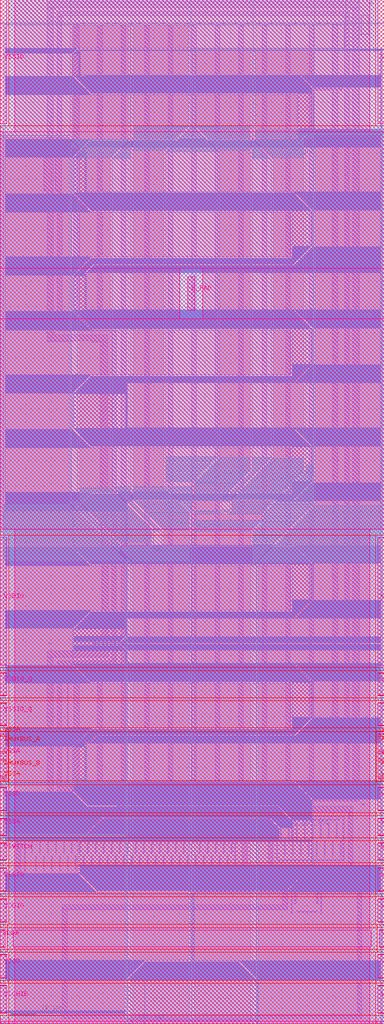
<source format=lef>
# Copyright 2020 The SkyWater PDK Authors
#
# Licensed under the Apache License, Version 2.0 (the "License");
# you may not use this file except in compliance with the License.
# You may obtain a copy of the License at
#
#     https://www.apache.org/licenses/LICENSE-2.0
#
# Unless required by applicable law or agreed to in writing, software
# distributed under the License is distributed on an "AS IS" BASIS,
# WITHOUT WARRANTIES OR CONDITIONS OF ANY KIND, either express or implied.
# See the License for the specific language governing permissions and
# limitations under the License.
#
# SPDX-License-Identifier: Apache-2.0

VERSION 5.5 ;
NAMESCASESENSITIVE ON ;
BUSBITCHARS "[]" ;
DIVIDERCHAR "/" ;
MACRO sky130_fd_io__top_ground_hvc_wpad
  CLASS BLOCK ;
  SOURCE USER ;
  ORIGIN  0.000000  0.000000 ;
  SIZE 75 BY 200 ;
  SYMMETRY R90 ;
  PIN AMUXBUS_A
    ANTENNAPARTIALMETALSIDEAREA  111.1680 ;
    DIRECTION INOUT ;
    USE SIGNAL ;
    PORT
      LAYER met4 ;
        RECT 0.000000 53.125000 1.270000 56.105000 ;
    END
    PORT
      LAYER met4 ;
        RECT 73.730000 53.125000 75.000000 56.105000 ;
    END
  END AMUXBUS_A
  PIN AMUXBUS_B
    ANTENNAPARTIALMETALSIDEAREA  111.1680 ;
    DIRECTION INOUT ;
    USE SIGNAL ;
    PORT
      LAYER met4 ;
        RECT 0.000000 48.365000 1.270000 51.345000 ;
    END
    PORT
      LAYER met4 ;
        RECT 73.730000 48.365000 75.000000 51.345000 ;
    END
  END AMUXBUS_B
  PIN G_PAD
    ANTENNAPARTIALMETALSIDEAREA  284.1730 ;
    DIRECTION INOUT ;
    USE SIGNAL ;
    PORT
      LAYER met5 ;
        RECT 36.645000 139.325000 37.970000 145.935000 ;
    END
  END G_PAD
  PIN DRN_HVC
    DIRECTION INOUT ;
    USE POWER ;
    PORT
      LAYER met2 ;
        RECT 15.620000 185.295000 74.290000 190.015000 ;
        RECT 16.805000  47.455000 74.290000  54.765000 ;
        RECT 16.805000 139.455000 74.290000 146.710000 ;
        RECT 16.805000 162.455000 74.290000 171.155000 ;
        RECT 16.875000 146.710000 74.290000 146.780000 ;
        RECT 16.945000 146.780000 74.290000 146.850000 ;
        RECT 17.015000 146.850000 74.290000 146.920000 ;
        RECT 17.085000 146.920000 74.290000 146.990000 ;
        RECT 17.155000 146.990000 74.290000 147.060000 ;
        RECT 17.225000 147.060000 74.290000 147.130000 ;
        RECT 17.295000 147.130000 74.290000 147.200000 ;
        RECT 17.365000 147.200000 74.290000 147.270000 ;
        RECT 17.435000 147.270000 74.290000 147.340000 ;
        RECT 17.505000 147.340000 74.290000 147.410000 ;
        RECT 17.530000  54.765000 74.290000  54.835000 ;
        RECT 17.575000 147.410000 74.290000 147.480000 ;
        RECT 17.600000  54.835000 74.290000  54.905000 ;
        RECT 17.645000 147.480000 74.290000 147.550000 ;
        RECT 17.670000  54.905000 74.290000  54.975000 ;
        RECT 17.715000 147.550000 74.290000 147.620000 ;
        RECT 17.740000  54.975000 74.290000  55.045000 ;
        RECT 17.785000 147.620000 74.290000 147.690000 ;
        RECT 17.810000  55.045000 74.290000  55.115000 ;
        RECT 17.855000 147.690000 74.290000 147.760000 ;
        RECT 17.880000  55.115000 74.290000  55.185000 ;
        RECT 17.925000 147.760000 74.290000 147.830000 ;
        RECT 17.950000  55.185000 74.290000  55.255000 ;
        RECT 17.995000 147.830000 74.290000 147.900000 ;
        RECT 18.020000  55.255000 74.290000  55.325000 ;
        RECT 18.065000 147.900000 74.290000 147.970000 ;
        RECT 18.090000  55.325000 74.290000  55.395000 ;
        RECT 18.135000 147.970000 74.290000 148.040000 ;
        RECT 18.160000  55.395000 74.290000  55.465000 ;
        RECT 18.205000 148.040000 74.290000 148.110000 ;
        RECT 18.230000  55.465000 74.290000  55.535000 ;
        RECT 18.250000 148.110000 74.290000 148.155000 ;
        RECT 18.300000  55.535000 74.290000  55.605000 ;
        RECT 18.370000  55.605000 74.290000  55.675000 ;
        RECT 18.410000  74.155000 74.290000  74.415000 ;
        RECT 18.440000  55.675000 74.290000  55.745000 ;
        RECT 18.510000  55.745000 74.290000  55.815000 ;
        RECT 18.580000  55.815000 74.290000  55.885000 ;
        RECT 18.650000  55.885000 74.290000  55.955000 ;
        RECT 18.720000  55.955000 74.290000  56.025000 ;
        RECT 18.790000  56.025000 74.290000  56.095000 ;
        RECT 18.850000  56.095000 74.290000  56.155000 ;
        RECT 23.690000  74.415000 74.290000  74.485000 ;
        RECT 23.700000  74.105000 74.290000  74.155000 ;
        RECT 23.760000  74.485000 74.290000  74.555000 ;
        RECT 23.770000  74.035000 74.290000  74.105000 ;
        RECT 23.830000  74.555000 74.290000  74.625000 ;
        RECT 23.840000  73.965000 74.290000  74.035000 ;
        RECT 23.900000  74.625000 74.290000  74.695000 ;
        RECT 23.910000  73.895000 74.290000  73.965000 ;
        RECT 23.970000  74.695000 74.290000  74.765000 ;
        RECT 23.980000  73.825000 74.290000  73.895000 ;
        RECT 24.040000  74.765000 74.290000  74.835000 ;
        RECT 24.050000  73.755000 74.290000  73.825000 ;
        RECT 24.110000  74.835000 74.290000  74.905000 ;
        RECT 24.120000  73.685000 74.290000  73.755000 ;
        RECT 24.180000  74.905000 74.290000  74.975000 ;
        RECT 24.190000  73.615000 74.290000  73.685000 ;
        RECT 24.250000  74.975000 74.290000  75.045000 ;
        RECT 24.260000  73.545000 74.290000  73.615000 ;
        RECT 24.320000  75.045000 74.290000  75.115000 ;
        RECT 24.330000  73.475000 74.290000  73.545000 ;
        RECT 24.390000  75.115000 74.290000  75.185000 ;
        RECT 24.400000  73.405000 74.290000  73.475000 ;
        RECT 24.460000  75.185000 74.290000  75.255000 ;
        RECT 24.470000  73.335000 74.290000  73.405000 ;
        RECT 24.530000  75.255000 74.290000  75.325000 ;
        RECT 24.540000  73.265000 74.290000  73.335000 ;
        RECT 24.600000  75.325000 74.290000  75.395000 ;
        RECT 24.610000  73.195000 74.290000  73.265000 ;
        RECT 24.670000  75.395000 74.290000  75.465000 ;
        RECT 24.680000  73.125000 74.290000  73.195000 ;
        RECT 24.740000  75.465000 74.290000  75.535000 ;
        RECT 24.750000  73.055000 74.290000  73.125000 ;
        RECT 24.810000  75.535000 74.290000  75.605000 ;
        RECT 24.820000  70.455000 74.290000  72.985000 ;
        RECT 24.820000  72.985000 74.290000  73.055000 ;
        RECT 24.820000  75.605000 74.290000  75.615000 ;
        RECT 24.820000  75.615000 74.290000  79.155000 ;
        RECT 24.820000  93.455000 74.290000 102.155000 ;
        RECT 24.820000 116.455000 74.290000 125.155000 ;
        RECT 37.890000  12.295000 74.290000  25.660000 ;
        RECT 46.750000  12.265000 74.290000  12.295000 ;
        RECT 46.820000  12.195000 74.290000  12.265000 ;
        RECT 46.890000  12.125000 74.290000  12.195000 ;
        RECT 46.960000  12.055000 74.290000  12.125000 ;
        RECT 47.030000  11.985000 74.290000  12.055000 ;
        RECT 47.100000  11.915000 74.290000  11.985000 ;
        RECT 47.170000  11.845000 74.290000  11.915000 ;
        RECT 47.240000  11.775000 74.290000  11.845000 ;
        RECT 47.310000  11.705000 74.290000  11.775000 ;
        RECT 47.380000  11.635000 74.290000  11.705000 ;
        RECT 47.450000  11.565000 74.290000  11.635000 ;
        RECT 47.520000  11.495000 74.290000  11.565000 ;
        RECT 47.590000  11.425000 74.290000  11.495000 ;
        RECT 47.660000  11.355000 74.290000  11.425000 ;
        RECT 47.730000  11.285000 74.290000  11.355000 ;
        RECT 47.800000  11.215000 74.290000  11.285000 ;
        RECT 47.870000  11.145000 74.290000  11.215000 ;
        RECT 47.940000  11.075000 74.290000  11.145000 ;
        RECT 48.010000  11.005000 74.290000  11.075000 ;
        RECT 48.080000  10.935000 74.290000  11.005000 ;
        RECT 48.150000  10.865000 74.290000  10.935000 ;
        RECT 48.220000  10.795000 74.290000  10.865000 ;
        RECT 48.290000  10.725000 74.290000  10.795000 ;
        RECT 48.360000  10.655000 74.290000  10.725000 ;
        RECT 48.430000  10.585000 74.290000  10.655000 ;
        RECT 48.500000  10.515000 74.290000  10.585000 ;
        RECT 48.570000  10.445000 74.290000  10.515000 ;
        RECT 48.640000  10.375000 74.290000  10.445000 ;
        RECT 48.710000  10.305000 74.290000  10.375000 ;
        RECT 48.780000  10.235000 74.290000  10.305000 ;
        RECT 48.850000  10.165000 74.290000  10.235000 ;
        RECT 48.920000  10.095000 74.290000  10.165000 ;
        RECT 48.990000  10.025000 74.290000  10.095000 ;
        RECT 49.060000   9.955000 74.290000  10.025000 ;
        RECT 49.130000   9.885000 74.290000   9.955000 ;
        RECT 49.200000   9.815000 74.290000   9.885000 ;
        RECT 49.270000   9.745000 74.290000   9.815000 ;
        RECT 49.340000   9.675000 74.290000   9.745000 ;
        RECT 49.410000   9.605000 74.290000   9.675000 ;
        RECT 49.480000   9.535000 74.290000   9.605000 ;
        RECT 49.550000   9.465000 74.290000   9.535000 ;
        RECT 49.620000   9.395000 74.290000   9.465000 ;
        RECT 49.690000   9.325000 74.290000   9.395000 ;
        RECT 49.760000   9.255000 74.290000   9.325000 ;
        RECT 49.830000   9.185000 74.290000   9.255000 ;
        RECT 49.900000   9.115000 74.290000   9.185000 ;
        RECT 49.970000   9.045000 74.290000   9.115000 ;
        RECT 50.040000   8.975000 74.290000   9.045000 ;
        RECT 50.110000   8.905000 74.290000   8.975000 ;
        RECT 50.180000   8.835000 74.290000   8.905000 ;
        RECT 50.250000   8.765000 74.290000   8.835000 ;
        RECT 50.320000   8.695000 74.290000   8.765000 ;
        RECT 50.390000   0.000000 74.290000   8.625000 ;
        RECT 50.390000   8.625000 74.290000   8.695000 ;
        RECT 55.885000  25.660000 74.290000  25.730000 ;
        RECT 55.955000  25.730000 74.290000  25.800000 ;
        RECT 56.025000  25.800000 74.290000  25.870000 ;
        RECT 56.095000  25.870000 74.290000  25.940000 ;
        RECT 56.165000  25.940000 74.290000  26.010000 ;
        RECT 56.235000  26.010000 74.290000  26.080000 ;
        RECT 56.305000  26.080000 74.290000  26.150000 ;
        RECT 56.375000  26.150000 74.290000  26.220000 ;
        RECT 56.445000  26.220000 74.290000  26.290000 ;
        RECT 56.515000  26.290000 74.290000  26.360000 ;
        RECT 56.585000  26.360000 74.290000  26.430000 ;
        RECT 56.655000  26.430000 74.290000  26.500000 ;
        RECT 56.725000  26.500000 74.290000  26.570000 ;
        RECT 56.795000  26.570000 74.290000  26.640000 ;
        RECT 56.865000  26.640000 74.290000  26.710000 ;
        RECT 56.935000  26.710000 74.290000  26.780000 ;
        RECT 57.005000  26.780000 74.290000  26.850000 ;
        RECT 57.075000  26.850000 74.290000  26.920000 ;
        RECT 57.145000  26.920000 74.290000  26.990000 ;
        RECT 57.215000  26.990000 74.290000  27.060000 ;
        RECT 57.285000  27.060000 74.290000  27.130000 ;
        RECT 57.355000  27.130000 74.290000  27.200000 ;
        RECT 57.425000  27.200000 74.290000  27.270000 ;
        RECT 57.495000  27.270000 74.290000  27.340000 ;
        RECT 57.540000  47.390000 74.290000  47.455000 ;
        RECT 57.540000  70.420000 74.290000  70.455000 ;
        RECT 57.540000 116.390000 74.290000 116.455000 ;
        RECT 57.540000 139.425000 74.290000 139.455000 ;
        RECT 57.540000 162.440000 74.290000 162.455000 ;
        RECT 57.555000 148.155000 74.290000 148.225000 ;
        RECT 57.565000  27.340000 74.290000  27.410000 ;
        RECT 57.595000  56.155000 74.290000  56.225000 ;
        RECT 57.610000  47.320000 74.290000  47.390000 ;
        RECT 57.610000  70.350000 74.290000  70.420000 ;
        RECT 57.610000  93.410000 74.290000  93.455000 ;
        RECT 57.610000 116.320000 74.290000 116.390000 ;
        RECT 57.610000 139.355000 74.290000 139.425000 ;
        RECT 57.610000 162.370000 74.290000 162.440000 ;
        RECT 57.625000  79.155000 74.290000  79.225000 ;
        RECT 57.625000 102.155000 74.290000 102.225000 ;
        RECT 57.625000 125.155000 74.290000 125.225000 ;
        RECT 57.625000 148.225000 74.290000 148.295000 ;
        RECT 57.635000  27.410000 74.290000  27.480000 ;
        RECT 57.635000 171.155000 74.290000 171.225000 ;
        RECT 57.665000  56.225000 74.290000  56.295000 ;
        RECT 57.680000  47.250000 74.290000  47.320000 ;
        RECT 57.680000  70.280000 74.290000  70.350000 ;
        RECT 57.680000  93.340000 74.290000  93.410000 ;
        RECT 57.680000 116.250000 74.290000 116.320000 ;
        RECT 57.680000 139.285000 74.290000 139.355000 ;
        RECT 57.680000 162.300000 74.290000 162.370000 ;
        RECT 57.695000  79.225000 74.290000  79.295000 ;
        RECT 57.695000 102.225000 74.290000 102.295000 ;
        RECT 57.695000 125.225000 74.290000 125.295000 ;
        RECT 57.695000 148.295000 74.290000 148.365000 ;
        RECT 57.705000  27.480000 74.290000  27.550000 ;
        RECT 57.705000 171.225000 74.290000 171.295000 ;
        RECT 57.735000  56.295000 74.290000  56.365000 ;
        RECT 57.750000  47.180000 74.290000  47.250000 ;
        RECT 57.750000  70.210000 74.290000  70.280000 ;
        RECT 57.750000  93.270000 74.290000  93.340000 ;
        RECT 57.750000 116.180000 74.290000 116.250000 ;
        RECT 57.750000 139.215000 74.290000 139.285000 ;
        RECT 57.750000 162.230000 74.290000 162.300000 ;
        RECT 57.765000  79.295000 74.290000  79.365000 ;
        RECT 57.765000 102.295000 74.290000 102.365000 ;
        RECT 57.765000 125.295000 74.290000 125.365000 ;
        RECT 57.765000 148.365000 74.290000 148.435000 ;
        RECT 57.775000  27.550000 74.290000  27.620000 ;
        RECT 57.775000 171.295000 74.290000 171.365000 ;
        RECT 57.805000  56.365000 74.290000  56.435000 ;
        RECT 57.820000  47.110000 74.290000  47.180000 ;
        RECT 57.820000  70.140000 74.290000  70.210000 ;
        RECT 57.820000  93.200000 74.290000  93.270000 ;
        RECT 57.820000 116.110000 74.290000 116.180000 ;
        RECT 57.820000 139.145000 74.290000 139.215000 ;
        RECT 57.820000 162.160000 74.290000 162.230000 ;
        RECT 57.835000  79.365000 74.290000  79.435000 ;
        RECT 57.835000 102.365000 74.290000 102.435000 ;
        RECT 57.835000 125.365000 74.290000 125.435000 ;
        RECT 57.835000 148.435000 74.290000 148.505000 ;
        RECT 57.845000  27.620000 74.290000  27.690000 ;
        RECT 57.845000 171.365000 74.290000 171.435000 ;
        RECT 57.875000  56.435000 74.290000  56.505000 ;
        RECT 57.890000  47.040000 74.290000  47.110000 ;
        RECT 57.890000  70.070000 74.290000  70.140000 ;
        RECT 57.890000  93.130000 74.290000  93.200000 ;
        RECT 57.890000 116.040000 74.290000 116.110000 ;
        RECT 57.890000 139.075000 74.290000 139.145000 ;
        RECT 57.890000 162.090000 74.290000 162.160000 ;
        RECT 57.905000  79.435000 74.290000  79.505000 ;
        RECT 57.905000 102.435000 74.290000 102.505000 ;
        RECT 57.905000 125.435000 74.290000 125.505000 ;
        RECT 57.905000 148.505000 74.290000 148.575000 ;
        RECT 57.915000  27.690000 74.290000  27.760000 ;
        RECT 57.915000 171.435000 74.290000 171.505000 ;
        RECT 57.945000  56.505000 74.290000  56.575000 ;
        RECT 57.960000  46.970000 74.290000  47.040000 ;
        RECT 57.960000  70.000000 74.290000  70.070000 ;
        RECT 57.960000  93.060000 74.290000  93.130000 ;
        RECT 57.960000 115.970000 74.290000 116.040000 ;
        RECT 57.960000 139.005000 74.290000 139.075000 ;
        RECT 57.960000 162.020000 74.290000 162.090000 ;
        RECT 57.975000  79.505000 74.290000  79.575000 ;
        RECT 57.975000 102.505000 74.290000 102.575000 ;
        RECT 57.975000 125.505000 74.290000 125.575000 ;
        RECT 57.975000 148.575000 74.290000 148.645000 ;
        RECT 57.985000  27.760000 74.290000  27.830000 ;
        RECT 57.985000 171.505000 74.290000 171.575000 ;
        RECT 58.015000  56.575000 74.290000  56.645000 ;
        RECT 58.030000  46.900000 74.290000  46.970000 ;
        RECT 58.030000  69.930000 74.290000  70.000000 ;
        RECT 58.030000  92.990000 74.290000  93.060000 ;
        RECT 58.030000 115.900000 74.290000 115.970000 ;
        RECT 58.030000 138.935000 74.290000 139.005000 ;
        RECT 58.030000 161.950000 74.290000 162.020000 ;
        RECT 58.045000  79.575000 74.290000  79.645000 ;
        RECT 58.045000 102.575000 74.290000 102.645000 ;
        RECT 58.045000 125.575000 74.290000 125.645000 ;
        RECT 58.045000 148.645000 74.290000 148.715000 ;
        RECT 58.055000  27.830000 74.290000  27.900000 ;
        RECT 58.055000 171.575000 74.290000 171.645000 ;
        RECT 58.085000  56.645000 74.290000  56.715000 ;
        RECT 58.100000  46.830000 74.290000  46.900000 ;
        RECT 58.100000  69.860000 74.290000  69.930000 ;
        RECT 58.100000  92.920000 74.290000  92.990000 ;
        RECT 58.100000 115.830000 74.290000 115.900000 ;
        RECT 58.100000 138.865000 74.290000 138.935000 ;
        RECT 58.100000 161.880000 74.290000 161.950000 ;
        RECT 58.115000  79.645000 74.290000  79.715000 ;
        RECT 58.115000 102.645000 74.290000 102.715000 ;
        RECT 58.115000 125.645000 74.290000 125.715000 ;
        RECT 58.115000 148.715000 74.290000 148.785000 ;
        RECT 58.125000  27.900000 74.290000  27.970000 ;
        RECT 58.125000 171.645000 74.290000 171.715000 ;
        RECT 58.155000  56.715000 74.290000  56.785000 ;
        RECT 58.170000  46.760000 74.290000  46.830000 ;
        RECT 58.170000  69.790000 74.290000  69.860000 ;
        RECT 58.170000  92.850000 74.290000  92.920000 ;
        RECT 58.170000 115.760000 74.290000 115.830000 ;
        RECT 58.170000 138.795000 74.290000 138.865000 ;
        RECT 58.170000 161.810000 74.290000 161.880000 ;
        RECT 58.185000  79.715000 74.290000  79.785000 ;
        RECT 58.185000 102.715000 74.290000 102.785000 ;
        RECT 58.185000 125.715000 74.290000 125.785000 ;
        RECT 58.185000 148.785000 74.290000 148.855000 ;
        RECT 58.195000  27.970000 74.290000  28.040000 ;
        RECT 58.195000 171.715000 74.290000 171.785000 ;
        RECT 58.225000  56.785000 74.290000  56.855000 ;
        RECT 58.240000  46.690000 74.290000  46.760000 ;
        RECT 58.240000  69.720000 74.290000  69.790000 ;
        RECT 58.240000  92.780000 74.290000  92.850000 ;
        RECT 58.240000 115.690000 74.290000 115.760000 ;
        RECT 58.240000 138.725000 74.290000 138.795000 ;
        RECT 58.240000 161.740000 74.290000 161.810000 ;
        RECT 58.255000  79.785000 74.290000  79.855000 ;
        RECT 58.255000 102.785000 74.290000 102.855000 ;
        RECT 58.255000 125.785000 74.290000 125.855000 ;
        RECT 58.255000 148.855000 74.290000 148.925000 ;
        RECT 58.265000  28.040000 74.290000  28.110000 ;
        RECT 58.265000 171.785000 74.290000 171.855000 ;
        RECT 58.295000  56.855000 74.290000  56.925000 ;
        RECT 58.310000  46.620000 74.290000  46.690000 ;
        RECT 58.310000  69.650000 74.290000  69.720000 ;
        RECT 58.310000  92.710000 74.290000  92.780000 ;
        RECT 58.310000 115.620000 74.290000 115.690000 ;
        RECT 58.310000 138.655000 74.290000 138.725000 ;
        RECT 58.310000 161.670000 74.290000 161.740000 ;
        RECT 58.325000  79.855000 74.290000  79.925000 ;
        RECT 58.325000 102.855000 74.290000 102.925000 ;
        RECT 58.325000 125.855000 74.290000 125.925000 ;
        RECT 58.325000 148.925000 74.290000 148.995000 ;
        RECT 58.335000  28.110000 74.290000  28.180000 ;
        RECT 58.335000 171.855000 74.290000 171.925000 ;
        RECT 58.365000  56.925000 74.290000  56.995000 ;
        RECT 58.380000  46.550000 74.290000  46.620000 ;
        RECT 58.380000  69.580000 74.290000  69.650000 ;
        RECT 58.380000  92.640000 74.290000  92.710000 ;
        RECT 58.380000 115.550000 74.290000 115.620000 ;
        RECT 58.380000 138.585000 74.290000 138.655000 ;
        RECT 58.380000 161.600000 74.290000 161.670000 ;
        RECT 58.395000  79.925000 74.290000  79.995000 ;
        RECT 58.395000 102.925000 74.290000 102.995000 ;
        RECT 58.395000 125.925000 74.290000 125.995000 ;
        RECT 58.395000 148.995000 74.290000 149.065000 ;
        RECT 58.405000  28.180000 74.290000  28.250000 ;
        RECT 58.405000 171.925000 74.290000 171.995000 ;
        RECT 58.435000  56.995000 74.290000  57.065000 ;
        RECT 58.450000  46.480000 74.290000  46.550000 ;
        RECT 58.450000  69.510000 74.290000  69.580000 ;
        RECT 58.450000  92.570000 74.290000  92.640000 ;
        RECT 58.450000 115.480000 74.290000 115.550000 ;
        RECT 58.450000 138.515000 74.290000 138.585000 ;
        RECT 58.450000 161.530000 74.290000 161.600000 ;
        RECT 58.465000  79.995000 74.290000  80.065000 ;
        RECT 58.465000 102.995000 74.290000 103.065000 ;
        RECT 58.465000 125.995000 74.290000 126.065000 ;
        RECT 58.465000 149.065000 74.290000 149.135000 ;
        RECT 58.475000  28.250000 74.290000  28.320000 ;
        RECT 58.475000 171.995000 74.290000 172.065000 ;
        RECT 58.505000  57.065000 74.290000  57.135000 ;
        RECT 58.520000  46.410000 74.290000  46.480000 ;
        RECT 58.520000  69.440000 74.290000  69.510000 ;
        RECT 58.520000  92.500000 74.290000  92.570000 ;
        RECT 58.520000 115.410000 74.290000 115.480000 ;
        RECT 58.520000 138.445000 74.290000 138.515000 ;
        RECT 58.520000 161.460000 74.290000 161.530000 ;
        RECT 58.535000  80.065000 74.290000  80.135000 ;
        RECT 58.535000 103.065000 74.290000 103.135000 ;
        RECT 58.535000 126.065000 74.290000 126.135000 ;
        RECT 58.535000 149.135000 74.290000 149.205000 ;
        RECT 58.545000  28.320000 74.290000  28.390000 ;
        RECT 58.545000 172.065000 74.290000 172.135000 ;
        RECT 58.575000  57.135000 74.290000  57.205000 ;
        RECT 58.590000  46.340000 74.290000  46.410000 ;
        RECT 58.590000  69.370000 74.290000  69.440000 ;
        RECT 58.590000  92.430000 74.290000  92.500000 ;
        RECT 58.590000 115.340000 74.290000 115.410000 ;
        RECT 58.590000 138.375000 74.290000 138.445000 ;
        RECT 58.590000 161.390000 74.290000 161.460000 ;
        RECT 58.605000  80.135000 74.290000  80.205000 ;
        RECT 58.605000 103.135000 74.290000 103.205000 ;
        RECT 58.605000 126.135000 74.290000 126.205000 ;
        RECT 58.605000 149.205000 74.290000 149.275000 ;
        RECT 58.615000  28.390000 74.290000  28.460000 ;
        RECT 58.615000 172.135000 74.290000 172.205000 ;
        RECT 58.645000  57.205000 74.290000  57.275000 ;
        RECT 58.660000  46.270000 74.290000  46.340000 ;
        RECT 58.660000  69.300000 74.290000  69.370000 ;
        RECT 58.660000  92.360000 74.290000  92.430000 ;
        RECT 58.660000 115.270000 74.290000 115.340000 ;
        RECT 58.660000 138.305000 74.290000 138.375000 ;
        RECT 58.660000 161.320000 74.290000 161.390000 ;
        RECT 58.675000  80.205000 74.290000  80.275000 ;
        RECT 58.675000 103.205000 74.290000 103.275000 ;
        RECT 58.675000 126.205000 74.290000 126.275000 ;
        RECT 58.675000 149.275000 74.290000 149.345000 ;
        RECT 58.685000  28.460000 74.290000  28.530000 ;
        RECT 58.685000 172.205000 74.290000 172.275000 ;
        RECT 58.715000  57.275000 74.290000  57.345000 ;
        RECT 58.730000  46.200000 74.290000  46.270000 ;
        RECT 58.730000  69.230000 74.290000  69.300000 ;
        RECT 58.730000  92.290000 74.290000  92.360000 ;
        RECT 58.730000 115.200000 74.290000 115.270000 ;
        RECT 58.730000 138.235000 74.290000 138.305000 ;
        RECT 58.730000 161.250000 74.290000 161.320000 ;
        RECT 58.730000 185.260000 74.290000 185.295000 ;
        RECT 58.745000  80.275000 74.290000  80.345000 ;
        RECT 58.745000 103.275000 74.290000 103.345000 ;
        RECT 58.745000 126.275000 74.290000 126.345000 ;
        RECT 58.745000 149.345000 74.290000 149.415000 ;
        RECT 58.755000  28.530000 74.290000  28.600000 ;
        RECT 58.755000 172.275000 74.290000 172.345000 ;
        RECT 58.785000  57.345000 74.290000  57.415000 ;
        RECT 58.800000  46.130000 74.290000  46.200000 ;
        RECT 58.800000  69.160000 74.290000  69.230000 ;
        RECT 58.800000  92.220000 74.290000  92.290000 ;
        RECT 58.800000 115.130000 74.290000 115.200000 ;
        RECT 58.800000 138.165000 74.290000 138.235000 ;
        RECT 58.800000 161.180000 74.290000 161.250000 ;
        RECT 58.800000 185.190000 74.290000 185.260000 ;
        RECT 58.815000  80.345000 74.290000  80.415000 ;
        RECT 58.815000 103.345000 74.290000 103.415000 ;
        RECT 58.815000 126.345000 74.290000 126.415000 ;
        RECT 58.815000 149.415000 74.290000 149.485000 ;
        RECT 58.825000  28.600000 74.290000  28.670000 ;
        RECT 58.825000 172.345000 74.290000 172.415000 ;
        RECT 58.855000  57.415000 74.290000  57.485000 ;
        RECT 58.870000  46.060000 74.290000  46.130000 ;
        RECT 58.870000  69.090000 74.290000  69.160000 ;
        RECT 58.870000  92.150000 74.290000  92.220000 ;
        RECT 58.870000 115.060000 74.290000 115.130000 ;
        RECT 58.870000 138.095000 74.290000 138.165000 ;
        RECT 58.870000 161.110000 74.290000 161.180000 ;
        RECT 58.870000 185.120000 74.290000 185.190000 ;
        RECT 58.885000  80.415000 74.290000  80.485000 ;
        RECT 58.885000 103.415000 74.290000 103.485000 ;
        RECT 58.885000 126.415000 74.290000 126.485000 ;
        RECT 58.885000 149.485000 74.290000 149.555000 ;
        RECT 58.895000  28.670000 74.290000  28.740000 ;
        RECT 58.895000 172.415000 74.290000 172.485000 ;
        RECT 58.925000  57.485000 74.290000  57.555000 ;
        RECT 58.940000  45.990000 74.290000  46.060000 ;
        RECT 58.940000  69.020000 74.290000  69.090000 ;
        RECT 58.940000  92.080000 74.290000  92.150000 ;
        RECT 58.940000 114.990000 74.290000 115.060000 ;
        RECT 58.940000 138.025000 74.290000 138.095000 ;
        RECT 58.940000 161.040000 74.290000 161.110000 ;
        RECT 58.940000 185.050000 74.290000 185.120000 ;
        RECT 58.955000  80.485000 74.290000  80.555000 ;
        RECT 58.955000 103.485000 74.290000 103.555000 ;
        RECT 58.955000 126.485000 74.290000 126.555000 ;
        RECT 58.955000 149.555000 74.290000 149.625000 ;
        RECT 58.965000  28.740000 74.290000  28.810000 ;
        RECT 58.965000 172.485000 74.290000 172.555000 ;
        RECT 58.995000  57.555000 74.290000  57.625000 ;
        RECT 59.010000  45.920000 74.290000  45.990000 ;
        RECT 59.010000  68.950000 74.290000  69.020000 ;
        RECT 59.010000  92.010000 74.290000  92.080000 ;
        RECT 59.010000 114.920000 74.290000 114.990000 ;
        RECT 59.010000 137.955000 74.290000 138.025000 ;
        RECT 59.010000 160.970000 74.290000 161.040000 ;
        RECT 59.010000 184.980000 74.290000 185.050000 ;
        RECT 59.025000  80.555000 74.290000  80.625000 ;
        RECT 59.025000 103.555000 74.290000 103.625000 ;
        RECT 59.025000 126.555000 74.290000 126.625000 ;
        RECT 59.025000 149.625000 74.290000 149.695000 ;
        RECT 59.035000  28.810000 74.290000  28.880000 ;
        RECT 59.035000 172.555000 74.290000 172.625000 ;
        RECT 59.065000  57.625000 74.290000  57.695000 ;
        RECT 59.080000  45.850000 74.290000  45.920000 ;
        RECT 59.080000  68.880000 74.290000  68.950000 ;
        RECT 59.080000  91.940000 74.290000  92.010000 ;
        RECT 59.080000 114.850000 74.290000 114.920000 ;
        RECT 59.080000 137.885000 74.290000 137.955000 ;
        RECT 59.080000 160.900000 74.290000 160.970000 ;
        RECT 59.080000 184.910000 74.290000 184.980000 ;
        RECT 59.095000  80.625000 74.290000  80.695000 ;
        RECT 59.095000 103.625000 74.290000 103.695000 ;
        RECT 59.095000 126.625000 74.290000 126.695000 ;
        RECT 59.095000 149.695000 74.290000 149.765000 ;
        RECT 59.105000  28.880000 74.290000  28.950000 ;
        RECT 59.105000 172.625000 74.290000 172.695000 ;
        RECT 59.135000  57.695000 74.290000  57.765000 ;
        RECT 59.150000  45.780000 74.290000  45.850000 ;
        RECT 59.150000  68.810000 74.290000  68.880000 ;
        RECT 59.150000  91.870000 74.290000  91.940000 ;
        RECT 59.150000 114.780000 74.290000 114.850000 ;
        RECT 59.150000 137.815000 74.290000 137.885000 ;
        RECT 59.150000 160.830000 74.290000 160.900000 ;
        RECT 59.150000 184.840000 74.290000 184.910000 ;
        RECT 59.165000  80.695000 74.290000  80.765000 ;
        RECT 59.165000 103.695000 74.290000 103.765000 ;
        RECT 59.165000 126.695000 74.290000 126.765000 ;
        RECT 59.165000 149.765000 74.290000 149.835000 ;
        RECT 59.175000  28.950000 74.290000  29.020000 ;
        RECT 59.175000 172.695000 74.290000 172.765000 ;
        RECT 59.205000  57.765000 74.290000  57.835000 ;
        RECT 59.220000  45.710000 74.290000  45.780000 ;
        RECT 59.220000  68.740000 74.290000  68.810000 ;
        RECT 59.220000  91.800000 74.290000  91.870000 ;
        RECT 59.220000 114.710000 74.290000 114.780000 ;
        RECT 59.220000 137.745000 74.290000 137.815000 ;
        RECT 59.220000 160.760000 74.290000 160.830000 ;
        RECT 59.220000 184.770000 74.290000 184.840000 ;
        RECT 59.235000  80.765000 74.290000  80.835000 ;
        RECT 59.235000 103.765000 74.290000 103.835000 ;
        RECT 59.235000 126.765000 74.290000 126.835000 ;
        RECT 59.235000 149.835000 74.290000 149.905000 ;
        RECT 59.245000  29.020000 74.290000  29.090000 ;
        RECT 59.245000 172.765000 74.290000 172.835000 ;
        RECT 59.275000  57.835000 74.290000  57.905000 ;
        RECT 59.290000  45.640000 74.290000  45.710000 ;
        RECT 59.290000  68.670000 74.290000  68.740000 ;
        RECT 59.290000  91.730000 74.290000  91.800000 ;
        RECT 59.290000 114.640000 74.290000 114.710000 ;
        RECT 59.290000 137.675000 74.290000 137.745000 ;
        RECT 59.290000 160.690000 74.290000 160.760000 ;
        RECT 59.290000 184.700000 74.290000 184.770000 ;
        RECT 59.305000  80.835000 74.290000  80.905000 ;
        RECT 59.305000 103.835000 74.290000 103.905000 ;
        RECT 59.305000 126.835000 74.290000 126.905000 ;
        RECT 59.305000 149.905000 74.290000 149.975000 ;
        RECT 59.315000  29.090000 74.290000  29.160000 ;
        RECT 59.315000 172.835000 74.290000 172.905000 ;
        RECT 59.345000  57.905000 74.290000  57.975000 ;
        RECT 59.360000  45.570000 74.290000  45.640000 ;
        RECT 59.360000  68.600000 74.290000  68.670000 ;
        RECT 59.360000  91.660000 74.290000  91.730000 ;
        RECT 59.360000 114.570000 74.290000 114.640000 ;
        RECT 59.360000 137.605000 74.290000 137.675000 ;
        RECT 59.360000 160.620000 74.290000 160.690000 ;
        RECT 59.360000 184.630000 74.290000 184.700000 ;
        RECT 59.375000  80.905000 74.290000  80.975000 ;
        RECT 59.375000 103.905000 74.290000 103.975000 ;
        RECT 59.375000 126.905000 74.290000 126.975000 ;
        RECT 59.375000 149.975000 74.290000 150.045000 ;
        RECT 59.385000  29.160000 74.290000  29.230000 ;
        RECT 59.385000 172.905000 74.290000 172.975000 ;
        RECT 59.415000  57.975000 74.290000  58.045000 ;
        RECT 59.430000  45.500000 74.290000  45.570000 ;
        RECT 59.430000  68.530000 74.290000  68.600000 ;
        RECT 59.430000  91.590000 74.290000  91.660000 ;
        RECT 59.430000 114.500000 74.290000 114.570000 ;
        RECT 59.430000 137.535000 74.290000 137.605000 ;
        RECT 59.430000 160.550000 74.290000 160.620000 ;
        RECT 59.430000 184.560000 74.290000 184.630000 ;
        RECT 59.445000  80.975000 74.290000  81.045000 ;
        RECT 59.445000 103.975000 74.290000 104.045000 ;
        RECT 59.445000 126.975000 74.290000 127.045000 ;
        RECT 59.445000 150.045000 74.290000 150.115000 ;
        RECT 59.455000  29.230000 74.290000  29.300000 ;
        RECT 59.455000 172.975000 74.290000 173.045000 ;
        RECT 59.485000  58.045000 74.290000  58.115000 ;
        RECT 59.500000  45.430000 74.290000  45.500000 ;
        RECT 59.500000  68.460000 74.290000  68.530000 ;
        RECT 59.500000  91.520000 74.290000  91.590000 ;
        RECT 59.500000 114.430000 74.290000 114.500000 ;
        RECT 59.500000 137.465000 74.290000 137.535000 ;
        RECT 59.500000 160.480000 74.290000 160.550000 ;
        RECT 59.500000 184.490000 74.290000 184.560000 ;
        RECT 59.515000  81.045000 74.290000  81.115000 ;
        RECT 59.515000 104.045000 74.290000 104.115000 ;
        RECT 59.515000 127.045000 74.290000 127.115000 ;
        RECT 59.515000 150.115000 74.290000 150.185000 ;
        RECT 59.525000  29.300000 74.290000  29.370000 ;
        RECT 59.525000 173.045000 74.290000 173.115000 ;
        RECT 59.555000  58.115000 74.290000  58.185000 ;
        RECT 59.570000  45.360000 74.290000  45.430000 ;
        RECT 59.570000  68.390000 74.290000  68.460000 ;
        RECT 59.570000  91.450000 74.290000  91.520000 ;
        RECT 59.570000 114.360000 74.290000 114.430000 ;
        RECT 59.570000 137.395000 74.290000 137.465000 ;
        RECT 59.570000 160.410000 74.290000 160.480000 ;
        RECT 59.570000 184.420000 74.290000 184.490000 ;
        RECT 59.585000  81.115000 74.290000  81.185000 ;
        RECT 59.585000 104.115000 74.290000 104.185000 ;
        RECT 59.585000 127.115000 74.290000 127.185000 ;
        RECT 59.585000 150.185000 74.290000 150.255000 ;
        RECT 59.595000  29.370000 74.290000  29.440000 ;
        RECT 59.595000 173.115000 74.290000 173.185000 ;
        RECT 59.625000  58.185000 74.290000  58.255000 ;
        RECT 59.640000  45.290000 74.290000  45.360000 ;
        RECT 59.640000  68.320000 74.290000  68.390000 ;
        RECT 59.640000  91.380000 74.290000  91.450000 ;
        RECT 59.640000 114.290000 74.290000 114.360000 ;
        RECT 59.640000 137.325000 74.290000 137.395000 ;
        RECT 59.640000 160.340000 74.290000 160.410000 ;
        RECT 59.640000 184.350000 74.290000 184.420000 ;
        RECT 59.655000  81.185000 74.290000  81.255000 ;
        RECT 59.655000 104.185000 74.290000 104.255000 ;
        RECT 59.655000 127.185000 74.290000 127.255000 ;
        RECT 59.655000 150.255000 74.290000 150.325000 ;
        RECT 59.665000  29.440000 74.290000  29.510000 ;
        RECT 59.665000 173.185000 74.290000 173.255000 ;
        RECT 59.695000  58.255000 74.290000  58.325000 ;
        RECT 59.710000  45.220000 74.290000  45.290000 ;
        RECT 59.710000  68.250000 74.290000  68.320000 ;
        RECT 59.710000  91.310000 74.290000  91.380000 ;
        RECT 59.710000 114.220000 74.290000 114.290000 ;
        RECT 59.710000 137.255000 74.290000 137.325000 ;
        RECT 59.710000 160.270000 74.290000 160.340000 ;
        RECT 59.710000 184.280000 74.290000 184.350000 ;
        RECT 59.725000  81.255000 74.290000  81.325000 ;
        RECT 59.725000 104.255000 74.290000 104.325000 ;
        RECT 59.725000 127.255000 74.290000 127.325000 ;
        RECT 59.725000 150.325000 74.290000 150.395000 ;
        RECT 59.735000  29.510000 74.290000  29.580000 ;
        RECT 59.735000 173.255000 74.290000 173.325000 ;
        RECT 59.765000  58.325000 74.290000  58.395000 ;
        RECT 59.780000  45.150000 74.290000  45.220000 ;
        RECT 59.780000  68.180000 74.290000  68.250000 ;
        RECT 59.780000  91.240000 74.290000  91.310000 ;
        RECT 59.780000 114.150000 74.290000 114.220000 ;
        RECT 59.780000 137.185000 74.290000 137.255000 ;
        RECT 59.780000 160.200000 74.290000 160.270000 ;
        RECT 59.780000 184.210000 74.290000 184.280000 ;
        RECT 59.795000  81.325000 74.290000  81.395000 ;
        RECT 59.795000 104.325000 74.290000 104.395000 ;
        RECT 59.795000 127.325000 74.290000 127.395000 ;
        RECT 59.795000 150.395000 74.290000 150.465000 ;
        RECT 59.805000  29.580000 74.290000  29.650000 ;
        RECT 59.805000 173.325000 74.290000 173.395000 ;
        RECT 59.835000  58.395000 74.290000  58.465000 ;
        RECT 59.850000  45.080000 74.290000  45.150000 ;
        RECT 59.850000  68.110000 74.290000  68.180000 ;
        RECT 59.850000  91.170000 74.290000  91.240000 ;
        RECT 59.850000 114.080000 74.290000 114.150000 ;
        RECT 59.850000 137.115000 74.290000 137.185000 ;
        RECT 59.850000 160.130000 74.290000 160.200000 ;
        RECT 59.850000 184.140000 74.290000 184.210000 ;
        RECT 59.865000  81.395000 74.290000  81.465000 ;
        RECT 59.865000 104.395000 74.290000 104.465000 ;
        RECT 59.865000 127.395000 74.290000 127.465000 ;
        RECT 59.865000 150.465000 74.290000 150.535000 ;
        RECT 59.875000  29.650000 74.290000  29.720000 ;
        RECT 59.875000 173.395000 74.290000 173.465000 ;
        RECT 59.905000  58.465000 74.290000  58.535000 ;
        RECT 59.920000  45.010000 74.290000  45.080000 ;
        RECT 59.920000  68.040000 74.290000  68.110000 ;
        RECT 59.920000  91.100000 74.290000  91.170000 ;
        RECT 59.920000 114.010000 74.290000 114.080000 ;
        RECT 59.920000 137.045000 74.290000 137.115000 ;
        RECT 59.920000 160.060000 74.290000 160.130000 ;
        RECT 59.920000 184.070000 74.290000 184.140000 ;
        RECT 59.935000  81.465000 74.290000  81.535000 ;
        RECT 59.935000 104.465000 74.290000 104.535000 ;
        RECT 59.935000 127.465000 74.290000 127.535000 ;
        RECT 59.935000 150.535000 74.290000 150.605000 ;
        RECT 59.945000  29.720000 74.290000  29.790000 ;
        RECT 59.945000 173.465000 74.290000 173.535000 ;
        RECT 59.975000  58.535000 74.290000  58.605000 ;
        RECT 59.990000  44.940000 74.290000  45.010000 ;
        RECT 59.990000  67.970000 74.290000  68.040000 ;
        RECT 59.990000  91.030000 74.290000  91.100000 ;
        RECT 59.990000 113.940000 74.290000 114.010000 ;
        RECT 59.990000 136.975000 74.290000 137.045000 ;
        RECT 59.990000 159.990000 74.290000 160.060000 ;
        RECT 59.990000 184.000000 74.290000 184.070000 ;
        RECT 60.005000  81.535000 74.290000  81.605000 ;
        RECT 60.005000 104.535000 74.290000 104.605000 ;
        RECT 60.005000 127.535000 74.290000 127.605000 ;
        RECT 60.005000 150.605000 74.290000 150.675000 ;
        RECT 60.015000  29.790000 74.290000  29.860000 ;
        RECT 60.015000 173.535000 74.290000 173.605000 ;
        RECT 60.045000  58.605000 74.290000  58.675000 ;
        RECT 60.060000  44.870000 74.290000  44.940000 ;
        RECT 60.060000  67.900000 74.290000  67.970000 ;
        RECT 60.060000  90.960000 74.290000  91.030000 ;
        RECT 60.060000 113.870000 74.290000 113.940000 ;
        RECT 60.060000 136.905000 74.290000 136.975000 ;
        RECT 60.060000 159.920000 74.290000 159.990000 ;
        RECT 60.060000 183.930000 74.290000 184.000000 ;
        RECT 60.075000  81.605000 74.290000  81.675000 ;
        RECT 60.075000 104.605000 74.290000 104.675000 ;
        RECT 60.075000 127.605000 74.290000 127.675000 ;
        RECT 60.075000 150.675000 74.290000 150.745000 ;
        RECT 60.085000  29.860000 74.290000  29.930000 ;
        RECT 60.085000 173.605000 74.290000 173.675000 ;
        RECT 60.115000  58.675000 74.290000  58.745000 ;
        RECT 60.130000  44.800000 74.290000  44.870000 ;
        RECT 60.130000  67.830000 74.290000  67.900000 ;
        RECT 60.130000  90.890000 74.290000  90.960000 ;
        RECT 60.130000 113.800000 74.290000 113.870000 ;
        RECT 60.130000 136.835000 74.290000 136.905000 ;
        RECT 60.130000 159.850000 74.290000 159.920000 ;
        RECT 60.130000 183.860000 74.290000 183.930000 ;
        RECT 60.145000  81.675000 74.290000  81.745000 ;
        RECT 60.145000 104.675000 74.290000 104.745000 ;
        RECT 60.145000 127.675000 74.290000 127.745000 ;
        RECT 60.145000 150.745000 74.290000 150.815000 ;
        RECT 60.155000  29.930000 74.290000  30.000000 ;
        RECT 60.155000 173.675000 74.290000 173.745000 ;
        RECT 60.185000  58.745000 74.290000  58.815000 ;
        RECT 60.200000  44.730000 74.290000  44.800000 ;
        RECT 60.200000  67.760000 74.290000  67.830000 ;
        RECT 60.200000  90.820000 74.290000  90.890000 ;
        RECT 60.200000 113.730000 74.290000 113.800000 ;
        RECT 60.200000 136.765000 74.290000 136.835000 ;
        RECT 60.200000 159.780000 74.290000 159.850000 ;
        RECT 60.200000 183.790000 74.290000 183.860000 ;
        RECT 60.215000  81.745000 74.290000  81.815000 ;
        RECT 60.215000 104.745000 74.290000 104.815000 ;
        RECT 60.215000 127.745000 74.290000 127.815000 ;
        RECT 60.215000 150.815000 74.290000 150.885000 ;
        RECT 60.225000  30.000000 74.290000  30.070000 ;
        RECT 60.225000 173.745000 74.290000 173.815000 ;
        RECT 60.255000  58.815000 74.290000  58.885000 ;
        RECT 60.270000  44.660000 74.290000  44.730000 ;
        RECT 60.270000  67.690000 74.290000  67.760000 ;
        RECT 60.270000  90.750000 74.290000  90.820000 ;
        RECT 60.270000 113.660000 74.290000 113.730000 ;
        RECT 60.270000 136.695000 74.290000 136.765000 ;
        RECT 60.270000 159.710000 74.290000 159.780000 ;
        RECT 60.270000 183.720000 74.290000 183.790000 ;
        RECT 60.285000  81.815000 74.290000  81.885000 ;
        RECT 60.285000 104.815000 74.290000 104.885000 ;
        RECT 60.285000 127.815000 74.290000 127.885000 ;
        RECT 60.285000 150.885000 74.290000 150.955000 ;
        RECT 60.295000  30.070000 74.290000  30.140000 ;
        RECT 60.295000 173.815000 74.290000 173.885000 ;
        RECT 60.325000  58.885000 74.290000  58.955000 ;
        RECT 60.340000  44.590000 74.290000  44.660000 ;
        RECT 60.340000  67.620000 74.290000  67.690000 ;
        RECT 60.340000  90.680000 74.290000  90.750000 ;
        RECT 60.340000 113.590000 74.290000 113.660000 ;
        RECT 60.340000 136.625000 74.290000 136.695000 ;
        RECT 60.340000 159.640000 74.290000 159.710000 ;
        RECT 60.340000 183.650000 74.290000 183.720000 ;
        RECT 60.355000  81.885000 74.290000  81.955000 ;
        RECT 60.355000 104.885000 74.290000 104.955000 ;
        RECT 60.355000 127.885000 74.290000 127.955000 ;
        RECT 60.355000 150.955000 74.290000 151.025000 ;
        RECT 60.365000  30.140000 74.290000  30.210000 ;
        RECT 60.365000 173.885000 74.290000 173.955000 ;
        RECT 60.395000  58.955000 74.290000  59.025000 ;
        RECT 60.410000  44.520000 74.290000  44.590000 ;
        RECT 60.410000  67.550000 74.290000  67.620000 ;
        RECT 60.410000  90.610000 74.290000  90.680000 ;
        RECT 60.410000 113.520000 74.290000 113.590000 ;
        RECT 60.410000 136.555000 74.290000 136.625000 ;
        RECT 60.410000 159.570000 74.290000 159.640000 ;
        RECT 60.410000 183.580000 74.290000 183.650000 ;
        RECT 60.425000  81.955000 74.290000  82.025000 ;
        RECT 60.425000 104.955000 74.290000 105.025000 ;
        RECT 60.425000 127.955000 74.290000 128.025000 ;
        RECT 60.425000 151.025000 74.290000 151.095000 ;
        RECT 60.435000  30.210000 74.290000  30.280000 ;
        RECT 60.435000 173.955000 74.290000 174.025000 ;
        RECT 60.465000  59.025000 74.290000  59.095000 ;
        RECT 60.480000  44.450000 74.290000  44.520000 ;
        RECT 60.480000  67.480000 74.290000  67.550000 ;
        RECT 60.480000  90.540000 74.290000  90.610000 ;
        RECT 60.480000 113.450000 74.290000 113.520000 ;
        RECT 60.480000 136.485000 74.290000 136.555000 ;
        RECT 60.480000 159.500000 74.290000 159.570000 ;
        RECT 60.480000 183.510000 74.290000 183.580000 ;
        RECT 60.495000  82.025000 74.290000  82.095000 ;
        RECT 60.495000 105.025000 74.290000 105.095000 ;
        RECT 60.495000 128.025000 74.290000 128.095000 ;
        RECT 60.495000 151.095000 74.290000 151.165000 ;
        RECT 60.505000  30.280000 74.290000  30.350000 ;
        RECT 60.505000 174.025000 74.290000 174.095000 ;
        RECT 60.535000  59.095000 74.290000  59.165000 ;
        RECT 60.550000  44.380000 74.290000  44.450000 ;
        RECT 60.550000  67.410000 74.290000  67.480000 ;
        RECT 60.550000  90.470000 74.290000  90.540000 ;
        RECT 60.550000 113.380000 74.290000 113.450000 ;
        RECT 60.550000 136.415000 74.290000 136.485000 ;
        RECT 60.550000 159.430000 74.290000 159.500000 ;
        RECT 60.550000 183.440000 74.290000 183.510000 ;
        RECT 60.565000  82.095000 74.290000  82.165000 ;
        RECT 60.565000 105.095000 74.290000 105.165000 ;
        RECT 60.565000 128.095000 74.290000 128.165000 ;
        RECT 60.565000 151.165000 74.290000 151.235000 ;
        RECT 60.575000  30.350000 74.290000  30.420000 ;
        RECT 60.575000 174.095000 74.290000 174.165000 ;
        RECT 60.605000  59.165000 74.290000  59.235000 ;
        RECT 60.620000  44.310000 74.290000  44.380000 ;
        RECT 60.620000  67.340000 74.290000  67.410000 ;
        RECT 60.620000  90.400000 74.290000  90.470000 ;
        RECT 60.620000 113.310000 74.290000 113.380000 ;
        RECT 60.620000 136.345000 74.290000 136.415000 ;
        RECT 60.620000 159.360000 74.290000 159.430000 ;
        RECT 60.620000 183.370000 74.290000 183.440000 ;
        RECT 60.635000  82.165000 74.290000  82.235000 ;
        RECT 60.635000 105.165000 74.290000 105.235000 ;
        RECT 60.635000 128.165000 74.290000 128.235000 ;
        RECT 60.635000 151.235000 74.290000 151.305000 ;
        RECT 60.645000  30.420000 74.290000  30.490000 ;
        RECT 60.645000 174.165000 74.290000 174.235000 ;
        RECT 60.675000  59.235000 74.290000  59.305000 ;
        RECT 60.690000  44.240000 74.290000  44.310000 ;
        RECT 60.690000  67.270000 74.290000  67.340000 ;
        RECT 60.690000  90.330000 74.290000  90.400000 ;
        RECT 60.690000 113.240000 74.290000 113.310000 ;
        RECT 60.690000 136.275000 74.290000 136.345000 ;
        RECT 60.690000 159.290000 74.290000 159.360000 ;
        RECT 60.690000 183.300000 74.290000 183.370000 ;
        RECT 60.705000  82.235000 74.290000  82.305000 ;
        RECT 60.705000 105.235000 74.290000 105.305000 ;
        RECT 60.705000 128.235000 74.290000 128.305000 ;
        RECT 60.705000 151.305000 74.290000 151.375000 ;
        RECT 60.715000  30.490000 74.290000  30.560000 ;
        RECT 60.715000 174.235000 74.290000 174.305000 ;
        RECT 60.745000  59.305000 74.290000  59.375000 ;
        RECT 60.760000  44.170000 74.290000  44.240000 ;
        RECT 60.760000  67.200000 74.290000  67.270000 ;
        RECT 60.760000  90.260000 74.290000  90.330000 ;
        RECT 60.760000 113.170000 74.290000 113.240000 ;
        RECT 60.760000 136.205000 74.290000 136.275000 ;
        RECT 60.760000 159.220000 74.290000 159.290000 ;
        RECT 60.760000 183.230000 74.290000 183.300000 ;
        RECT 60.775000  82.305000 74.290000  82.375000 ;
        RECT 60.775000 105.305000 74.290000 105.375000 ;
        RECT 60.775000 128.305000 74.290000 128.375000 ;
        RECT 60.775000 151.375000 74.290000 151.445000 ;
        RECT 60.785000  30.560000 74.290000  30.630000 ;
        RECT 60.785000 174.305000 74.290000 174.375000 ;
        RECT 60.815000  59.375000 74.290000  59.445000 ;
        RECT 60.830000  44.100000 74.290000  44.170000 ;
        RECT 60.830000  67.130000 74.290000  67.200000 ;
        RECT 60.830000  90.190000 74.290000  90.260000 ;
        RECT 60.830000 113.100000 74.290000 113.170000 ;
        RECT 60.830000 136.135000 74.290000 136.205000 ;
        RECT 60.830000 159.150000 74.290000 159.220000 ;
        RECT 60.830000 183.160000 74.290000 183.230000 ;
        RECT 60.845000  82.375000 74.290000  82.445000 ;
        RECT 60.845000 105.375000 74.290000 105.445000 ;
        RECT 60.845000 128.375000 74.290000 128.445000 ;
        RECT 60.845000 151.445000 74.290000 151.515000 ;
        RECT 60.855000  30.630000 74.290000  30.700000 ;
        RECT 60.855000 174.375000 74.290000 174.445000 ;
        RECT 60.885000  59.445000 74.290000  59.515000 ;
        RECT 60.900000  44.030000 74.290000  44.100000 ;
        RECT 60.900000  67.060000 74.290000  67.130000 ;
        RECT 60.900000  90.120000 74.290000  90.190000 ;
        RECT 60.900000 113.030000 74.290000 113.100000 ;
        RECT 60.900000 136.065000 74.290000 136.135000 ;
        RECT 60.900000 159.080000 74.290000 159.150000 ;
        RECT 60.900000 183.090000 74.290000 183.160000 ;
        RECT 60.915000  82.445000 74.290000  82.515000 ;
        RECT 60.915000 105.445000 74.290000 105.515000 ;
        RECT 60.915000 128.445000 74.290000 128.515000 ;
        RECT 60.915000 151.515000 74.290000 151.585000 ;
        RECT 60.925000  30.700000 74.290000  30.770000 ;
        RECT 60.925000 174.445000 74.290000 174.515000 ;
        RECT 60.955000  59.515000 74.290000  59.585000 ;
        RECT 60.970000  43.960000 74.290000  44.030000 ;
        RECT 60.970000  66.990000 74.290000  67.060000 ;
        RECT 60.970000  90.050000 74.290000  90.120000 ;
        RECT 60.970000 112.960000 74.290000 113.030000 ;
        RECT 60.970000 135.995000 74.290000 136.065000 ;
        RECT 60.970000 159.010000 74.290000 159.080000 ;
        RECT 60.970000 183.020000 74.290000 183.090000 ;
        RECT 60.985000  82.515000 74.290000  82.585000 ;
        RECT 60.985000 105.515000 74.290000 105.585000 ;
        RECT 60.985000 128.515000 74.290000 128.585000 ;
        RECT 60.985000 151.585000 74.290000 151.655000 ;
        RECT 60.995000  30.770000 74.290000  30.840000 ;
        RECT 60.995000 174.515000 74.290000 174.585000 ;
        RECT 61.025000  59.585000 74.290000  59.655000 ;
        RECT 61.040000  43.890000 74.290000  43.960000 ;
        RECT 61.040000  66.920000 74.290000  66.990000 ;
        RECT 61.040000  89.980000 74.290000  90.050000 ;
        RECT 61.040000 112.890000 74.290000 112.960000 ;
        RECT 61.040000 135.925000 74.290000 135.995000 ;
        RECT 61.040000 158.940000 74.290000 159.010000 ;
        RECT 61.040000 182.950000 74.290000 183.020000 ;
        RECT 61.055000  82.585000 74.290000  82.655000 ;
        RECT 61.055000 105.585000 74.290000 105.655000 ;
        RECT 61.055000 128.585000 74.290000 128.655000 ;
        RECT 61.055000 151.655000 74.290000 151.725000 ;
        RECT 61.065000  30.840000 74.290000  30.910000 ;
        RECT 61.065000 174.585000 74.290000 174.655000 ;
        RECT 61.095000  59.655000 74.290000  59.725000 ;
        RECT 61.110000  30.910000 74.290000  30.955000 ;
        RECT 61.110000  30.955000 74.290000  43.820000 ;
        RECT 61.110000  43.820000 74.290000  43.890000 ;
        RECT 61.110000  59.725000 74.290000  59.740000 ;
        RECT 61.110000  59.740000 74.290000  66.850000 ;
        RECT 61.110000  66.850000 74.290000  66.920000 ;
        RECT 61.110000  82.655000 74.290000  82.710000 ;
        RECT 61.110000  82.710000 74.290000  89.910000 ;
        RECT 61.110000  89.910000 74.290000  89.980000 ;
        RECT 61.110000 105.655000 74.290000 105.710000 ;
        RECT 61.110000 105.710000 74.290000 112.820000 ;
        RECT 61.110000 112.820000 74.290000 112.890000 ;
        RECT 61.110000 128.655000 74.290000 128.710000 ;
        RECT 61.110000 128.710000 74.290000 135.855000 ;
        RECT 61.110000 135.855000 74.290000 135.925000 ;
        RECT 61.110000 151.725000 74.290000 151.780000 ;
        RECT 61.110000 151.780000 74.290000 158.870000 ;
        RECT 61.110000 158.870000 74.290000 158.940000 ;
        RECT 61.110000 174.655000 74.290000 174.700000 ;
        RECT 61.110000 174.700000 74.290000 182.880000 ;
        RECT 61.110000 182.880000 74.290000 182.950000 ;
    END
    PORT
      LAYER met3 ;
        RECT 37.890000   0.000000 48.890000  96.150000 ;
        RECT 37.890000  96.150000 48.890000  96.300000 ;
        RECT 37.890000  96.300000 49.040000  96.450000 ;
        RECT 37.890000  96.450000 49.190000  96.600000 ;
        RECT 37.890000  96.600000 49.340000  96.750000 ;
        RECT 37.890000  96.750000 49.490000  96.900000 ;
        RECT 37.890000  96.900000 49.640000  97.050000 ;
        RECT 37.890000  97.050000 49.790000  97.200000 ;
        RECT 37.890000  97.200000 49.940000  97.350000 ;
        RECT 37.890000  97.350000 50.090000  97.500000 ;
        RECT 37.890000  97.500000 50.240000  97.650000 ;
        RECT 37.890000  97.650000 50.390000  97.800000 ;
        RECT 37.890000  97.800000 50.540000  97.950000 ;
        RECT 37.890000  97.950000 50.690000  98.100000 ;
        RECT 37.890000  98.100000 50.840000  98.250000 ;
        RECT 37.890000  98.250000 50.990000  98.300000 ;
        RECT 37.890000  98.300000 51.040000  99.505000 ;
        RECT 37.890000  99.505000 43.400000  99.655000 ;
        RECT 37.890000  99.655000 43.250000  99.805000 ;
        RECT 37.890000  99.805000 43.100000  99.955000 ;
        RECT 37.890000  99.955000 42.950000 100.105000 ;
        RECT 37.890000 100.105000 42.840000 100.215000 ;
        RECT 37.890000 100.215000 42.840000 102.135000 ;
        RECT 37.890000 102.135000 42.840000 102.285000 ;
        RECT 37.890000 102.285000 42.990000 102.435000 ;
        RECT 37.890000 102.435000 43.140000 102.585000 ;
        RECT 37.890000 102.585000 43.290000 102.735000 ;
        RECT 37.890000 102.735000 43.440000 102.885000 ;
        RECT 37.890000 102.885000 43.590000 103.035000 ;
        RECT 37.890000 103.035000 43.740000 103.185000 ;
        RECT 37.890000 103.185000 43.890000 103.335000 ;
        RECT 37.890000 103.335000 44.040000 103.485000 ;
        RECT 37.890000 103.485000 44.190000 103.635000 ;
        RECT 37.890000 103.635000 44.340000 103.785000 ;
        RECT 37.890000 103.785000 44.490000 103.935000 ;
        RECT 37.890000 103.935000 44.640000 104.085000 ;
        RECT 37.890000 104.085000 44.790000 104.235000 ;
        RECT 37.890000 104.235000 44.940000 104.385000 ;
        RECT 37.890000 104.385000 45.090000 104.535000 ;
        RECT 37.890000 104.535000 45.240000 104.685000 ;
        RECT 37.890000 104.685000 45.390000 104.835000 ;
        RECT 37.890000 104.835000 45.540000 104.985000 ;
        RECT 37.890000 104.985000 45.690000 105.135000 ;
        RECT 37.890000 105.135000 45.840000 105.285000 ;
        RECT 37.890000 105.285000 45.990000 105.435000 ;
        RECT 37.890000 105.435000 46.140000 105.585000 ;
        RECT 37.890000 105.585000 46.290000 105.655000 ;
        RECT 37.965000 175.350000 48.855000 190.020000 ;
        RECT 38.040000 105.655000 46.360000 105.805000 ;
        RECT 38.055000 175.260000 48.855000 175.350000 ;
        RECT 38.190000 105.805000 46.510000 105.955000 ;
        RECT 38.205000 175.110000 48.855000 175.260000 ;
        RECT 38.340000 105.955000 46.660000 106.105000 ;
        RECT 38.355000 174.960000 48.855000 175.110000 ;
        RECT 38.490000 106.105000 46.810000 106.255000 ;
        RECT 38.505000 174.810000 48.855000 174.960000 ;
        RECT 38.640000 106.255000 46.960000 106.405000 ;
        RECT 38.655000 174.660000 48.855000 174.810000 ;
        RECT 38.790000 106.405000 47.110000 106.555000 ;
        RECT 38.805000 174.510000 48.855000 174.660000 ;
        RECT 38.940000 106.555000 47.260000 106.705000 ;
        RECT 38.955000 174.360000 48.855000 174.510000 ;
        RECT 39.090000 106.705000 47.410000 106.855000 ;
        RECT 39.105000 174.210000 48.855000 174.360000 ;
        RECT 39.240000 106.855000 47.560000 107.005000 ;
        RECT 39.255000 174.060000 48.855000 174.210000 ;
        RECT 39.390000 107.005000 47.710000 107.155000 ;
        RECT 39.405000 173.910000 48.855000 174.060000 ;
        RECT 39.540000 107.155000 47.860000 107.305000 ;
        RECT 39.555000 173.760000 48.855000 173.910000 ;
        RECT 39.690000 107.305000 48.010000 107.455000 ;
        RECT 39.705000 173.610000 48.855000 173.760000 ;
        RECT 39.840000 107.455000 48.160000 107.605000 ;
        RECT 39.855000 173.460000 48.855000 173.610000 ;
        RECT 39.990000 107.605000 48.310000 107.755000 ;
        RECT 40.005000 173.310000 48.855000 173.460000 ;
        RECT 40.140000 107.755000 48.460000 107.905000 ;
        RECT 40.155000 173.160000 48.855000 173.310000 ;
        RECT 40.290000 107.905000 48.610000 108.055000 ;
        RECT 40.305000 173.010000 48.855000 173.160000 ;
        RECT 40.385000 108.055000 48.760000 108.150000 ;
        RECT 40.455000 172.860000 48.855000 173.010000 ;
        RECT 40.535000 108.150000 48.855000 108.300000 ;
        RECT 40.605000 172.710000 48.855000 172.860000 ;
        RECT 40.685000 108.300000 48.855000 108.450000 ;
        RECT 40.755000 172.560000 48.855000 172.710000 ;
        RECT 40.835000 108.450000 48.855000 108.600000 ;
        RECT 40.905000 172.410000 48.855000 172.560000 ;
        RECT 40.985000 108.600000 48.855000 108.750000 ;
        RECT 41.055000 172.260000 48.855000 172.410000 ;
        RECT 41.135000 108.750000 48.855000 108.900000 ;
        RECT 41.205000 172.110000 48.855000 172.260000 ;
        RECT 41.285000 108.900000 48.855000 109.050000 ;
        RECT 41.355000 171.960000 48.855000 172.110000 ;
        RECT 41.435000 109.050000 48.855000 109.200000 ;
        RECT 41.505000 171.810000 48.855000 171.960000 ;
        RECT 41.585000 109.200000 48.855000 109.350000 ;
        RECT 41.655000 171.660000 48.855000 171.810000 ;
        RECT 41.735000 109.350000 48.855000 109.500000 ;
        RECT 41.805000 171.510000 48.855000 171.660000 ;
        RECT 41.885000 109.500000 48.855000 109.650000 ;
        RECT 41.955000 171.360000 48.855000 171.510000 ;
        RECT 42.035000 109.650000 48.855000 109.800000 ;
        RECT 42.105000 171.210000 48.855000 171.360000 ;
        RECT 42.185000 109.800000 48.855000 109.950000 ;
        RECT 42.255000 171.060000 48.855000 171.210000 ;
        RECT 42.335000 109.950000 48.855000 110.100000 ;
        RECT 42.405000 170.910000 48.855000 171.060000 ;
        RECT 42.485000 110.100000 48.855000 110.250000 ;
        RECT 42.555000 170.760000 48.855000 170.910000 ;
        RECT 42.635000 110.250000 48.855000 110.400000 ;
        RECT 42.705000 170.610000 48.855000 170.760000 ;
        RECT 42.785000 110.400000 48.855000 110.550000 ;
        RECT 42.855000 110.550000 48.855000 110.620000 ;
        RECT 42.855000 110.620000 48.855000 170.460000 ;
        RECT 42.855000 170.460000 48.855000 170.610000 ;
        RECT 44.655000  99.505000 51.040000  99.610000 ;
        RECT 44.760000  99.610000 51.040000  99.715000 ;
        RECT 44.910000  99.715000 51.040000  99.865000 ;
        RECT 45.060000  99.865000 51.190000 100.015000 ;
        RECT 45.210000 100.015000 51.340000 100.165000 ;
        RECT 45.260000 100.165000 51.490000 100.215000 ;
        RECT 45.260000 100.215000 51.540000 100.365000 ;
        RECT 45.260000 100.365000 51.690000 100.515000 ;
        RECT 45.260000 100.515000 51.840000 100.665000 ;
        RECT 45.260000 100.665000 51.990000 100.815000 ;
        RECT 45.260000 100.815000 52.140000 100.965000 ;
        RECT 45.260000 100.965000 52.290000 101.115000 ;
        RECT 45.260000 101.115000 52.440000 101.265000 ;
        RECT 45.260000 101.265000 52.590000 101.415000 ;
        RECT 45.260000 101.415000 52.740000 101.565000 ;
        RECT 45.260000 101.565000 52.890000 101.715000 ;
        RECT 45.260000 101.715000 53.040000 101.865000 ;
        RECT 45.260000 101.865000 53.190000 102.015000 ;
        RECT 45.260000 102.015000 53.340000 102.165000 ;
        RECT 45.260000 102.165000 53.490000 102.315000 ;
        RECT 45.260000 102.315000 53.640000 102.415000 ;
        RECT 45.410000 102.415000 53.740000 102.565000 ;
        RECT 45.560000 102.565000 53.890000 102.715000 ;
        RECT 45.710000 102.715000 54.040000 102.865000 ;
        RECT 45.860000 102.865000 54.190000 103.015000 ;
        RECT 46.010000 103.015000 54.340000 103.165000 ;
        RECT 46.160000 103.165000 54.490000 103.315000 ;
        RECT 46.310000 103.315000 54.640000 103.465000 ;
        RECT 46.460000 103.465000 54.790000 103.615000 ;
        RECT 46.610000 103.615000 54.940000 103.765000 ;
        RECT 46.760000 103.765000 55.090000 103.915000 ;
        RECT 46.910000 103.915000 55.240000 104.065000 ;
        RECT 47.060000 104.065000 55.390000 104.215000 ;
        RECT 47.210000 104.215000 55.540000 104.365000 ;
        RECT 47.360000 104.365000 55.690000 104.515000 ;
        RECT 47.510000 104.515000 55.840000 104.665000 ;
        RECT 47.660000 104.665000 55.990000 104.815000 ;
        RECT 47.810000 104.815000 56.140000 104.965000 ;
        RECT 47.960000 104.965000 56.290000 105.115000 ;
        RECT 48.110000 105.115000 56.440000 105.265000 ;
        RECT 48.260000 105.265000 56.590000 105.415000 ;
        RECT 48.410000 105.415000 56.740000 105.565000 ;
        RECT 48.560000 105.565000 56.890000 105.715000 ;
        RECT 48.710000 105.715000 57.040000 105.865000 ;
        RECT 48.860000 105.865000 57.190000 106.015000 ;
        RECT 49.010000 106.015000 57.340000 106.165000 ;
        RECT 49.160000 106.165000 57.490000 106.315000 ;
        RECT 49.310000 106.315000 57.640000 106.465000 ;
        RECT 49.460000 106.465000 57.790000 106.615000 ;
        RECT 49.610000 106.615000 57.940000 106.765000 ;
        RECT 49.760000 106.765000 58.090000 106.915000 ;
        RECT 49.775000 172.645000 59.285000 173.020000 ;
        RECT 49.775000 173.020000 59.285000 173.170000 ;
        RECT 49.775000 173.170000 59.435000 173.320000 ;
        RECT 49.775000 173.320000 59.585000 173.470000 ;
        RECT 49.775000 173.470000 59.735000 173.620000 ;
        RECT 49.775000 173.620000 59.885000 173.770000 ;
        RECT 49.775000 173.770000 60.035000 173.920000 ;
        RECT 49.775000 173.920000 60.185000 174.070000 ;
        RECT 49.775000 174.070000 60.335000 174.220000 ;
        RECT 49.775000 174.220000 60.485000 174.370000 ;
        RECT 49.775000 174.370000 60.635000 174.520000 ;
        RECT 49.775000 174.520000 60.785000 174.670000 ;
        RECT 49.775000 174.670000 60.935000 174.680000 ;
        RECT 49.775000 174.680000 60.945000 190.040000 ;
        RECT 49.835000 172.585000 59.285000 172.645000 ;
        RECT 49.910000 106.915000 58.240000 107.065000 ;
        RECT 49.985000 172.435000 59.285000 172.585000 ;
        RECT 50.060000 107.065000 58.390000 107.215000 ;
        RECT 50.135000 172.285000 59.285000 172.435000 ;
        RECT 50.210000 107.215000 58.540000 107.365000 ;
        RECT 50.285000 172.135000 59.285000 172.285000 ;
        RECT 50.360000 107.365000 58.690000 107.515000 ;
        RECT 50.435000 171.985000 59.285000 172.135000 ;
        RECT 50.510000 107.515000 58.840000 107.665000 ;
        RECT 50.585000 171.835000 59.285000 171.985000 ;
        RECT 50.660000 107.665000 58.990000 107.815000 ;
        RECT 50.735000 171.685000 59.285000 171.835000 ;
        RECT 50.805000 107.815000 59.140000 107.960000 ;
        RECT 50.885000 171.535000 59.285000 171.685000 ;
        RECT 50.955000 107.960000 59.285000 108.110000 ;
        RECT 51.035000 171.385000 59.285000 171.535000 ;
        RECT 51.105000 108.110000 59.285000 108.260000 ;
        RECT 51.185000 171.235000 59.285000 171.385000 ;
        RECT 51.255000 108.260000 59.285000 108.410000 ;
        RECT 51.335000 171.085000 59.285000 171.235000 ;
        RECT 51.405000 108.410000 59.285000 108.560000 ;
        RECT 51.485000 170.935000 59.285000 171.085000 ;
        RECT 51.555000 108.560000 59.285000 108.710000 ;
        RECT 51.635000 170.785000 59.285000 170.935000 ;
        RECT 51.705000 108.710000 59.285000 108.860000 ;
        RECT 51.785000 170.635000 59.285000 170.785000 ;
        RECT 51.855000 108.860000 59.285000 109.010000 ;
        RECT 51.935000 170.485000 59.285000 170.635000 ;
        RECT 52.005000 109.010000 59.285000 109.160000 ;
        RECT 52.085000 170.335000 59.285000 170.485000 ;
        RECT 52.155000 109.160000 59.285000 109.310000 ;
        RECT 52.235000 170.185000 59.285000 170.335000 ;
        RECT 52.305000 109.310000 59.285000 109.460000 ;
        RECT 52.385000 170.035000 59.285000 170.185000 ;
        RECT 52.455000 109.460000 59.285000 109.610000 ;
        RECT 52.535000 169.885000 59.285000 170.035000 ;
        RECT 52.605000 109.610000 59.285000 109.760000 ;
        RECT 52.685000 169.735000 59.285000 169.885000 ;
        RECT 52.755000 109.760000 59.285000 109.910000 ;
        RECT 52.835000 169.585000 59.285000 169.735000 ;
        RECT 52.905000 109.910000 59.285000 110.060000 ;
        RECT 52.985000 169.435000 59.285000 169.585000 ;
        RECT 53.055000 110.060000 59.285000 110.210000 ;
        RECT 53.135000 169.285000 59.285000 169.435000 ;
        RECT 53.205000 110.210000 59.285000 110.360000 ;
        RECT 53.285000 110.360000 59.285000 110.440000 ;
        RECT 53.285000 110.440000 59.285000 169.135000 ;
        RECT 53.285000 169.135000 59.285000 169.285000 ;
    END
  END DRN_HVC
  PIN G_CORE
    DIRECTION INOUT ;
    USE GROUND ;
    PORT
      LAYER met3 ;
        RECT 0.495000   0.000000 24.395000  36.510000 ;
        RECT 0.495000  46.960000 24.395000  90.500000 ;
        RECT 0.495000  90.500000 24.245000  90.650000 ;
        RECT 0.495000  90.650000 24.095000  90.800000 ;
        RECT 0.495000  90.800000 23.945000  90.950000 ;
        RECT 0.495000  90.950000 23.795000  91.100000 ;
        RECT 0.495000  91.100000 23.645000  91.250000 ;
        RECT 0.495000  91.250000 23.495000  91.400000 ;
        RECT 0.495000  91.400000 23.345000  91.550000 ;
        RECT 0.495000  91.550000 23.195000  91.700000 ;
        RECT 0.495000  91.700000 23.045000  91.850000 ;
        RECT 0.495000  91.850000 22.895000  92.000000 ;
        RECT 0.495000  92.000000 22.745000  92.150000 ;
        RECT 0.495000  92.150000 22.595000  92.300000 ;
        RECT 0.495000  92.300000 22.445000  92.450000 ;
        RECT 0.495000  92.450000 22.295000  92.600000 ;
        RECT 0.495000  92.600000 22.145000  92.750000 ;
        RECT 0.495000  92.750000 21.995000  92.900000 ;
        RECT 0.495000  92.900000 21.845000  93.050000 ;
        RECT 0.495000  93.050000 21.695000  93.200000 ;
        RECT 0.495000  93.200000 21.545000  93.350000 ;
        RECT 0.495000  93.350000 21.395000  93.500000 ;
        RECT 0.495000  93.500000 21.245000  93.650000 ;
        RECT 0.495000  93.650000 21.095000  93.800000 ;
        RECT 0.495000  93.800000 20.945000  93.950000 ;
        RECT 0.495000  93.950000 20.795000  94.100000 ;
        RECT 0.495000  94.100000 20.645000  94.250000 ;
        RECT 0.495000  94.250000 20.495000  94.400000 ;
        RECT 0.495000  94.400000 20.345000  94.550000 ;
        RECT 0.495000  94.550000 20.195000  94.700000 ;
        RECT 0.495000  94.700000 20.045000  94.850000 ;
        RECT 0.495000  94.850000 19.895000  95.000000 ;
        RECT 0.495000  95.000000 19.745000  95.150000 ;
        RECT 0.495000  95.150000 19.595000  95.300000 ;
        RECT 0.495000  95.300000 19.445000  95.450000 ;
        RECT 0.495000  95.450000 19.295000  95.600000 ;
        RECT 0.495000  95.600000 19.145000  95.750000 ;
        RECT 0.495000  95.750000 18.995000  95.900000 ;
        RECT 0.495000  95.900000 18.845000  96.050000 ;
        RECT 0.495000  96.050000 18.695000  96.200000 ;
        RECT 0.495000  96.200000 18.545000  96.350000 ;
        RECT 0.495000  96.350000 18.395000  96.500000 ;
        RECT 0.495000  96.500000 18.245000  96.650000 ;
        RECT 0.495000  96.650000 18.095000  96.800000 ;
        RECT 0.495000  96.800000 17.945000  96.950000 ;
        RECT 0.495000  96.950000 17.795000  97.100000 ;
        RECT 0.495000  97.100000 17.645000  97.250000 ;
        RECT 0.495000  97.250000 17.495000  97.400000 ;
        RECT 0.495000  97.400000 17.345000  97.550000 ;
        RECT 0.495000  97.550000 17.195000  97.700000 ;
        RECT 0.495000  97.700000 17.045000  97.850000 ;
        RECT 0.495000  97.850000 16.895000  98.000000 ;
        RECT 0.495000  98.000000 16.745000  98.150000 ;
        RECT 0.495000  98.150000 16.595000  98.300000 ;
        RECT 0.495000  98.300000 16.445000  98.450000 ;
        RECT 0.495000  98.450000 16.295000  98.600000 ;
        RECT 0.495000  98.600000 16.145000  98.750000 ;
        RECT 0.495000  98.750000 15.995000  98.900000 ;
        RECT 0.495000  98.900000 15.845000  99.050000 ;
        RECT 0.495000  99.050000 15.695000  99.200000 ;
        RECT 0.495000  99.200000 15.545000  99.350000 ;
        RECT 0.495000  99.350000 15.395000  99.500000 ;
        RECT 0.495000  99.500000 15.245000  99.650000 ;
        RECT 0.495000  99.650000 15.095000  99.800000 ;
        RECT 0.495000  99.800000 14.945000  99.950000 ;
        RECT 0.495000  99.950000 14.795000 100.100000 ;
        RECT 0.495000 100.100000 14.645000 100.250000 ;
        RECT 0.495000 100.250000 14.495000 100.400000 ;
        RECT 0.495000 100.400000 14.345000 100.550000 ;
        RECT 0.495000 100.550000 14.195000 100.700000 ;
        RECT 0.495000 100.700000 14.045000 100.850000 ;
        RECT 0.495000 100.850000 13.895000 101.000000 ;
        RECT 0.495000 101.000000 13.745000 101.150000 ;
        RECT 0.495000 101.150000 13.595000 101.300000 ;
        RECT 0.495000 101.300000 13.500000 101.395000 ;
        RECT 0.495000 101.395000 13.500000 173.155000 ;
        RECT 0.520000  46.935000 24.395000  46.960000 ;
        RECT 0.645000  36.510000 24.395000  36.660000 ;
        RECT 0.670000  46.785000 24.395000  46.935000 ;
        RECT 0.795000  36.660000 24.395000  36.810000 ;
        RECT 0.820000  46.635000 24.395000  46.785000 ;
        RECT 0.945000  36.810000 24.395000  36.960000 ;
        RECT 0.970000  36.960000 24.395000  36.985000 ;
        RECT 0.970000  36.985000 24.395000  46.485000 ;
        RECT 0.970000  46.485000 24.395000  46.635000 ;
    END
    PORT
      LAYER met3 ;
        RECT 50.390000   0.000000 74.290000  90.185000 ;
        RECT 50.540000  90.185000 74.290000  90.335000 ;
        RECT 50.690000  90.335000 74.290000  90.485000 ;
        RECT 50.840000  90.485000 74.290000  90.635000 ;
        RECT 50.990000  90.635000 74.290000  90.785000 ;
        RECT 51.140000  90.785000 74.290000  90.935000 ;
        RECT 51.290000  90.935000 74.290000  91.085000 ;
        RECT 51.440000  91.085000 74.290000  91.235000 ;
        RECT 51.590000  91.235000 74.290000  91.385000 ;
        RECT 51.740000  91.385000 74.290000  91.535000 ;
        RECT 51.890000  91.535000 74.290000  91.685000 ;
        RECT 52.040000  91.685000 74.290000  91.835000 ;
        RECT 52.190000  91.835000 74.290000  91.985000 ;
        RECT 52.340000  91.985000 74.290000  92.135000 ;
        RECT 52.490000  92.135000 74.290000  92.285000 ;
        RECT 52.640000  92.285000 74.290000  92.435000 ;
        RECT 52.790000  92.435000 74.290000  92.585000 ;
        RECT 52.940000  92.585000 74.290000  92.735000 ;
        RECT 53.090000  92.735000 74.290000  92.885000 ;
        RECT 53.240000  92.885000 74.290000  93.035000 ;
        RECT 53.390000  93.035000 74.290000  93.185000 ;
        RECT 53.540000  93.185000 74.290000  93.335000 ;
        RECT 53.690000  93.335000 74.290000  93.485000 ;
        RECT 53.840000  93.485000 74.290000  93.635000 ;
        RECT 53.990000  93.635000 74.290000  93.785000 ;
        RECT 54.140000  93.785000 74.290000  93.935000 ;
        RECT 54.290000  93.935000 74.290000  94.085000 ;
        RECT 54.440000  94.085000 74.290000  94.235000 ;
        RECT 54.590000  94.235000 74.290000  94.385000 ;
        RECT 54.740000  94.385000 74.290000  94.535000 ;
        RECT 54.890000  94.535000 74.290000  94.685000 ;
        RECT 55.040000  94.685000 74.290000  94.835000 ;
        RECT 55.190000  94.835000 74.290000  94.985000 ;
        RECT 55.340000  94.985000 74.290000  95.135000 ;
        RECT 55.490000  95.135000 74.290000  95.285000 ;
        RECT 55.640000  95.285000 74.290000  95.435000 ;
        RECT 55.790000  95.435000 74.290000  95.585000 ;
        RECT 55.940000  95.585000 74.290000  95.735000 ;
        RECT 56.090000  95.735000 74.290000  95.885000 ;
        RECT 56.240000  95.885000 74.290000  96.035000 ;
        RECT 56.390000  96.035000 74.290000  96.185000 ;
        RECT 56.540000  96.185000 74.290000  96.335000 ;
        RECT 56.690000  96.335000 74.290000  96.485000 ;
        RECT 56.840000  96.485000 74.290000  96.635000 ;
        RECT 56.990000  96.635000 74.290000  96.785000 ;
        RECT 57.140000  96.785000 74.290000  96.935000 ;
        RECT 57.290000  96.935000 74.290000  97.085000 ;
        RECT 57.440000  97.085000 74.290000  97.235000 ;
        RECT 57.590000  97.235000 74.290000  97.385000 ;
        RECT 57.740000  97.385000 74.290000  97.535000 ;
        RECT 57.890000  97.535000 74.290000  97.685000 ;
        RECT 58.040000  97.685000 74.290000  97.835000 ;
        RECT 58.190000  97.835000 74.290000  97.985000 ;
        RECT 58.340000  97.985000 74.290000  98.135000 ;
        RECT 58.490000  98.135000 74.290000  98.285000 ;
        RECT 58.640000  98.285000 74.290000  98.435000 ;
        RECT 58.790000  98.435000 74.290000  98.585000 ;
        RECT 58.940000  98.585000 74.290000  98.735000 ;
        RECT 59.090000  98.735000 74.290000  98.885000 ;
        RECT 59.240000  98.885000 74.290000  99.035000 ;
        RECT 59.390000  99.035000 74.290000  99.185000 ;
        RECT 59.540000  99.185000 74.290000  99.335000 ;
        RECT 59.690000  99.335000 74.290000  99.485000 ;
        RECT 59.840000  99.485000 74.290000  99.635000 ;
        RECT 59.990000  99.635000 74.290000  99.785000 ;
        RECT 60.140000  99.785000 74.290000  99.935000 ;
        RECT 60.290000  99.935000 74.290000 100.085000 ;
        RECT 60.440000 100.085000 74.290000 100.235000 ;
        RECT 60.590000 100.235000 74.290000 100.385000 ;
        RECT 60.740000 100.385000 74.290000 100.535000 ;
        RECT 60.890000 100.535000 74.290000 100.685000 ;
        RECT 61.040000 100.685000 74.290000 100.835000 ;
        RECT 61.190000 100.835000 74.290000 100.985000 ;
        RECT 61.340000 100.985000 74.290000 101.135000 ;
        RECT 61.490000 101.135000 74.290000 101.285000 ;
        RECT 61.500000 101.285000 74.290000 101.295000 ;
        RECT 61.500000 101.295000 74.290000 173.320000 ;
    END
  END G_CORE
  PIN OGC_HVC
    DIRECTION INOUT ;
    USE POWER ;
    PORT
      LAYER met2 ;
        RECT 25.895000 0.000000 27.895000 0.535000 ;
    END
  END OGC_HVC
  PIN SRC_BDY_HVC
    DIRECTION INOUT ;
    USE GROUND ;
    PORT
      LAYER met2 ;
        RECT  0.495000   0.000000 24.395000   2.055000 ;
        RECT  0.565000   2.055000 24.395000   2.125000 ;
        RECT  0.635000   2.125000 24.395000   2.195000 ;
        RECT  0.705000   2.195000 24.395000   2.265000 ;
        RECT  0.775000   2.265000 24.395000   2.335000 ;
        RECT  0.845000   2.335000 24.395000   2.405000 ;
        RECT  0.915000   2.405000 24.395000   2.475000 ;
        RECT  0.985000   2.475000 24.395000   2.545000 ;
        RECT  1.005000   2.545000 24.395000   2.565000 ;
        RECT  1.005000   2.565000 24.395000   8.595000 ;
        RECT  1.005000   8.595000 24.395000   8.665000 ;
        RECT  1.005000   8.665000 24.465000   8.735000 ;
        RECT  1.005000   8.735000 24.535000   8.805000 ;
        RECT  1.005000   8.805000 24.605000   8.875000 ;
        RECT  1.005000   8.875000 24.675000   8.945000 ;
        RECT  1.005000   8.945000 24.745000   9.015000 ;
        RECT  1.005000   9.015000 24.815000   9.085000 ;
        RECT  1.005000   9.085000 24.885000   9.155000 ;
        RECT  1.005000   9.155000 24.955000   9.225000 ;
        RECT  1.005000   9.225000 25.025000   9.295000 ;
        RECT  1.005000   9.295000 25.095000   9.365000 ;
        RECT  1.005000   9.365000 25.165000   9.435000 ;
        RECT  1.005000   9.435000 25.235000   9.505000 ;
        RECT  1.005000   9.505000 25.305000   9.575000 ;
        RECT  1.005000   9.575000 25.375000   9.645000 ;
        RECT  1.005000   9.645000 25.445000   9.715000 ;
        RECT  1.005000   9.715000 25.515000   9.785000 ;
        RECT  1.005000   9.785000 25.585000   9.855000 ;
        RECT  1.005000   9.855000 25.655000   9.925000 ;
        RECT  1.005000   9.925000 25.725000   9.995000 ;
        RECT  1.005000   9.995000 25.795000  10.065000 ;
        RECT  1.005000  10.065000 25.865000  10.135000 ;
        RECT  1.005000  10.135000 25.935000  10.205000 ;
        RECT  1.005000  10.205000 26.005000  10.275000 ;
        RECT  1.005000  10.275000 26.075000  10.345000 ;
        RECT  1.005000  10.345000 26.145000  10.415000 ;
        RECT  1.005000  10.415000 26.215000  10.485000 ;
        RECT  1.005000  10.485000 26.285000  10.555000 ;
        RECT  1.005000  10.555000 26.355000  10.625000 ;
        RECT  1.005000  10.625000 26.425000  10.695000 ;
        RECT  1.005000  10.695000 26.495000  10.765000 ;
        RECT  1.005000  10.765000 26.565000  10.835000 ;
        RECT  1.005000  10.835000 26.635000  10.905000 ;
        RECT  1.005000  10.905000 26.705000  10.975000 ;
        RECT  1.005000  10.975000 26.775000  11.045000 ;
        RECT  1.005000  11.045000 26.845000  11.115000 ;
        RECT  1.005000  11.115000 26.915000  11.185000 ;
        RECT  1.005000  11.185000 26.985000  11.255000 ;
        RECT  1.005000  11.255000 27.055000  11.325000 ;
        RECT  1.005000  11.325000 27.125000  11.395000 ;
        RECT  1.005000  11.395000 27.195000  11.465000 ;
        RECT  1.005000  11.465000 27.265000  11.535000 ;
        RECT  1.005000  11.535000 27.335000  11.605000 ;
        RECT  1.005000  11.605000 27.405000  11.675000 ;
        RECT  1.005000  11.675000 27.475000  11.745000 ;
        RECT  1.005000  11.745000 27.545000  11.815000 ;
        RECT  1.005000  11.815000 27.615000  11.885000 ;
        RECT  1.005000  11.885000 27.685000  11.955000 ;
        RECT  1.005000  11.955000 27.755000  12.025000 ;
        RECT  1.005000  12.025000 27.825000  12.095000 ;
        RECT  1.005000  12.095000 27.895000  12.165000 ;
        RECT  1.005000  12.165000 27.965000  12.235000 ;
        RECT  1.005000  12.235000 28.035000  12.305000 ;
        RECT  1.005000  12.305000 28.105000  12.375000 ;
        RECT  1.005000  12.375000 28.175000  12.400000 ;
        RECT  1.005000  12.400000 36.895000  25.700000 ;
        RECT  1.005000  25.700000 18.750000  25.770000 ;
        RECT  1.005000  25.770000 18.680000  25.840000 ;
        RECT  1.005000  25.840000 18.610000  25.910000 ;
        RECT  1.005000  25.910000 18.540000  25.980000 ;
        RECT  1.005000  25.980000 18.470000  26.050000 ;
        RECT  1.005000  26.050000 18.400000  26.120000 ;
        RECT  1.005000  26.120000 18.330000  26.190000 ;
        RECT  1.005000  26.190000 18.260000  26.260000 ;
        RECT  1.005000  26.260000 18.190000  26.330000 ;
        RECT  1.005000  26.330000 18.120000  26.400000 ;
        RECT  1.005000  26.400000 18.050000  26.470000 ;
        RECT  1.005000  26.470000 17.980000  26.540000 ;
        RECT  1.005000  26.540000 17.910000  26.610000 ;
        RECT  1.005000  26.610000 17.840000  26.680000 ;
        RECT  1.005000  26.680000 17.770000  26.750000 ;
        RECT  1.005000  26.750000 17.700000  26.820000 ;
        RECT  1.005000  26.820000 17.630000  26.890000 ;
        RECT  1.005000  26.890000 17.560000  26.960000 ;
        RECT  1.005000  26.960000 17.490000  27.030000 ;
        RECT  1.005000  27.030000 17.420000  27.100000 ;
        RECT  1.005000  27.100000 17.350000  27.170000 ;
        RECT  1.005000  27.170000 17.280000  27.240000 ;
        RECT  1.005000  27.240000 17.210000  27.310000 ;
        RECT  1.005000  27.310000 17.140000  27.380000 ;
        RECT  1.005000  27.380000 17.070000  27.450000 ;
        RECT  1.005000  27.450000 17.000000  27.520000 ;
        RECT  1.005000  27.520000 16.930000  27.590000 ;
        RECT  1.005000  27.590000 16.860000  27.660000 ;
        RECT  1.005000  27.660000 16.790000  27.730000 ;
        RECT  1.005000  27.730000 16.720000  27.800000 ;
        RECT  1.005000  27.800000 16.650000  27.870000 ;
        RECT  1.005000  27.870000 16.580000  27.940000 ;
        RECT  1.005000  27.940000 16.510000  28.010000 ;
        RECT  1.005000  28.010000 16.440000  28.080000 ;
        RECT  1.005000  28.080000 16.370000  28.150000 ;
        RECT  1.005000  28.150000 16.300000  28.220000 ;
        RECT  1.005000  28.220000 16.230000  28.290000 ;
        RECT  1.005000  28.290000 16.160000  28.360000 ;
        RECT  1.005000  28.360000 16.090000  28.430000 ;
        RECT  1.005000  28.430000 16.020000  28.500000 ;
        RECT  1.005000  28.500000 15.950000  28.570000 ;
        RECT  1.005000  28.570000 15.880000  28.640000 ;
        RECT  1.005000  28.640000 15.810000  28.710000 ;
        RECT  1.005000  28.710000 15.740000  28.780000 ;
        RECT  1.005000  28.780000 15.670000  28.850000 ;
        RECT  1.005000  28.850000 15.600000  28.920000 ;
        RECT  1.005000  28.920000 15.530000  28.990000 ;
        RECT  1.005000  28.990000 15.460000  29.060000 ;
        RECT  1.005000  29.060000 15.390000  29.130000 ;
        RECT  1.005000  29.130000 15.320000  29.200000 ;
        RECT  1.005000  29.200000 15.250000  29.270000 ;
        RECT  1.005000  29.270000 15.205000  29.315000 ;
        RECT  1.005000  29.315000 15.205000  35.665000 ;
        RECT  1.005000  35.665000 15.205000  35.735000 ;
        RECT  1.005000  35.735000 15.275000  35.805000 ;
        RECT  1.005000  35.805000 15.345000  35.875000 ;
        RECT  1.005000  35.875000 15.415000  35.945000 ;
        RECT  1.005000  35.945000 15.485000  36.015000 ;
        RECT  1.005000  36.015000 15.555000  36.085000 ;
        RECT  1.005000  36.085000 15.625000  36.155000 ;
        RECT  1.005000  36.155000 15.695000  36.225000 ;
        RECT  1.005000  36.225000 15.765000  36.295000 ;
        RECT  1.005000  36.295000 15.835000  36.365000 ;
        RECT  1.005000  36.365000 15.905000  36.435000 ;
        RECT  1.005000  36.435000 15.975000  36.505000 ;
        RECT  1.005000  36.505000 16.045000  36.575000 ;
        RECT  1.005000  36.575000 16.115000  36.640000 ;
        RECT  1.005000  47.130000 14.120000  54.215000 ;
        RECT  1.005000  54.215000 14.120000  54.285000 ;
        RECT  1.005000  54.285000 14.190000  54.355000 ;
        RECT  1.005000  54.355000 14.260000  54.425000 ;
        RECT  1.005000  54.425000 14.330000  54.495000 ;
        RECT  1.005000  54.495000 14.400000  54.565000 ;
        RECT  1.005000  54.565000 14.470000  54.635000 ;
        RECT  1.005000  54.635000 14.540000  54.705000 ;
        RECT  1.005000  54.705000 14.610000  54.775000 ;
        RECT  1.005000  54.775000 14.680000  54.845000 ;
        RECT  1.005000  54.845000 14.750000  54.915000 ;
        RECT  1.005000  54.915000 14.820000  54.985000 ;
        RECT  1.005000  54.985000 14.890000  55.055000 ;
        RECT  1.005000  55.055000 14.960000  55.125000 ;
        RECT  1.005000  55.125000 15.030000  55.195000 ;
        RECT  1.005000  55.195000 15.100000  55.265000 ;
        RECT  1.005000  55.265000 15.170000  55.335000 ;
        RECT  1.005000  55.335000 15.240000  55.405000 ;
        RECT  1.005000  55.405000 15.310000  55.475000 ;
        RECT  1.005000  55.475000 15.380000  55.545000 ;
        RECT  1.005000  55.545000 15.450000  55.615000 ;
        RECT  1.005000  55.615000 15.520000  55.685000 ;
        RECT  1.005000  55.685000 15.590000  55.755000 ;
        RECT  1.005000  55.755000 15.660000  55.825000 ;
        RECT  1.005000  55.825000 15.730000  55.895000 ;
        RECT  1.005000  55.895000 15.800000  55.965000 ;
        RECT  1.005000  55.965000 15.870000  56.035000 ;
        RECT  1.005000  56.035000 15.940000  56.105000 ;
        RECT  1.005000  56.105000 16.010000  56.175000 ;
        RECT  1.005000  56.175000 16.080000  56.245000 ;
        RECT  1.005000  56.245000 16.150000  56.315000 ;
        RECT  1.005000  56.315000 16.220000  56.385000 ;
        RECT  1.005000  56.385000 16.290000  56.455000 ;
        RECT  1.005000  56.455000 16.360000  56.525000 ;
        RECT  1.005000  56.525000 16.430000  56.595000 ;
        RECT  1.005000  56.595000 16.500000  56.665000 ;
        RECT  1.005000  56.665000 16.570000  56.735000 ;
        RECT  1.005000  56.735000 16.640000  56.805000 ;
        RECT  1.005000  56.805000 16.710000  56.875000 ;
        RECT  1.005000  56.875000 16.780000  56.945000 ;
        RECT  1.005000  56.945000 16.850000  57.015000 ;
        RECT  1.005000  57.015000 16.920000  57.085000 ;
        RECT  1.005000  57.085000 16.990000  57.155000 ;
        RECT  1.005000  57.155000 17.060000  57.225000 ;
        RECT  1.005000  57.225000 17.130000  57.295000 ;
        RECT  1.005000  57.295000 17.200000  57.365000 ;
        RECT  1.005000  57.365000 17.270000  57.435000 ;
        RECT  1.005000  57.435000 17.340000  57.505000 ;
        RECT  1.005000  57.505000 17.410000  57.575000 ;
        RECT  1.005000  57.575000 17.480000  57.645000 ;
        RECT  1.005000  57.645000 17.550000  57.715000 ;
        RECT  1.005000  57.715000 17.620000  57.780000 ;
        RECT  1.005000  57.780000 56.710000  66.480000 ;
        RECT  1.005000  66.480000 17.595000  66.550000 ;
        RECT  1.005000  66.550000 17.525000  66.620000 ;
        RECT  1.005000  66.620000 17.455000  66.690000 ;
        RECT  1.005000  66.690000 17.385000  66.760000 ;
        RECT  1.005000  66.760000 17.315000  66.830000 ;
        RECT  1.005000  66.830000 17.245000  66.900000 ;
        RECT  1.005000  66.900000 17.175000  66.970000 ;
        RECT  1.005000  66.970000 17.105000  67.040000 ;
        RECT  1.005000  67.040000 17.035000  67.110000 ;
        RECT  1.005000  67.110000 16.965000  67.180000 ;
        RECT  1.005000  67.180000 16.895000  67.250000 ;
        RECT  1.005000  67.250000 16.825000  67.320000 ;
        RECT  1.005000  67.320000 16.755000  67.390000 ;
        RECT  1.005000  67.390000 16.685000  67.460000 ;
        RECT  1.005000  67.460000 16.615000  67.530000 ;
        RECT  1.005000  67.530000 16.545000  67.600000 ;
        RECT  1.005000  67.600000 16.475000  67.670000 ;
        RECT  1.005000  67.670000 16.405000  67.740000 ;
        RECT  1.005000  67.740000 16.335000  67.810000 ;
        RECT  1.005000  67.810000 16.265000  67.880000 ;
        RECT  1.005000  67.880000 16.195000  67.950000 ;
        RECT  1.005000  67.950000 16.125000  68.020000 ;
        RECT  1.005000  68.020000 16.055000  68.090000 ;
        RECT  1.005000  68.090000 15.985000  68.160000 ;
        RECT  1.005000  68.160000 15.915000  68.230000 ;
        RECT  1.005000  68.230000 15.845000  68.300000 ;
        RECT  1.005000  68.300000 15.775000  68.370000 ;
        RECT  1.005000  68.370000 15.705000  68.440000 ;
        RECT  1.005000  68.440000 15.635000  68.510000 ;
        RECT  1.005000  68.510000 15.565000  68.580000 ;
        RECT  1.005000  68.580000 15.495000  68.650000 ;
        RECT  1.005000  68.650000 15.425000  68.720000 ;
        RECT  1.005000  68.720000 15.355000  68.790000 ;
        RECT  1.005000  68.790000 15.285000  68.860000 ;
        RECT  1.005000  68.860000 15.215000  68.930000 ;
        RECT  1.005000  68.930000 15.145000  69.000000 ;
        RECT  1.005000  69.000000 15.075000  69.070000 ;
        RECT  1.005000  69.070000 15.005000  69.140000 ;
        RECT  1.005000  69.140000 14.935000  69.210000 ;
        RECT  1.005000  69.210000 14.865000  69.280000 ;
        RECT  1.005000  69.280000 14.795000  69.350000 ;
        RECT  1.005000  69.350000 14.725000  69.420000 ;
        RECT  1.005000  69.420000 14.655000  69.490000 ;
        RECT  1.005000  69.490000 14.585000  69.560000 ;
        RECT  1.005000  69.560000 14.515000  69.630000 ;
        RECT  1.005000  69.630000 14.445000  69.700000 ;
        RECT  1.005000  69.700000 14.375000  69.770000 ;
        RECT  1.005000  69.770000 14.305000  69.840000 ;
        RECT  1.005000  69.840000 14.235000  69.910000 ;
        RECT  1.005000  69.910000 14.165000  69.980000 ;
        RECT  1.005000  69.980000 14.120000  70.025000 ;
        RECT  1.005000  70.025000 14.120000  77.240000 ;
        RECT  1.005000  77.240000 14.120000  77.310000 ;
        RECT  1.005000  77.310000 14.190000  77.380000 ;
        RECT  1.005000  77.380000 14.260000  77.450000 ;
        RECT  1.005000  77.450000 14.330000  77.520000 ;
        RECT  1.005000  77.520000 14.400000  77.590000 ;
        RECT  1.005000  77.590000 14.470000  77.660000 ;
        RECT  1.005000  77.660000 14.540000  77.730000 ;
        RECT  1.005000  77.730000 14.610000  77.800000 ;
        RECT  1.005000  77.800000 14.680000  77.870000 ;
        RECT  1.005000  77.870000 14.750000  77.940000 ;
        RECT  1.005000  77.940000 14.820000  78.010000 ;
        RECT  1.005000  78.010000 14.890000  78.080000 ;
        RECT  1.005000  78.080000 14.960000  78.150000 ;
        RECT  1.005000  78.150000 15.030000  78.220000 ;
        RECT  1.005000  78.220000 15.100000  78.290000 ;
        RECT  1.005000  78.290000 15.170000  78.360000 ;
        RECT  1.005000  78.360000 15.240000  78.430000 ;
        RECT  1.005000  78.430000 15.310000  78.500000 ;
        RECT  1.005000  78.500000 15.380000  78.570000 ;
        RECT  1.005000  78.570000 15.450000  78.640000 ;
        RECT  1.005000  78.640000 15.520000  78.710000 ;
        RECT  1.005000  78.710000 15.590000  78.780000 ;
        RECT  1.005000  78.780000 15.660000  78.850000 ;
        RECT  1.005000  78.850000 15.730000  78.920000 ;
        RECT  1.005000  78.920000 15.800000  78.990000 ;
        RECT  1.005000  78.990000 15.870000  79.060000 ;
        RECT  1.005000  79.060000 15.940000  79.130000 ;
        RECT  1.005000  79.130000 16.010000  79.200000 ;
        RECT  1.005000  79.200000 16.080000  79.270000 ;
        RECT  1.005000  79.270000 16.150000  79.340000 ;
        RECT  1.005000  79.340000 16.220000  79.410000 ;
        RECT  1.005000  79.410000 16.290000  79.480000 ;
        RECT  1.005000  79.480000 16.360000  79.550000 ;
        RECT  1.005000  79.550000 16.430000  79.620000 ;
        RECT  1.005000  79.620000 16.500000  79.690000 ;
        RECT  1.005000  79.690000 16.570000  79.760000 ;
        RECT  1.005000  79.760000 16.640000  79.830000 ;
        RECT  1.005000  79.830000 16.710000  79.900000 ;
        RECT  1.005000  79.900000 16.780000  79.970000 ;
        RECT  1.005000  79.970000 16.850000  80.040000 ;
        RECT  1.005000  80.040000 16.920000  80.110000 ;
        RECT  1.005000  80.110000 16.990000  80.180000 ;
        RECT  1.005000  80.180000 17.060000  80.250000 ;
        RECT  1.005000  80.250000 17.130000  80.320000 ;
        RECT  1.005000  80.320000 17.200000  80.390000 ;
        RECT  1.005000  80.390000 17.270000  80.460000 ;
        RECT  1.005000  80.460000 17.340000  80.530000 ;
        RECT  1.005000  80.530000 17.410000  80.600000 ;
        RECT  1.005000  80.600000 17.480000  80.670000 ;
        RECT  1.005000  80.670000 17.550000  80.740000 ;
        RECT  1.005000  80.740000 17.620000  80.780000 ;
        RECT  1.005000  80.780000 56.705000  89.480000 ;
        RECT  1.005000  89.480000 17.595000  89.550000 ;
        RECT  1.005000  89.550000 17.525000  89.620000 ;
        RECT  1.005000  89.620000 17.455000  89.690000 ;
        RECT  1.005000  89.690000 17.385000  89.760000 ;
        RECT  1.005000  89.760000 17.315000  89.830000 ;
        RECT  1.005000  89.830000 17.245000  89.900000 ;
        RECT  1.005000  89.900000 17.175000  89.970000 ;
        RECT  1.005000  89.970000 17.105000  90.040000 ;
        RECT  1.005000  90.040000 17.035000  90.110000 ;
        RECT  1.005000  90.110000 16.965000  90.180000 ;
        RECT  1.005000  90.180000 16.895000  90.250000 ;
        RECT  1.005000  90.250000 16.825000  90.320000 ;
        RECT  1.005000  90.320000 16.755000  90.390000 ;
        RECT  1.005000  90.390000 16.685000  90.460000 ;
        RECT  1.005000  90.460000 16.615000  90.530000 ;
        RECT  1.005000  90.530000 16.545000  90.600000 ;
        RECT  1.005000  90.600000 16.475000  90.670000 ;
        RECT  1.005000  90.670000 16.405000  90.740000 ;
        RECT  1.005000  90.740000 16.335000  90.810000 ;
        RECT  1.005000  90.810000 16.265000  90.880000 ;
        RECT  1.005000  90.880000 16.195000  90.950000 ;
        RECT  1.005000  90.950000 16.125000  91.020000 ;
        RECT  1.005000  91.020000 16.055000  91.090000 ;
        RECT  1.005000  91.090000 15.985000  91.160000 ;
        RECT  1.005000  91.160000 15.915000  91.230000 ;
        RECT  1.005000  91.230000 15.845000  91.300000 ;
        RECT  1.005000  91.300000 15.775000  91.370000 ;
        RECT  1.005000  91.370000 15.705000  91.440000 ;
        RECT  1.005000  91.440000 15.635000  91.510000 ;
        RECT  1.005000  91.510000 15.565000  91.580000 ;
        RECT  1.005000  91.580000 15.495000  91.650000 ;
        RECT  1.005000  91.650000 15.425000  91.720000 ;
        RECT  1.005000  91.720000 15.355000  91.790000 ;
        RECT  1.005000  91.790000 15.285000  91.860000 ;
        RECT  1.005000  91.860000 15.215000  91.930000 ;
        RECT  1.005000  91.930000 15.145000  92.000000 ;
        RECT  1.005000  92.000000 15.075000  92.070000 ;
        RECT  1.005000  92.070000 15.005000  92.140000 ;
        RECT  1.005000  92.140000 14.935000  92.210000 ;
        RECT  1.005000  92.210000 14.865000  92.280000 ;
        RECT  1.005000  92.280000 14.795000  92.350000 ;
        RECT  1.005000  92.350000 14.725000  92.420000 ;
        RECT  1.005000  92.420000 14.655000  92.490000 ;
        RECT  1.005000  92.490000 14.585000  92.560000 ;
        RECT  1.005000  92.560000 14.515000  92.630000 ;
        RECT  1.005000  92.630000 14.445000  92.700000 ;
        RECT  1.005000  92.700000 14.375000  92.770000 ;
        RECT  1.005000  92.770000 14.305000  92.840000 ;
        RECT  1.005000  92.840000 14.235000  92.910000 ;
        RECT  1.005000  92.910000 14.165000  92.980000 ;
        RECT  1.005000  92.980000 14.120000  93.025000 ;
        RECT  1.005000  93.025000 14.120000 100.240000 ;
        RECT  1.005000 100.240000 14.120000 100.310000 ;
        RECT  1.005000 100.310000 14.190000 100.380000 ;
        RECT  1.005000 100.380000 14.260000 100.450000 ;
        RECT  1.005000 100.450000 14.330000 100.520000 ;
        RECT  1.005000 100.520000 14.400000 100.590000 ;
        RECT  1.005000 100.590000 14.470000 100.660000 ;
        RECT  1.005000 100.660000 14.540000 100.730000 ;
        RECT  1.005000 100.730000 14.610000 100.800000 ;
        RECT  1.005000 100.800000 14.680000 100.870000 ;
        RECT  1.005000 100.870000 14.750000 100.940000 ;
        RECT  1.005000 100.940000 14.820000 101.010000 ;
        RECT  1.005000 101.010000 14.890000 101.080000 ;
        RECT  1.005000 101.080000 14.960000 101.150000 ;
        RECT  1.005000 101.150000 15.030000 101.220000 ;
        RECT  1.005000 101.220000 15.100000 101.290000 ;
        RECT  1.005000 101.290000 15.170000 101.360000 ;
        RECT  1.005000 101.360000 15.240000 101.430000 ;
        RECT  1.005000 101.430000 15.310000 101.500000 ;
        RECT  1.005000 101.500000 15.380000 101.570000 ;
        RECT  1.005000 101.570000 15.450000 101.640000 ;
        RECT  1.005000 101.640000 15.520000 101.710000 ;
        RECT  1.005000 101.710000 15.590000 101.780000 ;
        RECT  1.005000 101.780000 15.660000 101.850000 ;
        RECT  1.005000 101.850000 15.730000 101.920000 ;
        RECT  1.005000 101.920000 15.800000 101.990000 ;
        RECT  1.005000 101.990000 15.870000 102.060000 ;
        RECT  1.005000 102.060000 15.940000 102.130000 ;
        RECT  1.005000 102.130000 16.010000 102.200000 ;
        RECT  1.005000 102.200000 16.080000 102.270000 ;
        RECT  1.005000 102.270000 16.150000 102.340000 ;
        RECT  1.005000 102.340000 16.220000 102.410000 ;
        RECT  1.005000 102.410000 16.290000 102.480000 ;
        RECT  1.005000 102.480000 16.360000 102.550000 ;
        RECT  1.005000 102.550000 16.430000 102.620000 ;
        RECT  1.005000 102.620000 16.500000 102.690000 ;
        RECT  1.005000 102.690000 16.570000 102.760000 ;
        RECT  1.005000 102.760000 16.640000 102.830000 ;
        RECT  1.005000 102.830000 16.710000 102.900000 ;
        RECT  1.005000 102.900000 16.780000 102.970000 ;
        RECT  1.005000 102.970000 16.850000 103.040000 ;
        RECT  1.005000 103.040000 16.920000 103.110000 ;
        RECT  1.005000 103.110000 16.990000 103.180000 ;
        RECT  1.005000 103.180000 17.060000 103.250000 ;
        RECT  1.005000 103.250000 17.130000 103.320000 ;
        RECT  1.005000 103.320000 17.200000 103.390000 ;
        RECT  1.005000 103.390000 17.270000 103.460000 ;
        RECT  1.005000 103.460000 17.340000 103.530000 ;
        RECT  1.005000 103.530000 17.410000 103.600000 ;
        RECT  1.005000 103.600000 17.480000 103.670000 ;
        RECT  1.005000 103.670000 17.550000 103.740000 ;
        RECT  1.005000 103.740000 17.620000 103.780000 ;
        RECT  1.005000 103.780000 56.705000 112.480000 ;
        RECT  1.005000 112.480000 17.635000 112.550000 ;
        RECT  1.005000 112.550000 17.565000 112.620000 ;
        RECT  1.005000 112.620000 17.495000 112.690000 ;
        RECT  1.005000 112.690000 17.425000 112.760000 ;
        RECT  1.005000 112.760000 17.355000 112.830000 ;
        RECT  1.005000 112.830000 17.285000 112.900000 ;
        RECT  1.005000 112.900000 17.215000 112.970000 ;
        RECT  1.005000 112.970000 17.145000 113.040000 ;
        RECT  1.005000 113.040000 17.075000 113.110000 ;
        RECT  1.005000 113.110000 17.005000 113.180000 ;
        RECT  1.005000 113.180000 16.935000 113.250000 ;
        RECT  1.005000 113.250000 16.865000 113.320000 ;
        RECT  1.005000 113.320000 16.795000 113.390000 ;
        RECT  1.005000 113.390000 16.725000 113.460000 ;
        RECT  1.005000 113.460000 16.655000 113.530000 ;
        RECT  1.005000 113.530000 16.585000 113.600000 ;
        RECT  1.005000 113.600000 16.515000 113.670000 ;
        RECT  1.005000 113.670000 16.445000 113.740000 ;
        RECT  1.005000 113.740000 16.375000 113.810000 ;
        RECT  1.005000 113.810000 16.305000 113.880000 ;
        RECT  1.005000 113.880000 16.235000 113.950000 ;
        RECT  1.005000 113.950000 16.165000 114.020000 ;
        RECT  1.005000 114.020000 16.095000 114.090000 ;
        RECT  1.005000 114.090000 16.025000 114.160000 ;
        RECT  1.005000 114.160000 15.955000 114.230000 ;
        RECT  1.005000 114.230000 15.885000 114.300000 ;
        RECT  1.005000 114.300000 15.815000 114.370000 ;
        RECT  1.005000 114.370000 15.745000 114.440000 ;
        RECT  1.005000 114.440000 15.675000 114.510000 ;
        RECT  1.005000 114.510000 15.605000 114.580000 ;
        RECT  1.005000 114.580000 15.535000 114.650000 ;
        RECT  1.005000 114.650000 15.465000 114.720000 ;
        RECT  1.005000 114.720000 15.395000 114.790000 ;
        RECT  1.005000 114.790000 15.325000 114.860000 ;
        RECT  1.005000 114.860000 15.255000 114.930000 ;
        RECT  1.005000 114.930000 15.185000 115.000000 ;
        RECT  1.005000 115.000000 15.115000 115.070000 ;
        RECT  1.005000 115.070000 15.045000 115.140000 ;
        RECT  1.005000 115.140000 14.975000 115.210000 ;
        RECT  1.005000 115.210000 14.905000 115.280000 ;
        RECT  1.005000 115.280000 14.835000 115.350000 ;
        RECT  1.005000 115.350000 14.765000 115.420000 ;
        RECT  1.005000 115.420000 14.695000 115.490000 ;
        RECT  1.005000 115.490000 14.625000 115.560000 ;
        RECT  1.005000 115.560000 14.555000 115.630000 ;
        RECT  1.005000 115.630000 14.485000 115.700000 ;
        RECT  1.005000 115.700000 14.415000 115.770000 ;
        RECT  1.005000 115.770000 14.345000 115.840000 ;
        RECT  1.005000 115.840000 14.275000 115.910000 ;
        RECT  1.005000 115.910000 14.205000 115.980000 ;
        RECT  1.005000 115.980000 14.135000 116.050000 ;
        RECT  1.005000 116.050000 14.120000 116.065000 ;
        RECT  1.005000 116.065000 14.120000 123.145000 ;
        RECT  1.005000 123.145000 14.120000 123.215000 ;
        RECT  1.005000 123.215000 14.190000 123.285000 ;
        RECT  1.005000 123.285000 14.260000 123.355000 ;
        RECT  1.005000 123.355000 14.330000 123.425000 ;
        RECT  1.005000 123.425000 14.400000 123.495000 ;
        RECT  1.005000 123.495000 14.470000 123.565000 ;
        RECT  1.005000 123.565000 14.540000 123.635000 ;
        RECT  1.005000 123.635000 14.610000 123.705000 ;
        RECT  1.005000 123.705000 14.680000 123.775000 ;
        RECT  1.005000 123.775000 14.750000 123.845000 ;
        RECT  1.005000 123.845000 14.820000 123.915000 ;
        RECT  1.005000 123.915000 14.890000 123.985000 ;
        RECT  1.005000 123.985000 14.960000 124.055000 ;
        RECT  1.005000 124.055000 15.030000 124.125000 ;
        RECT  1.005000 124.125000 15.100000 124.195000 ;
        RECT  1.005000 124.195000 15.170000 124.265000 ;
        RECT  1.005000 124.265000 15.240000 124.335000 ;
        RECT  1.005000 124.335000 15.310000 124.405000 ;
        RECT  1.005000 124.405000 15.380000 124.475000 ;
        RECT  1.005000 124.475000 15.450000 124.545000 ;
        RECT  1.005000 124.545000 15.520000 124.615000 ;
        RECT  1.005000 124.615000 15.590000 124.685000 ;
        RECT  1.005000 124.685000 15.660000 124.755000 ;
        RECT  1.005000 124.755000 15.730000 124.825000 ;
        RECT  1.005000 124.825000 15.800000 124.895000 ;
        RECT  1.005000 124.895000 15.870000 124.965000 ;
        RECT  1.005000 124.965000 15.940000 125.035000 ;
        RECT  1.005000 125.035000 16.010000 125.105000 ;
        RECT  1.005000 125.105000 16.080000 125.175000 ;
        RECT  1.005000 125.175000 16.150000 125.245000 ;
        RECT  1.005000 125.245000 16.220000 125.315000 ;
        RECT  1.005000 125.315000 16.290000 125.385000 ;
        RECT  1.005000 125.385000 16.360000 125.455000 ;
        RECT  1.005000 125.455000 16.430000 125.525000 ;
        RECT  1.005000 125.525000 16.500000 125.595000 ;
        RECT  1.005000 125.595000 16.570000 125.665000 ;
        RECT  1.005000 125.665000 16.640000 125.735000 ;
        RECT  1.005000 125.735000 16.710000 125.805000 ;
        RECT  1.005000 125.805000 16.780000 125.875000 ;
        RECT  1.005000 125.875000 16.850000 125.945000 ;
        RECT  1.005000 125.945000 16.920000 126.015000 ;
        RECT  1.005000 126.015000 16.990000 126.085000 ;
        RECT  1.005000 126.085000 17.060000 126.155000 ;
        RECT  1.005000 126.155000 17.130000 126.225000 ;
        RECT  1.005000 126.225000 17.200000 126.295000 ;
        RECT  1.005000 126.295000 17.270000 126.365000 ;
        RECT  1.005000 126.365000 17.340000 126.435000 ;
        RECT  1.005000 126.435000 17.410000 126.505000 ;
        RECT  1.005000 126.505000 17.480000 126.575000 ;
        RECT  1.005000 126.575000 17.550000 126.645000 ;
        RECT  1.005000 126.645000 17.620000 126.715000 ;
        RECT  1.005000 126.715000 17.690000 126.780000 ;
        RECT  1.005000 126.780000 56.705000 135.480000 ;
        RECT  1.005000 135.480000 17.740000 135.550000 ;
        RECT  1.005000 135.550000 17.670000 135.620000 ;
        RECT  1.005000 135.620000 17.600000 135.690000 ;
        RECT  1.005000 135.690000 17.530000 135.760000 ;
        RECT  1.005000 135.760000 17.460000 135.830000 ;
        RECT  1.005000 135.830000 17.390000 135.900000 ;
        RECT  1.005000 135.900000 17.320000 135.970000 ;
        RECT  1.005000 135.970000 17.250000 136.040000 ;
        RECT  1.005000 136.040000 17.180000 136.110000 ;
        RECT  1.005000 136.110000 17.110000 136.180000 ;
        RECT  1.005000 136.180000 17.040000 136.250000 ;
        RECT  1.005000 136.250000 16.970000 136.320000 ;
        RECT  1.005000 136.320000 16.900000 136.390000 ;
        RECT  1.005000 136.390000 16.830000 136.460000 ;
        RECT  1.005000 136.460000 16.760000 136.530000 ;
        RECT  1.005000 136.530000 16.690000 136.600000 ;
        RECT  1.005000 136.600000 16.620000 136.670000 ;
        RECT  1.005000 136.670000 16.550000 136.740000 ;
        RECT  1.005000 136.740000 16.480000 136.810000 ;
        RECT  1.005000 136.810000 16.410000 136.880000 ;
        RECT  1.005000 136.880000 16.340000 136.950000 ;
        RECT  1.005000 136.950000 16.270000 137.020000 ;
        RECT  1.005000 137.020000 16.200000 137.090000 ;
        RECT  1.005000 137.090000 16.130000 137.160000 ;
        RECT  1.005000 137.160000 16.060000 137.230000 ;
        RECT  1.005000 137.230000 15.990000 137.300000 ;
        RECT  1.005000 137.300000 15.920000 137.370000 ;
        RECT  1.005000 137.370000 15.850000 137.440000 ;
        RECT  1.005000 137.440000 15.780000 137.510000 ;
        RECT  1.005000 137.510000 15.710000 137.580000 ;
        RECT  1.005000 137.580000 15.640000 137.650000 ;
        RECT  1.005000 137.650000 15.570000 137.720000 ;
        RECT  1.005000 137.720000 15.500000 137.790000 ;
        RECT  1.005000 137.790000 15.430000 137.860000 ;
        RECT  1.005000 137.860000 15.360000 137.930000 ;
        RECT  1.005000 137.930000 15.290000 138.000000 ;
        RECT  1.005000 138.000000 15.220000 138.070000 ;
        RECT  1.005000 138.070000 15.150000 138.140000 ;
        RECT  1.005000 138.140000 15.080000 138.210000 ;
        RECT  1.005000 138.210000 15.010000 138.280000 ;
        RECT  1.005000 138.280000 14.940000 138.350000 ;
        RECT  1.005000 138.350000 14.870000 138.420000 ;
        RECT  1.005000 138.420000 14.800000 138.490000 ;
        RECT  1.005000 138.490000 14.730000 138.560000 ;
        RECT  1.005000 138.560000 14.660000 138.630000 ;
        RECT  1.005000 138.630000 14.590000 138.700000 ;
        RECT  1.005000 138.700000 14.520000 138.770000 ;
        RECT  1.005000 138.770000 14.450000 138.840000 ;
        RECT  1.005000 138.840000 14.380000 138.910000 ;
        RECT  1.005000 138.910000 14.310000 138.980000 ;
        RECT  1.005000 138.980000 14.240000 139.050000 ;
        RECT  1.005000 139.050000 14.170000 139.120000 ;
        RECT  1.005000 139.120000 14.120000 139.170000 ;
        RECT  1.005000 139.170000 14.120000 146.215000 ;
        RECT  1.005000 146.215000 14.120000 146.285000 ;
        RECT  1.005000 146.285000 14.190000 146.355000 ;
        RECT  1.005000 146.355000 14.260000 146.425000 ;
        RECT  1.005000 146.425000 14.330000 146.495000 ;
        RECT  1.005000 146.495000 14.400000 146.565000 ;
        RECT  1.005000 146.565000 14.470000 146.635000 ;
        RECT  1.005000 146.635000 14.540000 146.705000 ;
        RECT  1.005000 146.705000 14.610000 146.775000 ;
        RECT  1.005000 146.775000 14.680000 146.845000 ;
        RECT  1.005000 146.845000 14.750000 146.915000 ;
        RECT  1.005000 146.915000 14.820000 146.985000 ;
        RECT  1.005000 146.985000 14.890000 147.055000 ;
        RECT  1.005000 147.055000 14.960000 147.125000 ;
        RECT  1.005000 147.125000 15.030000 147.195000 ;
        RECT  1.005000 147.195000 15.100000 147.265000 ;
        RECT  1.005000 147.265000 15.170000 147.335000 ;
        RECT  1.005000 147.335000 15.240000 147.405000 ;
        RECT  1.005000 147.405000 15.310000 147.475000 ;
        RECT  1.005000 147.475000 15.380000 147.545000 ;
        RECT  1.005000 147.545000 15.450000 147.615000 ;
        RECT  1.005000 147.615000 15.520000 147.685000 ;
        RECT  1.005000 147.685000 15.590000 147.755000 ;
        RECT  1.005000 147.755000 15.660000 147.825000 ;
        RECT  1.005000 147.825000 15.730000 147.895000 ;
        RECT  1.005000 147.895000 15.800000 147.965000 ;
        RECT  1.005000 147.965000 15.870000 148.035000 ;
        RECT  1.005000 148.035000 15.940000 148.105000 ;
        RECT  1.005000 148.105000 16.010000 148.175000 ;
        RECT  1.005000 148.175000 16.080000 148.245000 ;
        RECT  1.005000 148.245000 16.150000 148.315000 ;
        RECT  1.005000 148.315000 16.220000 148.385000 ;
        RECT  1.005000 148.385000 16.290000 148.455000 ;
        RECT  1.005000 148.455000 16.360000 148.525000 ;
        RECT  1.005000 148.525000 16.430000 148.595000 ;
        RECT  1.005000 148.595000 16.500000 148.665000 ;
        RECT  1.005000 148.665000 16.570000 148.735000 ;
        RECT  1.005000 148.735000 16.640000 148.805000 ;
        RECT  1.005000 148.805000 16.710000 148.875000 ;
        RECT  1.005000 148.875000 16.780000 148.945000 ;
        RECT  1.005000 148.945000 16.850000 149.015000 ;
        RECT  1.005000 149.015000 16.920000 149.085000 ;
        RECT  1.005000 149.085000 16.990000 149.155000 ;
        RECT  1.005000 149.155000 17.060000 149.225000 ;
        RECT  1.005000 149.225000 17.130000 149.295000 ;
        RECT  1.005000 149.295000 17.200000 149.365000 ;
        RECT  1.005000 149.365000 17.270000 149.435000 ;
        RECT  1.005000 149.435000 17.340000 149.505000 ;
        RECT  1.005000 149.505000 17.410000 149.575000 ;
        RECT  1.005000 149.575000 17.480000 149.645000 ;
        RECT  1.005000 149.645000 17.550000 149.715000 ;
        RECT  1.005000 149.715000 17.620000 149.780000 ;
        RECT  1.005000 149.780000 56.705000 158.480000 ;
        RECT  1.005000 158.480000 17.650000 158.550000 ;
        RECT  1.005000 158.550000 17.580000 158.620000 ;
        RECT  1.005000 158.620000 17.510000 158.690000 ;
        RECT  1.005000 158.690000 17.440000 158.760000 ;
        RECT  1.005000 158.760000 17.370000 158.830000 ;
        RECT  1.005000 158.830000 17.300000 158.900000 ;
        RECT  1.005000 158.900000 17.230000 158.970000 ;
        RECT  1.005000 158.970000 17.160000 159.040000 ;
        RECT  1.005000 159.040000 17.090000 159.110000 ;
        RECT  1.005000 159.110000 17.020000 159.180000 ;
        RECT  1.005000 159.180000 16.950000 159.250000 ;
        RECT  1.005000 159.250000 16.880000 159.320000 ;
        RECT  1.005000 159.320000 16.810000 159.390000 ;
        RECT  1.005000 159.390000 16.740000 159.460000 ;
        RECT  1.005000 159.460000 16.670000 159.530000 ;
        RECT  1.005000 159.530000 16.600000 159.600000 ;
        RECT  1.005000 159.600000 16.530000 159.670000 ;
        RECT  1.005000 159.670000 16.460000 159.740000 ;
        RECT  1.005000 159.740000 16.390000 159.810000 ;
        RECT  1.005000 159.810000 16.320000 159.880000 ;
        RECT  1.005000 159.880000 16.250000 159.950000 ;
        RECT  1.005000 159.950000 16.180000 160.020000 ;
        RECT  1.005000 160.020000 16.110000 160.090000 ;
        RECT  1.005000 160.090000 16.040000 160.160000 ;
        RECT  1.005000 160.160000 15.970000 160.230000 ;
        RECT  1.005000 160.230000 15.900000 160.300000 ;
        RECT  1.005000 160.300000 15.830000 160.370000 ;
        RECT  1.005000 160.370000 15.760000 160.440000 ;
        RECT  1.005000 160.440000 15.690000 160.510000 ;
        RECT  1.005000 160.510000 15.620000 160.580000 ;
        RECT  1.005000 160.580000 15.550000 160.650000 ;
        RECT  1.005000 160.650000 15.480000 160.720000 ;
        RECT  1.005000 160.720000 15.410000 160.790000 ;
        RECT  1.005000 160.790000 15.340000 160.860000 ;
        RECT  1.005000 160.860000 15.270000 160.930000 ;
        RECT  1.005000 160.930000 15.200000 161.000000 ;
        RECT  1.005000 161.000000 15.130000 161.070000 ;
        RECT  1.005000 161.070000 15.060000 161.140000 ;
        RECT  1.005000 161.140000 14.990000 161.210000 ;
        RECT  1.005000 161.210000 14.920000 161.280000 ;
        RECT  1.005000 161.280000 14.850000 161.350000 ;
        RECT  1.005000 161.350000 14.780000 161.420000 ;
        RECT  1.005000 161.420000 14.710000 161.490000 ;
        RECT  1.005000 161.490000 14.640000 161.560000 ;
        RECT  1.005000 161.560000 14.570000 161.630000 ;
        RECT  1.005000 161.630000 14.500000 161.700000 ;
        RECT  1.005000 161.700000 14.430000 161.770000 ;
        RECT  1.005000 161.770000 14.360000 161.840000 ;
        RECT  1.005000 161.840000 14.290000 161.910000 ;
        RECT  1.005000 161.910000 14.220000 161.980000 ;
        RECT  1.005000 161.980000 14.150000 162.050000 ;
        RECT  1.005000 162.050000 14.120000 162.080000 ;
        RECT  1.005000 162.080000 14.120000 169.220000 ;
        RECT  1.005000 169.220000 14.120000 169.290000 ;
        RECT  1.005000 169.290000 14.190000 169.360000 ;
        RECT  1.005000 169.360000 14.260000 169.430000 ;
        RECT  1.005000 169.430000 14.330000 169.500000 ;
        RECT  1.005000 169.500000 14.400000 169.570000 ;
        RECT  1.005000 169.570000 14.470000 169.640000 ;
        RECT  1.005000 169.640000 14.540000 169.710000 ;
        RECT  1.005000 169.710000 14.610000 169.780000 ;
        RECT  1.005000 169.780000 14.680000 169.850000 ;
        RECT  1.005000 169.850000 14.750000 169.920000 ;
        RECT  1.005000 169.920000 14.820000 169.990000 ;
        RECT  1.005000 169.990000 14.890000 170.060000 ;
        RECT  1.005000 170.060000 14.960000 170.130000 ;
        RECT  1.005000 170.130000 15.030000 170.200000 ;
        RECT  1.005000 170.200000 15.100000 170.270000 ;
        RECT  1.005000 170.270000 15.170000 170.340000 ;
        RECT  1.005000 170.340000 15.240000 170.410000 ;
        RECT  1.005000 170.410000 15.310000 170.480000 ;
        RECT  1.005000 170.480000 15.380000 170.550000 ;
        RECT  1.005000 170.550000 15.450000 170.620000 ;
        RECT  1.005000 170.620000 15.520000 170.690000 ;
        RECT  1.005000 170.690000 15.590000 170.760000 ;
        RECT  1.005000 170.760000 15.660000 170.830000 ;
        RECT  1.005000 170.830000 15.730000 170.900000 ;
        RECT  1.005000 170.900000 15.800000 170.970000 ;
        RECT  1.005000 170.970000 15.870000 171.040000 ;
        RECT  1.005000 171.040000 15.940000 171.110000 ;
        RECT  1.005000 171.110000 16.010000 171.180000 ;
        RECT  1.005000 171.180000 16.080000 171.250000 ;
        RECT  1.005000 171.250000 16.150000 171.320000 ;
        RECT  1.005000 171.320000 16.220000 171.390000 ;
        RECT  1.005000 171.390000 16.290000 171.460000 ;
        RECT  1.005000 171.460000 16.360000 171.530000 ;
        RECT  1.005000 171.530000 16.430000 171.600000 ;
        RECT  1.005000 171.600000 16.500000 171.670000 ;
        RECT  1.005000 171.670000 16.570000 171.740000 ;
        RECT  1.005000 171.740000 16.640000 171.810000 ;
        RECT  1.005000 171.810000 16.710000 171.880000 ;
        RECT  1.005000 171.880000 16.780000 171.950000 ;
        RECT  1.005000 171.950000 16.850000 172.020000 ;
        RECT  1.005000 172.020000 16.920000 172.090000 ;
        RECT  1.005000 172.090000 16.990000 172.160000 ;
        RECT  1.005000 172.160000 17.060000 172.230000 ;
        RECT  1.005000 172.230000 17.130000 172.300000 ;
        RECT  1.005000 172.300000 17.200000 172.370000 ;
        RECT  1.005000 172.370000 17.270000 172.440000 ;
        RECT  1.005000 172.440000 17.340000 172.510000 ;
        RECT  1.005000 172.510000 17.410000 172.580000 ;
        RECT  1.005000 172.580000 17.480000 172.650000 ;
        RECT  1.005000 172.650000 17.550000 172.720000 ;
        RECT  1.005000 172.720000 17.620000 172.780000 ;
        RECT  1.005000 172.780000 57.960000 181.480000 ;
        RECT  1.005000 181.480000 17.625000 181.550000 ;
        RECT  1.005000 181.550000 17.555000 181.620000 ;
        RECT  1.005000 181.620000 17.485000 181.690000 ;
        RECT  1.005000 181.690000 17.415000 181.760000 ;
        RECT  1.005000 181.760000 17.345000 181.830000 ;
        RECT  1.005000 181.830000 17.275000 181.900000 ;
        RECT  1.005000 181.900000 17.205000 181.970000 ;
        RECT  1.005000 181.970000 17.135000 182.040000 ;
        RECT  1.005000 182.040000 17.065000 182.110000 ;
        RECT  1.005000 182.110000 16.995000 182.180000 ;
        RECT  1.005000 182.180000 16.925000 182.250000 ;
        RECT  1.005000 182.250000 16.855000 182.320000 ;
        RECT  1.005000 182.320000 16.785000 182.390000 ;
        RECT  1.005000 182.390000 16.715000 182.460000 ;
        RECT  1.005000 182.460000 16.645000 182.530000 ;
        RECT  1.005000 182.530000 16.575000 182.600000 ;
        RECT  1.005000 182.600000 16.505000 182.670000 ;
        RECT  1.005000 182.670000 16.435000 182.740000 ;
        RECT  1.005000 182.740000 16.365000 182.810000 ;
        RECT  1.005000 182.810000 16.295000 182.880000 ;
        RECT  1.005000 182.880000 16.225000 182.950000 ;
        RECT  1.005000 182.950000 16.155000 183.020000 ;
        RECT  1.005000 183.020000 16.085000 183.090000 ;
        RECT  1.005000 183.090000 16.015000 183.160000 ;
        RECT  1.005000 183.160000 15.945000 183.230000 ;
        RECT  1.005000 183.230000 15.875000 183.300000 ;
        RECT  1.005000 183.300000 15.805000 183.370000 ;
        RECT  1.005000 183.370000 15.735000 183.440000 ;
        RECT  1.005000 183.440000 15.665000 183.510000 ;
        RECT  1.005000 183.510000 15.595000 183.580000 ;
        RECT  1.005000 183.580000 15.525000 183.650000 ;
        RECT  1.005000 183.650000 15.455000 183.720000 ;
        RECT  1.005000 183.720000 15.385000 183.790000 ;
        RECT  1.005000 183.790000 15.315000 183.860000 ;
        RECT  1.005000 183.860000 15.245000 183.930000 ;
        RECT  1.005000 183.930000 15.175000 184.000000 ;
        RECT  1.005000 184.000000 15.105000 184.070000 ;
        RECT  1.005000 184.070000 15.035000 184.140000 ;
        RECT  1.005000 184.140000 14.965000 184.210000 ;
        RECT  1.005000 184.210000 14.895000 184.280000 ;
        RECT  1.005000 184.280000 14.825000 184.350000 ;
        RECT  1.005000 184.350000 14.755000 184.420000 ;
        RECT  1.005000 184.420000 14.685000 184.490000 ;
        RECT  1.005000 184.490000 14.615000 184.560000 ;
        RECT  1.005000 184.560000 14.545000 184.630000 ;
        RECT  1.005000 184.630000 14.475000 184.700000 ;
        RECT  1.005000 184.700000 14.405000 184.770000 ;
        RECT  1.005000 184.770000 14.335000 184.840000 ;
        RECT  1.005000 184.840000 14.265000 184.910000 ;
        RECT  1.005000 184.910000 14.195000 184.980000 ;
        RECT  1.005000 184.980000 14.125000 185.050000 ;
        RECT  1.005000 185.050000 14.120000 185.055000 ;
        RECT  1.005000 185.055000 14.120000 189.585000 ;
        RECT  1.005000 189.585000 14.120000 189.655000 ;
        RECT  1.005000 189.655000 14.190000 189.725000 ;
        RECT  1.005000 189.725000 14.260000 189.795000 ;
        RECT  1.005000 189.795000 14.330000 189.865000 ;
        RECT  1.005000 189.865000 14.400000 189.935000 ;
        RECT  1.005000 189.935000 14.470000 190.005000 ;
        RECT  1.005000 190.005000 14.540000 190.075000 ;
        RECT  1.005000 190.075000 14.610000 190.145000 ;
        RECT  1.005000 190.145000 14.680000 190.215000 ;
        RECT  1.005000 190.215000 14.750000 190.285000 ;
        RECT  1.005000 190.285000 14.820000 190.355000 ;
        RECT  1.005000 190.355000 14.890000 190.425000 ;
        RECT  1.005000 190.425000 14.960000 190.495000 ;
        RECT  1.005000 190.495000 15.030000 190.560000 ;
        RECT  1.005000 190.560000 67.200000 195.075000 ;
        RECT  1.010000  47.125000 14.120000  47.130000 ;
        RECT  1.045000  36.640000 16.180000  36.680000 ;
        RECT  1.050000  47.085000 14.120000  47.125000 ;
        RECT  1.085000  36.680000 16.220000  36.720000 ;
        RECT  1.090000  36.720000 16.260000  36.725000 ;
        RECT  1.090000  36.725000 16.265000  36.795000 ;
        RECT  1.090000  36.795000 16.335000  36.865000 ;
        RECT  1.090000  36.865000 16.405000  36.935000 ;
        RECT  1.090000  36.935000 16.475000  37.005000 ;
        RECT  1.090000  37.005000 16.545000  37.075000 ;
        RECT  1.090000  37.075000 16.615000  37.145000 ;
        RECT  1.090000  37.145000 16.685000  37.215000 ;
        RECT  1.090000  37.215000 16.755000  37.285000 ;
        RECT  1.090000  37.285000 16.825000  37.355000 ;
        RECT  1.090000  37.355000 16.895000  37.425000 ;
        RECT  1.090000  37.425000 16.965000  37.495000 ;
        RECT  1.090000  37.495000 17.035000  37.565000 ;
        RECT  1.090000  37.565000 17.105000  37.635000 ;
        RECT  1.090000  37.635000 17.175000  37.705000 ;
        RECT  1.090000  37.705000 17.245000  37.775000 ;
        RECT  1.090000  37.775000 17.315000  37.845000 ;
        RECT  1.090000  37.845000 17.385000  37.915000 ;
        RECT  1.090000  37.915000 17.455000  37.985000 ;
        RECT  1.090000  37.985000 17.525000  38.055000 ;
        RECT  1.090000  38.055000 17.595000  38.125000 ;
        RECT  1.090000  38.125000 17.665000  38.195000 ;
        RECT  1.090000  38.195000 17.735000  38.265000 ;
        RECT  1.090000  38.265000 17.805000  38.335000 ;
        RECT  1.090000  38.335000 17.875000  38.405000 ;
        RECT  1.090000  38.405000 17.945000  38.475000 ;
        RECT  1.090000  38.475000 18.015000  38.545000 ;
        RECT  1.090000  38.545000 18.085000  38.615000 ;
        RECT  1.090000  38.615000 18.155000  38.685000 ;
        RECT  1.090000  38.685000 18.225000  38.755000 ;
        RECT  1.090000  38.755000 18.295000  38.825000 ;
        RECT  1.090000  38.825000 18.365000  38.895000 ;
        RECT  1.090000  38.895000 18.435000  38.965000 ;
        RECT  1.090000  38.965000 18.505000  39.035000 ;
        RECT  1.090000  39.035000 18.575000  39.105000 ;
        RECT  1.090000  39.105000 18.645000  39.175000 ;
        RECT  1.090000  39.175000 18.715000  39.245000 ;
        RECT  1.090000  39.245000 18.785000  39.315000 ;
        RECT  1.090000  39.315000 18.855000  39.385000 ;
        RECT  1.090000  39.385000 18.925000  39.455000 ;
        RECT  1.090000  39.455000 18.995000  39.525000 ;
        RECT  1.090000  39.525000 19.065000  39.595000 ;
        RECT  1.090000  39.595000 19.135000  39.665000 ;
        RECT  1.090000  39.665000 19.205000  39.735000 ;
        RECT  1.090000  39.735000 19.275000  39.805000 ;
        RECT  1.090000  39.805000 19.345000  39.875000 ;
        RECT  1.090000  39.875000 19.415000  39.945000 ;
        RECT  1.090000  39.945000 19.485000  40.015000 ;
        RECT  1.090000  40.015000 19.555000  40.085000 ;
        RECT  1.090000  40.085000 19.625000  40.155000 ;
        RECT  1.090000  40.155000 19.695000  40.225000 ;
        RECT  1.090000  40.225000 19.765000  40.295000 ;
        RECT  1.090000  40.295000 19.835000  40.350000 ;
        RECT  1.090000  40.350000 56.160000  40.420000 ;
        RECT  1.090000  40.420000 56.090000  40.490000 ;
        RECT  1.090000  40.490000 56.020000  40.560000 ;
        RECT  1.090000  40.560000 55.950000  40.630000 ;
        RECT  1.090000  40.630000 55.880000  40.700000 ;
        RECT  1.090000  40.700000 55.810000  40.770000 ;
        RECT  1.090000  40.770000 55.740000  40.840000 ;
        RECT  1.090000  40.840000 55.670000  40.910000 ;
        RECT  1.090000  40.910000 55.600000  40.980000 ;
        RECT  1.090000  40.980000 55.530000  41.050000 ;
        RECT  1.090000  41.050000 55.460000  41.120000 ;
        RECT  1.090000  41.120000 55.390000  41.190000 ;
        RECT  1.090000  41.190000 55.320000  41.260000 ;
        RECT  1.090000  41.260000 55.250000  41.330000 ;
        RECT  1.090000  41.330000 55.180000  41.400000 ;
        RECT  1.090000  41.400000 55.110000  41.470000 ;
        RECT  1.090000  41.470000 55.040000  41.540000 ;
        RECT  1.090000  41.540000 54.970000  41.610000 ;
        RECT  1.090000  41.610000 54.900000  41.680000 ;
        RECT  1.090000  41.680000 54.830000  41.750000 ;
        RECT  1.090000  41.750000 54.760000  41.820000 ;
        RECT  1.090000  41.820000 54.690000  41.890000 ;
        RECT  1.090000  41.890000 54.620000  41.960000 ;
        RECT  1.090000  41.960000 54.550000  42.030000 ;
        RECT  1.090000  42.030000 54.480000  42.100000 ;
        RECT  1.090000  42.100000 54.410000  42.170000 ;
        RECT  1.090000  42.170000 54.340000  42.240000 ;
        RECT  1.090000  42.240000 54.270000  42.310000 ;
        RECT  1.090000  42.310000 54.200000  42.380000 ;
        RECT  1.090000  42.380000 16.985000  42.450000 ;
        RECT  1.090000  42.450000 16.915000  42.520000 ;
        RECT  1.090000  42.520000 16.845000  42.590000 ;
        RECT  1.090000  42.590000 16.775000  42.660000 ;
        RECT  1.090000  42.660000 16.705000  42.730000 ;
        RECT  1.090000  42.730000 16.635000  42.800000 ;
        RECT  1.090000  42.800000 16.565000  42.870000 ;
        RECT  1.090000  42.870000 16.495000  42.940000 ;
        RECT  1.090000  42.940000 16.425000  43.010000 ;
        RECT  1.090000  43.010000 16.355000  43.080000 ;
        RECT  1.090000  43.080000 16.285000  43.150000 ;
        RECT  1.090000  43.150000 16.215000  43.220000 ;
        RECT  1.090000  43.220000 16.145000  43.290000 ;
        RECT  1.090000  43.290000 16.075000  43.360000 ;
        RECT  1.090000  43.360000 16.005000  43.430000 ;
        RECT  1.090000  43.430000 15.935000  43.500000 ;
        RECT  1.090000  43.500000 15.865000  43.570000 ;
        RECT  1.090000  43.570000 15.795000  43.640000 ;
        RECT  1.090000  43.640000 15.725000  43.710000 ;
        RECT  1.090000  43.710000 15.655000  43.780000 ;
        RECT  1.090000  43.780000 15.585000  43.850000 ;
        RECT  1.090000  43.850000 15.515000  43.920000 ;
        RECT  1.090000  43.920000 15.445000  43.990000 ;
        RECT  1.090000  43.990000 15.375000  44.060000 ;
        RECT  1.090000  44.060000 15.305000  44.130000 ;
        RECT  1.090000  44.130000 15.235000  44.200000 ;
        RECT  1.090000  44.200000 15.165000  44.270000 ;
        RECT  1.090000  44.270000 15.095000  44.340000 ;
        RECT  1.090000  44.340000 15.025000  44.410000 ;
        RECT  1.090000  44.410000 14.955000  44.480000 ;
        RECT  1.090000  44.480000 14.885000  44.550000 ;
        RECT  1.090000  44.550000 14.815000  44.620000 ;
        RECT  1.090000  44.620000 14.745000  44.690000 ;
        RECT  1.090000  44.690000 14.675000  44.760000 ;
        RECT  1.090000  44.760000 14.605000  44.830000 ;
        RECT  1.090000  44.830000 14.535000  44.900000 ;
        RECT  1.090000  44.900000 14.465000  44.970000 ;
        RECT  1.090000  44.970000 14.395000  45.040000 ;
        RECT  1.090000  45.040000 14.325000  45.110000 ;
        RECT  1.090000  45.110000 14.255000  45.180000 ;
        RECT  1.090000  45.180000 14.185000  45.250000 ;
        RECT  1.090000  45.250000 14.120000  45.315000 ;
        RECT  1.090000  45.315000 14.120000  47.045000 ;
        RECT  1.090000  47.045000 14.120000  47.085000 ;
        RECT 52.630000  40.295000 56.230000  40.350000 ;
        RECT 52.700000  40.225000 56.285000  40.295000 ;
        RECT 52.770000  40.155000 56.355000  40.225000 ;
        RECT 52.840000  40.085000 56.425000  40.155000 ;
        RECT 52.910000  40.015000 56.495000  40.085000 ;
        RECT 52.980000  39.945000 56.565000  40.015000 ;
        RECT 53.050000  39.875000 56.635000  39.945000 ;
        RECT 53.120000  39.805000 56.705000  39.875000 ;
        RECT 53.190000  39.735000 56.775000  39.805000 ;
        RECT 53.260000  39.665000 56.845000  39.735000 ;
        RECT 53.270000  39.655000 56.915000  39.665000 ;
        RECT 53.340000  39.585000 56.915000  39.655000 ;
        RECT 53.410000  39.515000 56.915000  39.585000 ;
        RECT 53.480000  39.445000 56.915000  39.515000 ;
        RECT 53.550000  39.375000 56.915000  39.445000 ;
        RECT 53.620000  39.305000 56.915000  39.375000 ;
        RECT 53.690000  39.235000 56.915000  39.305000 ;
        RECT 53.760000  39.165000 56.915000  39.235000 ;
        RECT 53.830000  39.095000 56.915000  39.165000 ;
        RECT 53.900000  39.025000 56.915000  39.095000 ;
        RECT 53.970000  38.955000 56.915000  39.025000 ;
        RECT 54.040000  38.885000 56.915000  38.955000 ;
        RECT 54.110000  38.815000 56.915000  38.885000 ;
        RECT 54.180000  38.745000 56.915000  38.815000 ;
        RECT 54.250000  38.675000 56.915000  38.745000 ;
        RECT 54.320000  38.605000 56.915000  38.675000 ;
        RECT 54.390000  38.535000 56.915000  38.605000 ;
        RECT 54.460000  38.465000 56.915000  38.535000 ;
        RECT 54.530000  38.395000 56.915000  38.465000 ;
        RECT 54.600000  38.325000 56.915000  38.395000 ;
        RECT 54.670000  36.115000 56.915000  38.255000 ;
        RECT 54.670000  38.255000 56.915000  38.325000 ;
    END
    PORT
      LAYER met3 ;
        RECT 14.050000 172.755000 25.010000 195.100000 ;
        RECT 14.055000 172.750000 25.010000 172.755000 ;
        RECT 14.110000 172.695000 25.010000 172.750000 ;
        RECT 14.165000 172.640000 25.010000 172.695000 ;
        RECT 14.300000 172.505000 24.875000 172.640000 ;
        RECT 14.450000 172.355000 24.725000 172.505000 ;
        RECT 14.600000 172.205000 24.575000 172.355000 ;
        RECT 14.750000 172.055000 24.425000 172.205000 ;
        RECT 14.900000 171.905000 24.275000 172.055000 ;
        RECT 15.050000 171.755000 24.125000 171.905000 ;
        RECT 15.200000 171.605000 23.975000 171.755000 ;
        RECT 15.350000 171.455000 23.825000 171.605000 ;
        RECT 15.500000 102.200000 23.830000 102.350000 ;
        RECT 15.500000 102.350000 23.680000 102.500000 ;
        RECT 15.500000 102.500000 23.530000 102.650000 ;
        RECT 15.500000 102.650000 23.380000 102.800000 ;
        RECT 15.500000 102.800000 23.230000 102.950000 ;
        RECT 15.500000 102.950000 23.080000 103.100000 ;
        RECT 15.500000 103.100000 22.930000 103.250000 ;
        RECT 15.500000 103.250000 22.780000 103.400000 ;
        RECT 15.500000 103.400000 22.630000 103.550000 ;
        RECT 15.500000 103.550000 22.480000 103.700000 ;
        RECT 15.500000 103.700000 22.330000 103.850000 ;
        RECT 15.500000 103.850000 22.180000 104.000000 ;
        RECT 15.500000 104.000000 22.030000 104.150000 ;
        RECT 15.500000 104.150000 21.880000 104.300000 ;
        RECT 15.500000 104.300000 21.730000 104.450000 ;
        RECT 15.500000 104.450000 21.580000 104.600000 ;
        RECT 15.500000 104.600000 21.500000 104.680000 ;
        RECT 15.500000 104.680000 21.500000 169.130000 ;
        RECT 15.500000 169.130000 21.500000 169.280000 ;
        RECT 15.500000 169.280000 21.650000 169.430000 ;
        RECT 15.500000 169.430000 21.800000 169.580000 ;
        RECT 15.500000 169.580000 21.950000 169.730000 ;
        RECT 15.500000 169.730000 22.100000 169.880000 ;
        RECT 15.500000 169.880000 22.250000 170.030000 ;
        RECT 15.500000 170.030000 22.400000 170.180000 ;
        RECT 15.500000 170.180000 22.550000 170.330000 ;
        RECT 15.500000 170.330000 22.700000 170.480000 ;
        RECT 15.500000 170.480000 22.850000 170.630000 ;
        RECT 15.500000 170.630000 23.000000 170.780000 ;
        RECT 15.500000 170.780000 23.150000 170.930000 ;
        RECT 15.500000 170.930000 23.300000 171.080000 ;
        RECT 15.500000 171.080000 23.450000 171.230000 ;
        RECT 15.500000 171.230000 23.600000 171.305000 ;
        RECT 15.500000 171.305000 23.675000 171.455000 ;
        RECT 15.645000 102.055000 23.980000 102.200000 ;
        RECT 15.795000 101.905000 24.125000 102.055000 ;
        RECT 15.945000 101.755000 24.275000 101.905000 ;
        RECT 16.095000 101.605000 24.425000 101.755000 ;
        RECT 16.245000 101.455000 24.575000 101.605000 ;
        RECT 16.395000 101.305000 24.725000 101.455000 ;
        RECT 16.545000 101.155000 24.875000 101.305000 ;
        RECT 16.695000 101.005000 25.025000 101.155000 ;
        RECT 16.845000 100.855000 25.175000 101.005000 ;
        RECT 16.995000 100.705000 25.325000 100.855000 ;
        RECT 17.145000 100.555000 25.475000 100.705000 ;
        RECT 17.295000 100.405000 25.625000 100.555000 ;
        RECT 17.445000 100.255000 25.775000 100.405000 ;
        RECT 17.595000 100.105000 25.925000 100.255000 ;
        RECT 17.745000  99.955000 26.075000 100.105000 ;
        RECT 17.895000  99.805000 26.225000  99.955000 ;
        RECT 18.045000  99.655000 26.375000  99.805000 ;
        RECT 18.195000  99.505000 26.525000  99.655000 ;
        RECT 18.345000  99.355000 26.675000  99.505000 ;
        RECT 18.495000  99.205000 26.825000  99.355000 ;
        RECT 18.645000  99.055000 26.975000  99.205000 ;
        RECT 18.795000  98.905000 27.125000  99.055000 ;
        RECT 18.945000  98.755000 27.275000  98.905000 ;
        RECT 19.095000  98.605000 27.425000  98.755000 ;
        RECT 19.245000  98.455000 27.575000  98.605000 ;
        RECT 19.395000  98.305000 27.725000  98.455000 ;
        RECT 19.545000  98.155000 27.875000  98.305000 ;
        RECT 19.695000  98.005000 28.025000  98.155000 ;
        RECT 19.845000  97.855000 28.175000  98.005000 ;
        RECT 19.995000  97.705000 28.325000  97.855000 ;
        RECT 20.145000  97.555000 28.475000  97.705000 ;
        RECT 20.295000  97.405000 28.625000  97.555000 ;
        RECT 20.445000  97.255000 28.775000  97.405000 ;
        RECT 20.595000  97.105000 28.925000  97.255000 ;
        RECT 20.745000  96.955000 29.075000  97.105000 ;
        RECT 20.895000  96.805000 29.225000  96.955000 ;
        RECT 21.045000  96.655000 29.375000  96.805000 ;
        RECT 21.195000  96.505000 29.525000  96.655000 ;
        RECT 21.345000  96.355000 29.525000  96.505000 ;
        RECT 21.495000  96.205000 29.525000  96.355000 ;
        RECT 21.645000  96.055000 29.525000  96.205000 ;
        RECT 21.795000  95.905000 29.525000  96.055000 ;
        RECT 21.945000  95.755000 29.525000  95.905000 ;
        RECT 22.095000  95.605000 29.525000  95.755000 ;
        RECT 22.245000  95.455000 29.525000  95.605000 ;
        RECT 22.395000  95.305000 29.525000  95.455000 ;
        RECT 22.545000  95.155000 29.525000  95.305000 ;
        RECT 22.695000  95.005000 29.525000  95.155000 ;
        RECT 22.845000  94.855000 29.525000  95.005000 ;
        RECT 22.995000  94.705000 29.525000  94.855000 ;
        RECT 23.145000  94.555000 29.525000  94.705000 ;
        RECT 23.295000  94.405000 29.525000  94.555000 ;
        RECT 23.445000  94.255000 29.525000  94.405000 ;
        RECT 23.595000  94.105000 29.525000  94.255000 ;
        RECT 23.745000  92.540000 29.935000  92.690000 ;
        RECT 23.745000  92.690000 29.785000  92.840000 ;
        RECT 23.745000  92.840000 29.635000  92.990000 ;
        RECT 23.745000  92.990000 29.525000  93.100000 ;
        RECT 23.745000  93.100000 29.525000  93.955000 ;
        RECT 23.745000  93.955000 29.525000  94.105000 ;
        RECT 23.820000  92.465000 30.085000  92.540000 ;
        RECT 23.895000  92.390000 30.160000  92.465000 ;
        RECT 23.945000  92.340000 36.895000  92.390000 ;
        RECT 24.095000  92.190000 36.895000  92.340000 ;
        RECT 24.245000  92.040000 36.895000  92.190000 ;
        RECT 24.395000  91.890000 36.895000  92.040000 ;
        RECT 24.545000  91.740000 36.895000  91.890000 ;
        RECT 24.695000  91.590000 36.895000  91.740000 ;
        RECT 24.845000  91.440000 36.895000  91.590000 ;
        RECT 24.995000  91.290000 36.895000  91.440000 ;
        RECT 25.145000  91.140000 36.895000  91.290000 ;
        RECT 25.295000  90.990000 36.895000  91.140000 ;
        RECT 25.445000  90.840000 36.895000  90.990000 ;
        RECT 25.595000  90.690000 36.895000  90.840000 ;
        RECT 25.745000  90.540000 36.895000  90.690000 ;
        RECT 25.895000   0.000000 36.895000  90.390000 ;
        RECT 25.895000  90.390000 36.895000  90.540000 ;
        RECT 25.930000 102.390000 34.250000 102.540000 ;
        RECT 25.930000 102.540000 34.100000 102.690000 ;
        RECT 25.930000 102.690000 33.950000 102.840000 ;
        RECT 25.930000 102.840000 33.800000 102.990000 ;
        RECT 25.930000 102.990000 33.650000 103.140000 ;
        RECT 25.930000 103.140000 33.500000 103.290000 ;
        RECT 25.930000 103.290000 33.350000 103.440000 ;
        RECT 25.930000 103.440000 33.200000 103.590000 ;
        RECT 25.930000 103.590000 33.050000 103.740000 ;
        RECT 25.930000 103.740000 32.900000 103.890000 ;
        RECT 25.930000 103.890000 32.750000 104.040000 ;
        RECT 25.930000 104.040000 32.600000 104.190000 ;
        RECT 25.930000 104.190000 32.450000 104.340000 ;
        RECT 25.930000 104.340000 32.300000 104.490000 ;
        RECT 25.930000 104.490000 32.150000 104.640000 ;
        RECT 25.930000 104.640000 32.000000 104.790000 ;
        RECT 25.930000 104.790000 31.930000 104.860000 ;
        RECT 25.930000 104.860000 31.930000 170.460000 ;
        RECT 25.930000 170.460000 31.930000 170.610000 ;
        RECT 25.930000 170.610000 32.080000 170.760000 ;
        RECT 25.930000 170.760000 32.230000 170.910000 ;
        RECT 25.930000 170.910000 32.380000 171.060000 ;
        RECT 25.930000 171.060000 32.530000 171.210000 ;
        RECT 25.930000 171.210000 32.680000 171.360000 ;
        RECT 25.930000 171.360000 32.830000 171.510000 ;
        RECT 25.930000 171.510000 32.980000 171.660000 ;
        RECT 25.930000 171.660000 33.130000 171.810000 ;
        RECT 25.930000 171.810000 33.280000 171.960000 ;
        RECT 25.930000 171.960000 33.430000 172.110000 ;
        RECT 25.930000 172.110000 33.580000 172.260000 ;
        RECT 25.930000 172.260000 33.730000 172.410000 ;
        RECT 25.930000 172.410000 33.880000 172.560000 ;
        RECT 25.930000 172.560000 34.030000 172.710000 ;
        RECT 25.930000 172.710000 34.180000 172.860000 ;
        RECT 25.930000 172.860000 34.330000 173.010000 ;
        RECT 25.930000 173.010000 34.480000 173.160000 ;
        RECT 25.930000 173.160000 34.630000 173.310000 ;
        RECT 25.930000 173.310000 34.780000 173.460000 ;
        RECT 25.930000 173.460000 34.930000 173.610000 ;
        RECT 25.930000 173.610000 35.080000 173.760000 ;
        RECT 25.930000 173.760000 35.230000 173.910000 ;
        RECT 25.930000 173.910000 35.380000 174.060000 ;
        RECT 25.930000 174.060000 35.530000 174.210000 ;
        RECT 25.930000 174.210000 35.680000 174.360000 ;
        RECT 25.930000 174.360000 35.830000 174.510000 ;
        RECT 25.930000 174.510000 35.980000 174.660000 ;
        RECT 25.930000 174.660000 36.130000 174.810000 ;
        RECT 25.930000 174.810000 36.280000 174.960000 ;
        RECT 25.930000 174.960000 36.430000 175.110000 ;
        RECT 25.930000 175.110000 36.580000 175.260000 ;
        RECT 25.930000 175.260000 36.730000 175.350000 ;
        RECT 25.930000 175.350000 36.820000 195.100000 ;
        RECT 26.025000 102.295000 34.400000 102.390000 ;
        RECT 26.175000 102.145000 34.495000 102.295000 ;
        RECT 26.325000 101.995000 34.645000 102.145000 ;
        RECT 26.475000 101.845000 34.795000 101.995000 ;
        RECT 26.625000 101.695000 34.945000 101.845000 ;
        RECT 26.775000 101.545000 35.095000 101.695000 ;
        RECT 26.925000 101.395000 35.245000 101.545000 ;
        RECT 27.075000 101.245000 35.395000 101.395000 ;
        RECT 27.225000 101.095000 35.545000 101.245000 ;
        RECT 27.375000 100.945000 35.695000 101.095000 ;
        RECT 27.525000 100.795000 35.845000 100.945000 ;
        RECT 27.675000 100.645000 35.995000 100.795000 ;
        RECT 27.825000 100.495000 36.145000 100.645000 ;
        RECT 27.975000 100.345000 36.295000 100.495000 ;
        RECT 28.125000 100.195000 36.445000 100.345000 ;
        RECT 28.275000 100.045000 36.595000 100.195000 ;
        RECT 28.425000  99.895000 36.745000 100.045000 ;
        RECT 28.495000  99.825000 36.895000  99.895000 ;
        RECT 28.645000  99.675000 36.895000  99.825000 ;
        RECT 28.795000  99.525000 36.895000  99.675000 ;
        RECT 28.945000  99.375000 36.895000  99.525000 ;
        RECT 29.095000  99.225000 36.895000  99.375000 ;
        RECT 29.245000  99.075000 36.895000  99.225000 ;
        RECT 29.395000  98.925000 36.895000  99.075000 ;
        RECT 29.545000  98.775000 36.895000  98.925000 ;
        RECT 29.695000  98.625000 36.895000  98.775000 ;
        RECT 29.845000  98.475000 36.895000  98.625000 ;
        RECT 29.995000  98.325000 36.895000  98.475000 ;
        RECT 30.145000  98.175000 36.895000  98.325000 ;
        RECT 30.295000  98.025000 36.895000  98.175000 ;
        RECT 30.445000  97.875000 36.895000  98.025000 ;
        RECT 30.595000  97.725000 36.895000  97.875000 ;
        RECT 30.745000  97.575000 36.895000  97.725000 ;
        RECT 30.895000  97.425000 36.895000  97.575000 ;
        RECT 31.045000  97.275000 36.895000  97.425000 ;
        RECT 31.195000  97.125000 36.895000  97.275000 ;
        RECT 31.345000  96.975000 36.895000  97.125000 ;
        RECT 31.385000  92.390000 36.895000  92.540000 ;
        RECT 31.495000  96.825000 36.895000  96.975000 ;
        RECT 31.535000  92.540000 36.895000  92.690000 ;
        RECT 31.645000  96.675000 36.895000  96.825000 ;
        RECT 31.685000  92.690000 36.895000  92.840000 ;
        RECT 31.795000  96.525000 36.895000  96.675000 ;
        RECT 31.835000  92.840000 36.895000  92.990000 ;
        RECT 31.945000  92.990000 36.895000  93.100000 ;
        RECT 31.945000  93.100000 36.895000  96.375000 ;
        RECT 31.945000  96.375000 36.895000  96.525000 ;
    END
  END SRC_BDY_HVC
  PIN VCCD
    DIRECTION INOUT ;
    USE POWER ;
    PORT
      LAYER met4 ;
        RECT 0.000000 8.885000 1.270000 13.535000 ;
    END
    PORT
      LAYER met4 ;
        RECT 73.730000 8.885000 75.000000 13.535000 ;
    END
    PORT
      LAYER met5 ;
        RECT 0.000000 8.985000 1.270000 13.435000 ;
    END
    PORT
      LAYER met5 ;
        RECT 73.730000 8.985000 75.000000 13.435000 ;
    END
  END VCCD
  PIN VCCHIB
    DIRECTION INOUT ;
    USE POWER ;
    PORT
      LAYER met4 ;
        RECT 0.000000 2.035000 1.270000 7.485000 ;
    END
    PORT
      LAYER met4 ;
        RECT 73.730000 2.035000 75.000000 7.485000 ;
    END
    PORT
      LAYER met5 ;
        RECT 0.000000 2.135000 1.270000 7.385000 ;
    END
    PORT
      LAYER met5 ;
        RECT 73.730000 2.135000 75.000000 7.385000 ;
    END
  END VCCHIB
  PIN VDDA
    DIRECTION INOUT ;
    USE POWER ;
    PORT
      LAYER met4 ;
        RECT 0.000000 14.935000 0.965000 18.385000 ;
    END
    PORT
      LAYER met4 ;
        RECT 74.035000 14.935000 75.000000 18.385000 ;
    END
    PORT
      LAYER met5 ;
        RECT 0.000000 15.035000 0.965000 18.285000 ;
    END
    PORT
      LAYER met5 ;
        RECT 74.035000 15.035000 75.000000 18.285000 ;
    END
  END VDDA
  PIN VDDIO
    DIRECTION INOUT ;
    USE POWER ;
    PORT
      LAYER met4 ;
        RECT 0.000000 19.785000 1.270000 24.435000 ;
    END
    PORT
      LAYER met4 ;
        RECT 0.000000 70.035000 1.270000 95.000000 ;
    END
    PORT
      LAYER met4 ;
        RECT 73.730000 19.785000 75.000000 24.435000 ;
    END
    PORT
      LAYER met4 ;
        RECT 73.730000 70.035000 75.000000 95.000000 ;
    END
    PORT
      LAYER met5 ;
        RECT 0.000000 19.885000 1.270000 24.335000 ;
    END
    PORT
      LAYER met5 ;
        RECT 0.000000 70.035000 1.270000 94.985000 ;
    END
    PORT
      LAYER met5 ;
        RECT 73.730000 19.885000 75.000000 24.335000 ;
    END
    PORT
      LAYER met5 ;
        RECT 73.730000 70.035000 75.000000 94.985000 ;
    END
  END VDDIO
  PIN VDDIO_Q
    DIRECTION INOUT ;
    USE POWER ;
    PORT
      LAYER met4 ;
        RECT 0.000000 64.085000 1.270000 68.535000 ;
    END
    PORT
      LAYER met4 ;
        RECT 73.730000 64.085000 75.000000 68.535000 ;
    END
    PORT
      LAYER met5 ;
        RECT 0.000000 64.185000 1.270000 68.435000 ;
    END
    PORT
      LAYER met5 ;
        RECT 73.730000 64.185000 75.000000 68.435000 ;
    END
  END VDDIO_Q
  PIN VSSA
    DIRECTION INOUT ;
    USE GROUND ;
    PORT
      LAYER met4 ;
        RECT 0.000000 36.735000 1.270000 40.185000 ;
    END
    PORT
      LAYER met4 ;
        RECT 0.000000 47.735000 1.270000 48.065000 ;
    END
    PORT
      LAYER met4 ;
        RECT 0.000000 51.645000 1.270000 52.825000 ;
    END
    PORT
      LAYER met4 ;
        RECT 0.000000 56.405000 1.270000 56.735000 ;
    END
    PORT
      LAYER met4 ;
        RECT 73.730000 36.735000 75.000000 40.185000 ;
    END
    PORT
      LAYER met4 ;
        RECT 73.730000 47.735000 75.000000 48.065000 ;
    END
    PORT
      LAYER met4 ;
        RECT 73.730000 51.645000 75.000000 52.825000 ;
    END
    PORT
      LAYER met4 ;
        RECT 73.730000 56.405000 75.000000 56.735000 ;
    END
    PORT
      LAYER met5 ;
        RECT 0.000000 36.840000 1.270000 40.085000 ;
    END
    PORT
      LAYER met5 ;
        RECT 0.000000 47.735000 1.270000 56.735000 ;
    END
    PORT
      LAYER met5 ;
        RECT 73.730000 36.840000 75.000000 40.085000 ;
    END
    PORT
      LAYER met5 ;
        RECT 73.730000 47.735000 75.000000 56.735000 ;
    END
  END VSSA
  PIN VSSD
    DIRECTION INOUT ;
    USE GROUND ;
    PORT
      LAYER met4 ;
        RECT 0.000000 41.585000 1.270000 46.235000 ;
    END
    PORT
      LAYER met4 ;
        RECT 73.730000 41.585000 75.000000 46.235000 ;
    END
    PORT
      LAYER met5 ;
        RECT 0.000000 41.685000 1.270000 46.135000 ;
    END
    PORT
      LAYER met5 ;
        RECT 73.730000 41.685000 75.000000 46.135000 ;
    END
  END VSSD
  PIN VSSIO
    DIRECTION INOUT ;
    USE GROUND ;
    PORT
      LAYER met4 ;
        RECT 0.000000 175.785000 1.270000 200.000000 ;
    END
    PORT
      LAYER met4 ;
        RECT 0.000000 25.835000 1.270000 30.485000 ;
    END
    PORT
      LAYER met4 ;
        RECT 73.730000 175.785000 75.000000 200.000000 ;
    END
    PORT
      LAYER met4 ;
        RECT 73.730000 25.835000 75.000000 30.485000 ;
    END
    PORT
      LAYER met5 ;
        RECT 0.000000 175.785000 1.270000 200.000000 ;
    END
    PORT
      LAYER met5 ;
        RECT 0.000000 25.935000 1.270000 30.385000 ;
    END
    PORT
      LAYER met5 ;
        RECT 73.730000 175.785000 75.000000 200.000000 ;
    END
    PORT
      LAYER met5 ;
        RECT 73.730000 25.935000 75.000000 30.385000 ;
    END
  END VSSIO
  PIN VSSIO_Q
    DIRECTION INOUT ;
    USE GROUND ;
    PORT
      LAYER met4 ;
        RECT 0.000000 58.235000 1.270000 62.685000 ;
    END
    PORT
      LAYER met4 ;
        RECT 73.730000 58.235000 75.000000 62.685000 ;
    END
    PORT
      LAYER met5 ;
        RECT 0.000000 58.335000 1.270000 62.585000 ;
    END
    PORT
      LAYER met5 ;
        RECT 73.730000 58.335000 75.000000 62.585000 ;
    END
  END VSSIO_Q
  PIN VSWITCH
    DIRECTION INOUT ;
    USE POWER ;
    PORT
      LAYER met4 ;
        RECT 0.000000 31.885000 1.270000 35.335000 ;
    END
    PORT
      LAYER met4 ;
        RECT 73.730000 31.885000 75.000000 35.335000 ;
    END
    PORT
      LAYER met5 ;
        RECT 0.000000 31.985000 1.270000 35.235000 ;
    END
    PORT
      LAYER met5 ;
        RECT 73.730000 31.985000 75.000000 35.235000 ;
    END
  END VSWITCH
  OBS
    LAYER li1 ;
      RECT  1.145000  43.280000  1.315000  43.810000 ;
      RECT  3.100000  27.160000 48.200000  28.030000 ;
      RECT  3.100000  28.030000  4.020000  38.695000 ;
      RECT  3.100000  38.695000 48.200000  39.565000 ;
      RECT  3.130000  27.140000 48.200000  27.160000 ;
      RECT  3.130000  39.565000 48.200000  39.585000 ;
      RECT  4.735000  29.230000 45.955000  29.430000 ;
      RECT  4.735000  29.430000  4.905000  37.425000 ;
      RECT  4.735000  37.425000 45.955000  37.595000 ;
      RECT  6.115000  33.340000  6.285000  36.490000 ;
      RECT  6.340000  36.970000 45.060000  37.230000 ;
      RECT  6.895000  29.775000  7.065000  32.860000 ;
      RECT  7.675000  33.335000  7.845000  36.490000 ;
      RECT  8.050000  43.270000  8.580000  43.440000 ;
      RECT  8.455000  29.770000  8.625000  32.860000 ;
      RECT  8.510000 162.655000 10.360000 169.150000 ;
      RECT  9.135000  43.505000 70.125000  44.755000 ;
      RECT  9.135000  44.755000 10.385000  71.570000 ;
      RECT  9.135000  71.570000 21.085000  72.820000 ;
      RECT  9.150000 169.400000 10.400000 198.445000 ;
      RECT  9.150000 198.445000 70.125000 199.695000 ;
      RECT  9.170000 133.350000 20.990000 134.540000 ;
      RECT  9.170000 134.540000 10.360000 162.655000 ;
      RECT  9.170000 169.150000 10.360000 169.400000 ;
      RECT  9.200000 133.205000 14.190000 133.350000 ;
      RECT  9.235000  33.340000  9.405000  36.490000 ;
      RECT  9.405000  74.180000  9.935000  74.350000 ;
      RECT 10.015000  29.775000 10.185000  32.860000 ;
      RECT 10.770000 162.655000 11.975000 169.905000 ;
      RECT 10.795000  33.335000 10.965000  36.490000 ;
      RECT 11.100000 170.415000 11.990000 196.835000 ;
      RECT 11.100000 196.835000 68.155000 197.725000 ;
      RECT 11.105000  45.460000 68.155000  46.350000 ;
      RECT 11.105000  46.350000 11.995000  69.975000 ;
      RECT 11.105000  69.975000 22.680000  70.865000 ;
      RECT 11.125000 135.315000 22.660000 136.165000 ;
      RECT 11.125000 136.165000 12.100000 158.915000 ;
      RECT 11.125000 158.915000 11.975000 162.655000 ;
      RECT 11.125000 169.905000 11.975000 170.415000 ;
      RECT 11.575000  29.770000 11.745000  32.860000 ;
      RECT 12.065000   1.000000 70.650000   1.890000 ;
      RECT 12.065000   1.890000 13.045000  22.230000 ;
      RECT 12.065000  22.230000 56.085000  22.350000 ;
      RECT 12.065000  22.350000 56.105000  23.240000 ;
      RECT 12.355000  33.340000 12.525000  36.490000 ;
      RECT 12.400000 159.555000 64.500000 161.990000 ;
      RECT 12.830000 182.570000 66.685000 184.990000 ;
      RECT 13.085000  46.815000 64.500000  46.990000 ;
      RECT 13.085000  46.990000 13.255000  67.965000 ;
      RECT 13.090000  46.740000 64.500000  46.815000 ;
      RECT 13.135000  29.775000 13.305000  32.860000 ;
      RECT 13.915000  33.335000 14.085000  36.490000 ;
      RECT 14.385000  47.160000 15.415000  66.930000 ;
      RECT 14.385000 139.160000 15.415000 158.930000 ;
      RECT 14.385000 162.160000 15.415000 181.930000 ;
      RECT 14.385000 185.160000 15.435000 195.185000 ;
      RECT 14.695000  29.770000 14.865000  32.860000 ;
      RECT 15.475000  33.340000 15.645000  36.490000 ;
      RECT 15.705000  67.340000 64.500000  68.995000 ;
      RECT 15.780000 136.540000 64.500000 138.990000 ;
      RECT 15.780000 159.340000 64.500000 159.555000 ;
      RECT 15.780000 182.340000 66.685000 182.570000 ;
      RECT 15.780000 195.370000 16.490000 195.540000 ;
      RECT 16.255000  29.770000 16.425000  32.860000 ;
      RECT 17.035000  33.335000 17.205000  36.490000 ;
      RECT 17.790000 195.370000 18.500000 195.540000 ;
      RECT 17.815000  29.770000 17.985000  32.860000 ;
      RECT 17.835000 133.145000 20.990000 133.350000 ;
      RECT 18.470000  74.200000 19.000000  74.370000 ;
      RECT 18.595000  33.340000 18.765000  36.490000 ;
      RECT 18.985000  47.515000 19.875000  66.855000 ;
      RECT 18.985000 139.515000 19.875000 158.810000 ;
      RECT 18.985000 162.515000 19.875000 181.810000 ;
      RECT 18.985000 185.515000 19.875000 195.075000 ;
      RECT 19.375000  29.775000 19.545000  32.860000 ;
      RECT 19.565000  97.500000 20.990000 133.145000 ;
      RECT 19.800000  72.820000 21.085000  96.895000 ;
      RECT 19.800000  96.895000 20.990000  97.500000 ;
      RECT 20.155000  33.335000 20.325000  36.490000 ;
      RECT 20.380000 195.370000 21.090000 195.540000 ;
      RECT 20.935000  29.770000 21.105000  32.860000 ;
      RECT 21.715000  33.340000 21.885000  36.490000 ;
      RECT 21.790000  70.865000 22.680000  97.450000 ;
      RECT 21.810000  97.450000 22.660000 135.315000 ;
      RECT 22.390000 195.370000 23.100000 195.540000 ;
      RECT 22.495000  29.775000 22.665000  32.860000 ;
      RECT 23.025000  90.495000 64.500000  92.990000 ;
      RECT 23.055000 113.340000 64.500000 115.990000 ;
      RECT 23.275000  33.335000 23.445000  36.490000 ;
      RECT 23.510000  68.995000 64.500000  69.990000 ;
      RECT 23.585000  47.515000 24.475000  66.810000 ;
      RECT 23.585000  70.160000 24.615000  89.930000 ;
      RECT 23.585000  93.160000 24.615000 112.930000 ;
      RECT 23.585000 116.160000 24.615000 135.930000 ;
      RECT 23.585000 139.515000 24.475000 158.765000 ;
      RECT 23.585000 162.515000 24.475000 181.765000 ;
      RECT 23.585000 185.515000 24.475000 195.030000 ;
      RECT 24.055000  29.770000 24.225000  32.860000 ;
      RECT 24.835000  33.340000 25.005000  36.490000 ;
      RECT 24.980000  90.370000 64.500000  90.495000 ;
      RECT 24.980000 136.370000 64.500000 136.540000 ;
      RECT 24.980000 195.370000 25.690000 195.540000 ;
      RECT 25.615000  29.775000 25.785000  32.860000 ;
      RECT 25.670000  90.340000 64.500000  90.370000 ;
      RECT 25.670000 136.340000 64.500000 136.370000 ;
      RECT 26.395000  33.335000 26.565000  36.490000 ;
      RECT 26.990000 195.370000 27.700000 195.540000 ;
      RECT 27.175000  29.770000 27.345000  32.860000 ;
      RECT 27.955000  33.340000 28.125000  36.490000 ;
      RECT 28.185000  47.515000 29.075000  66.810000 ;
      RECT 28.185000  70.515000 29.075000  89.810000 ;
      RECT 28.185000  93.515000 29.075000 112.855000 ;
      RECT 28.185000 116.515000 29.075000 135.810000 ;
      RECT 28.185000 139.515000 29.075000 158.765000 ;
      RECT 28.185000 162.515000 29.075000 181.765000 ;
      RECT 28.185000 185.515000 29.075000 195.030000 ;
      RECT 28.735000  29.775000 28.905000  32.860000 ;
      RECT 29.515000  33.335000 29.685000  36.490000 ;
      RECT 29.580000 195.370000 30.290000 195.540000 ;
      RECT 30.295000  29.770000 30.465000  32.860000 ;
      RECT 31.075000  33.340000 31.245000  36.490000 ;
      RECT 31.590000 195.370000 32.300000 195.540000 ;
      RECT 31.855000  29.775000 32.025000  32.860000 ;
      RECT 32.635000  33.335000 32.805000  36.490000 ;
      RECT 32.785000  47.515000 33.675000  66.810000 ;
      RECT 32.785000  70.515000 33.675000  89.765000 ;
      RECT 32.785000  93.515000 33.675000 112.810000 ;
      RECT 32.785000 116.515000 33.675000 135.765000 ;
      RECT 32.785000 139.515000 33.675000 158.765000 ;
      RECT 32.785000 162.515000 33.675000 181.765000 ;
      RECT 32.785000 185.515000 33.675000 195.030000 ;
      RECT 33.415000  29.770000 33.585000  32.860000 ;
      RECT 34.180000 195.370000 34.890000 195.540000 ;
      RECT 34.195000  33.340000 34.365000  36.490000 ;
      RECT 34.975000  29.775000 35.145000  32.860000 ;
      RECT 35.755000  33.335000 35.925000  36.490000 ;
      RECT 36.190000 195.370000 36.900000 195.540000 ;
      RECT 36.535000  29.770000 36.705000  32.860000 ;
      RECT 37.315000  33.340000 37.485000  36.490000 ;
      RECT 37.385000  47.515000 38.275000  66.810000 ;
      RECT 37.385000  70.515000 38.275000  89.765000 ;
      RECT 37.385000  93.515000 38.275000 112.810000 ;
      RECT 37.385000 116.515000 38.275000 135.765000 ;
      RECT 37.385000 139.515000 38.275000 158.765000 ;
      RECT 37.385000 162.515000 38.275000 181.765000 ;
      RECT 37.385000 185.515000 38.275000 195.030000 ;
      RECT 38.095000  29.775000 38.265000  32.860000 ;
      RECT 38.780000 195.370000 39.490000 195.540000 ;
      RECT 38.875000  33.335000 39.045000  36.490000 ;
      RECT 39.655000  29.770000 39.825000  32.860000 ;
      RECT 40.435000  33.335000 40.605000  36.490000 ;
      RECT 40.790000 195.370000 41.500000 195.540000 ;
      RECT 41.215000  29.770000 41.385000  32.860000 ;
      RECT 41.985000  47.515000 42.875000  66.810000 ;
      RECT 41.985000  70.515000 42.875000  89.765000 ;
      RECT 41.985000  93.515000 42.875000 112.810000 ;
      RECT 41.985000 116.515000 42.875000 135.765000 ;
      RECT 41.985000 139.515000 42.875000 158.765000 ;
      RECT 41.985000 162.515000 42.875000 181.765000 ;
      RECT 41.985000 185.515000 42.875000 195.030000 ;
      RECT 41.995000  33.340000 42.165000  36.490000 ;
      RECT 42.775000  29.775000 42.945000  32.860000 ;
      RECT 43.380000 195.370000 44.090000 195.540000 ;
      RECT 43.555000  33.335000 43.725000  36.490000 ;
      RECT 44.335000  29.770000 44.505000  32.860000 ;
      RECT 45.115000  33.340000 45.285000  36.490000 ;
      RECT 45.390000 195.370000 46.100000 195.540000 ;
      RECT 45.755000  29.430000 45.955000  37.425000 ;
      RECT 46.585000  47.515000 47.475000  66.810000 ;
      RECT 46.585000  70.515000 47.475000  89.765000 ;
      RECT 46.585000  93.515000 47.475000 112.810000 ;
      RECT 46.585000 116.515000 47.475000 135.765000 ;
      RECT 46.585000 139.515000 47.475000 158.765000 ;
      RECT 46.585000 162.515000 47.475000 181.765000 ;
      RECT 46.585000 185.515000 47.475000 195.030000 ;
      RECT 47.310000  28.030000 48.200000  29.215000 ;
      RECT 47.310000  29.525000 48.200000  38.695000 ;
      RECT 47.330000  29.215000 48.180000  29.525000 ;
      RECT 47.980000 195.370000 48.690000 195.540000 ;
      RECT 49.990000 195.370000 50.700000 195.540000 ;
      RECT 51.185000  47.515000 52.075000  66.810000 ;
      RECT 51.185000  70.515000 52.075000  89.765000 ;
      RECT 51.185000  93.515000 52.075000 112.810000 ;
      RECT 51.185000 116.515000 52.075000 135.765000 ;
      RECT 51.185000 139.515000 52.075000 158.765000 ;
      RECT 51.185000 162.515000 52.075000 181.765000 ;
      RECT 51.185000 185.515000 52.075000 195.030000 ;
      RECT 52.320000  29.300000 68.865000  31.060000 ;
      RECT 52.320000  31.060000 53.210000  41.455000 ;
      RECT 52.320000  41.455000 68.865000  42.495000 ;
      RECT 52.580000 195.370000 53.290000 195.540000 ;
      RECT 53.960000  31.835000 67.140000  32.005000 ;
      RECT 53.960000  32.005000 54.130000  40.410000 ;
      RECT 53.960000  40.410000 67.140000  40.580000 ;
      RECT 54.590000 195.370000 55.300000 195.540000 ;
      RECT 54.695000  36.190000 54.865000  39.290000 ;
      RECT 54.940000  39.770000 66.335000  39.940000 ;
      RECT 55.215000  23.240000 56.105000  28.345000 ;
      RECT 55.215000  28.345000 70.630000  29.300000 ;
      RECT 55.465000  32.620000 55.635000  35.770000 ;
      RECT 55.785000  47.515000 56.675000  66.810000 ;
      RECT 55.785000  70.515000 56.675000  89.765000 ;
      RECT 55.785000  93.515000 56.675000 112.810000 ;
      RECT 55.785000 116.515000 56.675000 135.765000 ;
      RECT 55.785000 139.515000 56.675000 158.765000 ;
      RECT 55.785000 162.515000 56.675000 181.765000 ;
      RECT 55.785000 185.515000 56.675000 195.140000 ;
      RECT 56.255000  36.190000 56.425000  39.290000 ;
      RECT 56.820000  23.480000 57.050000  27.485000 ;
      RECT 56.820000  27.485000 62.810000  27.715000 ;
      RECT 56.850000  21.465000 57.020000  23.480000 ;
      RECT 57.025000  32.620000 57.195000  35.770000 ;
      RECT 57.180000 195.370000 57.890000 195.540000 ;
      RECT 57.555000  23.480000 57.785000  26.430000 ;
      RECT 57.815000  21.735000 61.815000  21.965000 ;
      RECT 57.815000  36.190000 57.985000  39.290000 ;
      RECT 58.585000  32.620000 58.755000  35.770000 ;
      RECT 59.190000 195.370000 59.900000 195.540000 ;
      RECT 59.375000  36.190000 59.545000  39.290000 ;
      RECT 60.145000  32.620000 60.315000  35.770000 ;
      RECT 60.385000  47.515000 61.275000  66.810000 ;
      RECT 60.385000  70.515000 61.275000  89.765000 ;
      RECT 60.385000  93.515000 61.275000 112.810000 ;
      RECT 60.385000 116.515000 61.275000 135.765000 ;
      RECT 60.385000 139.515000 61.275000 158.765000 ;
      RECT 60.385000 162.515000 61.275000 181.765000 ;
      RECT 60.385000 185.515000 61.275000 195.140000 ;
      RECT 60.935000  36.190000 61.105000  39.290000 ;
      RECT 61.705000  32.620000 61.875000  35.770000 ;
      RECT 61.780000 195.370000 62.490000 195.540000 ;
      RECT 61.850000  23.480000 62.080000  26.430000 ;
      RECT 62.495000  36.190000 62.665000  39.290000 ;
      RECT 62.580000  23.480000 62.810000  27.485000 ;
      RECT 62.610000  21.465000 62.780000  23.480000 ;
      RECT 63.265000  32.620000 63.435000  35.770000 ;
      RECT 63.790000 195.370000 64.500000 195.540000 ;
      RECT 64.055000  36.190000 64.225000  39.290000 ;
      RECT 64.825000  32.620000 64.995000  35.770000 ;
      RECT 64.845000  47.160000 65.875000  66.930000 ;
      RECT 64.845000  70.160000 65.875000  72.950000 ;
      RECT 64.845000  87.140000 65.875000  89.930000 ;
      RECT 64.845000  93.160000 65.875000  95.950000 ;
      RECT 64.845000 110.145000 65.875000 112.935000 ;
      RECT 64.845000 116.160000 65.875000 118.950000 ;
      RECT 64.845000 133.140000 65.875000 135.930000 ;
      RECT 64.845000 139.160000 65.875000 158.930000 ;
      RECT 64.845000 162.160000 65.875000 181.930000 ;
      RECT 64.845000 185.160000 65.875000 195.180000 ;
      RECT 64.985000  72.950000 65.875000  87.140000 ;
      RECT 64.985000  95.950000 65.875000 110.145000 ;
      RECT 64.985000 118.950000 65.875000 133.140000 ;
      RECT 65.615000  36.190000 65.785000  39.290000 ;
      RECT 66.385000  32.620000 66.555000  35.770000 ;
      RECT 66.935000  32.005000 67.140000  36.065000 ;
      RECT 66.935000  36.275000 67.140000  40.410000 ;
      RECT 66.970000  36.065000 67.140000  36.275000 ;
      RECT 67.265000  46.350000 68.155000 101.315000 ;
      RECT 67.265000 166.045000 68.155000 196.835000 ;
      RECT 67.290000 101.315000 68.140000 101.710000 ;
      RECT 67.290000 101.710000 68.155000 165.645000 ;
      RECT 67.290000 165.645000 68.140000 166.045000 ;
      RECT 67.975000  31.060000 68.865000  40.480000 ;
      RECT 67.975000  41.315000 68.865000  41.455000 ;
      RECT 68.000000  40.480000 68.830000  41.315000 ;
      RECT 68.875000  44.755000 70.125000  45.995000 ;
      RECT 68.875000  46.185000 70.125000 198.445000 ;
      RECT 68.905000  45.995000 70.095000  46.185000 ;
      RECT 69.740000  22.520000 70.630000  28.345000 ;
      RECT 69.760000   1.890000 70.650000   2.770000 ;
      RECT 69.765000   3.845000 70.630000   8.915000 ;
      RECT 69.765000   9.845000 70.630000  14.915000 ;
      RECT 69.765000  16.165000 70.630000  21.235000 ;
      RECT 69.780000   2.770000 70.630000   3.845000 ;
      RECT 69.780000   8.915000 70.630000   9.845000 ;
      RECT 69.780000  14.915000 70.630000  16.165000 ;
      RECT 69.780000  21.235000 70.630000  22.520000 ;
      RECT 70.470000  42.820000 71.055000  42.990000 ;
      RECT 70.725000  42.735000 71.055000  42.820000 ;
      RECT 72.245000 199.210000 72.775000 199.380000 ;
    LAYER met1 ;
      RECT 0.000000 0.000000 75.000000 200.000000 ;
    LAYER met2 ;
      RECT  0.000000   0.000000  0.215000   2.170000 ;
      RECT  0.000000   0.000000  0.215000   2.170000 ;
      RECT  0.000000   2.170000  0.215000   2.240000 ;
      RECT  0.000000   2.170000  0.725000   2.680000 ;
      RECT  0.000000   2.240000  0.285000   2.310000 ;
      RECT  0.000000   2.310000  0.355000   2.380000 ;
      RECT  0.000000   2.380000  0.425000   2.450000 ;
      RECT  0.000000   2.450000  0.495000   2.520000 ;
      RECT  0.000000   2.520000  0.565000   2.590000 ;
      RECT  0.000000   2.590000  0.635000   2.660000 ;
      RECT  0.000000   2.660000  0.705000   2.680000 ;
      RECT  0.000000   2.680000  0.725000  36.755000 ;
      RECT  0.000000   2.680000  0.725000  36.755000 ;
      RECT  0.000000  36.755000  0.725000  36.800000 ;
      RECT  0.000000  36.755000  0.810000  36.840000 ;
      RECT  0.000000  36.800000  0.770000  36.840000 ;
      RECT  0.000000  36.840000  0.810000  46.930000 ;
      RECT  0.000000  36.840000  0.810000  46.930000 ;
      RECT  0.000000  46.930000  0.725000  47.015000 ;
      RECT  0.000000  46.930000  0.770000  46.970000 ;
      RECT  0.000000  46.970000  0.730000  47.010000 ;
      RECT  0.000000  47.010000  0.725000  47.015000 ;
      RECT  0.000000  47.015000  0.725000 195.355000 ;
      RECT  0.000000  47.015000  0.725000 195.355000 ;
      RECT  0.000000 195.355000 67.480000 200.000000 ;
      RECT  0.000000 195.355000 75.000000 200.000000 ;
      RECT 14.400000  45.430000 57.415000  47.315000 ;
      RECT 14.400000  45.430000 59.035000  45.500000 ;
      RECT 14.400000  45.430000 59.035000  45.500000 ;
      RECT 14.400000  45.500000 58.965000  45.570000 ;
      RECT 14.400000  45.500000 58.965000  45.570000 ;
      RECT 14.400000  45.570000 58.895000  45.640000 ;
      RECT 14.400000  45.570000 58.895000  45.640000 ;
      RECT 14.400000  45.640000 58.825000  45.710000 ;
      RECT 14.400000  45.640000 58.825000  45.710000 ;
      RECT 14.400000  45.710000 58.755000  45.780000 ;
      RECT 14.400000  45.710000 58.755000  45.780000 ;
      RECT 14.400000  45.780000 58.685000  45.850000 ;
      RECT 14.400000  45.780000 58.685000  45.850000 ;
      RECT 14.400000  45.850000 58.615000  45.920000 ;
      RECT 14.400000  45.850000 58.615000  45.920000 ;
      RECT 14.400000  45.920000 58.545000  45.990000 ;
      RECT 14.400000  45.920000 58.545000  45.990000 ;
      RECT 14.400000  45.990000 58.475000  46.060000 ;
      RECT 14.400000  45.990000 58.475000  46.060000 ;
      RECT 14.400000  46.060000 58.405000  46.130000 ;
      RECT 14.400000  46.060000 58.405000  46.130000 ;
      RECT 14.400000  46.130000 58.335000  46.200000 ;
      RECT 14.400000  46.130000 58.335000  46.200000 ;
      RECT 14.400000  46.200000 58.265000  46.270000 ;
      RECT 14.400000  46.200000 58.265000  46.270000 ;
      RECT 14.400000  46.270000 58.195000  46.340000 ;
      RECT 14.400000  46.270000 58.195000  46.340000 ;
      RECT 14.400000  46.340000 58.125000  46.410000 ;
      RECT 14.400000  46.340000 58.125000  46.410000 ;
      RECT 14.400000  46.410000 58.055000  46.480000 ;
      RECT 14.400000  46.410000 58.055000  46.480000 ;
      RECT 14.400000  46.480000 57.985000  46.550000 ;
      RECT 14.400000  46.480000 57.985000  46.550000 ;
      RECT 14.400000  46.550000 57.915000  46.620000 ;
      RECT 14.400000  46.550000 57.915000  46.620000 ;
      RECT 14.400000  46.620000 57.845000  46.690000 ;
      RECT 14.400000  46.620000 57.845000  46.690000 ;
      RECT 14.400000  46.690000 57.775000  46.760000 ;
      RECT 14.400000  46.690000 57.775000  46.760000 ;
      RECT 14.400000  46.760000 57.705000  46.830000 ;
      RECT 14.400000  46.760000 57.705000  46.830000 ;
      RECT 14.400000  46.830000 57.635000  46.900000 ;
      RECT 14.400000  46.830000 57.635000  46.900000 ;
      RECT 14.400000  46.900000 57.565000  46.970000 ;
      RECT 14.400000  46.900000 57.565000  46.970000 ;
      RECT 14.400000  46.970000 57.495000  47.040000 ;
      RECT 14.400000  46.970000 57.495000  47.040000 ;
      RECT 14.400000  47.040000 57.425000  47.110000 ;
      RECT 14.400000  47.040000 57.425000  47.110000 ;
      RECT 14.400000  47.110000 57.360000  47.175000 ;
      RECT 14.400000  47.110000 57.360000  47.175000 ;
      RECT 14.400000  47.175000 16.525000  54.100000 ;
      RECT 14.400000  47.315000 16.665000  54.100000 ;
      RECT 14.400000  54.100000 16.665000  54.905000 ;
      RECT 14.400000  70.140000 57.405000  70.160000 ;
      RECT 14.400000  70.140000 57.405000  70.160000 ;
      RECT 14.400000  70.140000 57.445000  70.315000 ;
      RECT 14.400000  70.160000 57.390000  70.175000 ;
      RECT 14.400000  70.160000 57.390000  70.175000 ;
      RECT 14.400000  70.175000 24.540000  72.870000 ;
      RECT 14.400000  70.315000 24.680000  72.925000 ;
      RECT 14.400000  72.870000 24.470000  72.940000 ;
      RECT 14.400000  72.870000 24.470000  72.940000 ;
      RECT 14.400000  72.925000 23.590000  74.015000 ;
      RECT 14.400000  72.940000 24.400000  73.010000 ;
      RECT 14.400000  72.940000 24.400000  73.010000 ;
      RECT 14.400000  73.010000 24.330000  73.080000 ;
      RECT 14.400000  73.010000 24.330000  73.080000 ;
      RECT 14.400000  73.080000 24.260000  73.150000 ;
      RECT 14.400000  73.080000 24.260000  73.150000 ;
      RECT 14.400000  73.150000 24.190000  73.220000 ;
      RECT 14.400000  73.150000 24.190000  73.220000 ;
      RECT 14.400000  73.220000 24.120000  73.290000 ;
      RECT 14.400000  73.220000 24.120000  73.290000 ;
      RECT 14.400000  73.290000 24.050000  73.360000 ;
      RECT 14.400000  73.290000 24.050000  73.360000 ;
      RECT 14.400000  73.360000 23.980000  73.430000 ;
      RECT 14.400000  73.360000 23.980000  73.430000 ;
      RECT 14.400000  73.430000 23.910000  73.500000 ;
      RECT 14.400000  73.430000 23.910000  73.500000 ;
      RECT 14.400000  73.500000 23.840000  73.570000 ;
      RECT 14.400000  73.500000 23.840000  73.570000 ;
      RECT 14.400000  73.570000 23.770000  73.640000 ;
      RECT 14.400000  73.570000 23.770000  73.640000 ;
      RECT 14.400000  73.640000 23.700000  73.710000 ;
      RECT 14.400000  73.640000 23.700000  73.710000 ;
      RECT 14.400000  73.710000 23.630000  73.780000 ;
      RECT 14.400000  73.710000 23.630000  73.780000 ;
      RECT 14.400000  73.780000 23.560000  73.850000 ;
      RECT 14.400000  73.780000 23.560000  73.850000 ;
      RECT 14.400000  73.850000 23.535000  73.875000 ;
      RECT 14.400000  73.850000 23.535000  73.875000 ;
      RECT 14.400000  73.875000 18.130000  74.695000 ;
      RECT 14.400000  74.015000 18.270000  74.555000 ;
      RECT 14.400000  74.555000 24.680000  75.675000 ;
      RECT 14.400000  74.695000 23.505000  74.765000 ;
      RECT 14.400000  74.695000 23.505000  74.765000 ;
      RECT 14.400000  74.765000 23.575000  74.835000 ;
      RECT 14.400000  74.765000 23.575000  74.835000 ;
      RECT 14.400000  74.835000 23.645000  74.905000 ;
      RECT 14.400000  74.835000 23.645000  74.905000 ;
      RECT 14.400000  74.905000 23.715000  74.975000 ;
      RECT 14.400000  74.905000 23.715000  74.975000 ;
      RECT 14.400000  74.975000 23.785000  75.045000 ;
      RECT 14.400000  74.975000 23.785000  75.045000 ;
      RECT 14.400000  75.045000 23.855000  75.115000 ;
      RECT 14.400000  75.045000 23.855000  75.115000 ;
      RECT 14.400000  75.115000 23.925000  75.185000 ;
      RECT 14.400000  75.115000 23.925000  75.185000 ;
      RECT 14.400000  75.185000 23.995000  75.255000 ;
      RECT 14.400000  75.185000 23.995000  75.255000 ;
      RECT 14.400000  75.255000 24.065000  75.325000 ;
      RECT 14.400000  75.255000 24.065000  75.325000 ;
      RECT 14.400000  75.325000 24.135000  75.395000 ;
      RECT 14.400000  75.325000 24.135000  75.395000 ;
      RECT 14.400000  75.395000 24.205000  75.465000 ;
      RECT 14.400000  75.395000 24.205000  75.465000 ;
      RECT 14.400000  75.465000 24.275000  75.535000 ;
      RECT 14.400000  75.465000 24.275000  75.535000 ;
      RECT 14.400000  75.535000 24.345000  75.605000 ;
      RECT 14.400000  75.535000 24.345000  75.605000 ;
      RECT 14.400000  75.605000 24.415000  75.675000 ;
      RECT 14.400000  75.605000 24.415000  75.675000 ;
      RECT 14.400000  75.675000 24.485000  75.730000 ;
      RECT 14.400000  75.675000 24.485000  75.730000 ;
      RECT 14.400000  75.675000 24.680000  77.125000 ;
      RECT 14.400000  75.730000 24.540000  77.125000 ;
      RECT 14.400000  77.125000 24.680000  79.295000 ;
      RECT 14.400000  93.140000 57.465000  93.160000 ;
      RECT 14.400000  93.140000 57.465000  93.160000 ;
      RECT 14.400000  93.140000 57.505000  93.315000 ;
      RECT 14.400000  93.160000 57.450000  93.175000 ;
      RECT 14.400000  93.160000 57.450000  93.175000 ;
      RECT 14.400000  93.175000 24.540000 100.125000 ;
      RECT 14.400000  93.315000 24.680000 100.125000 ;
      RECT 14.400000 100.125000 24.680000 102.295000 ;
      RECT 14.400000 116.180000 24.540000 123.030000 ;
      RECT 14.400000 116.180000 57.415000 116.315000 ;
      RECT 14.400000 116.315000 24.680000 123.030000 ;
      RECT 14.400000 123.030000 24.680000 125.295000 ;
      RECT 14.400000 139.285000 16.525000 146.100000 ;
      RECT 14.400000 139.285000 57.450000 139.315000 ;
      RECT 14.400000 139.315000 16.665000 146.100000 ;
      RECT 14.400000 146.100000 16.665000 146.770000 ;
      RECT 14.400000 162.195000 16.525000 169.105000 ;
      RECT 14.400000 162.195000 57.465000 162.315000 ;
      RECT 14.400000 162.315000 16.665000 169.105000 ;
      RECT 14.400000 169.105000 16.665000 171.295000 ;
      RECT 14.400000 185.170000 15.340000 189.470000 ;
      RECT 14.400000 185.170000 15.480000 189.470000 ;
      RECT 14.400000 189.470000 15.480000 190.155000 ;
      RECT 14.405000 116.175000 24.540000 116.180000 ;
      RECT 14.405000 116.175000 24.540000 116.180000 ;
      RECT 14.410000 162.185000 16.525000 162.195000 ;
      RECT 14.415000 185.155000 15.340000 185.170000 ;
      RECT 14.415000 185.155000 15.480000 185.170000 ;
      RECT 14.420000  70.120000 57.425000  70.140000 ;
      RECT 14.420000  70.120000 57.425000  70.140000 ;
      RECT 14.420000 162.175000 16.525000 162.185000 ;
      RECT 14.445000  45.385000 59.105000  45.430000 ;
      RECT 14.445000  45.385000 59.105000  45.430000 ;
      RECT 14.455000  93.085000 57.485000  93.140000 ;
      RECT 14.455000  93.085000 57.485000  93.140000 ;
      RECT 14.455000 139.230000 16.525000 139.285000 ;
      RECT 14.460000 116.120000 57.360000 116.175000 ;
      RECT 14.460000 116.120000 57.360000 116.175000 ;
      RECT 14.470000  54.100000 16.525000  54.170000 ;
      RECT 14.470000  77.125000 24.540000  77.195000 ;
      RECT 14.470000  77.125000 24.540000  77.195000 ;
      RECT 14.470000 100.125000 24.540000 100.195000 ;
      RECT 14.470000 100.125000 24.540000 100.195000 ;
      RECT 14.470000 123.030000 24.540000 123.100000 ;
      RECT 14.470000 123.030000 24.540000 123.100000 ;
      RECT 14.470000 146.100000 16.525000 146.170000 ;
      RECT 14.470000 169.105000 16.525000 169.175000 ;
      RECT 14.470000 189.470000 15.340000 189.540000 ;
      RECT 14.475000 162.120000 57.410000 162.175000 ;
      RECT 14.475000 162.120000 57.410000 162.175000 ;
      RECT 14.485000 185.085000 15.340000 185.155000 ;
      RECT 14.490000  70.050000 57.445000  70.120000 ;
      RECT 14.490000  70.050000 57.445000  70.120000 ;
      RECT 14.510000 139.175000 16.525000 139.230000 ;
      RECT 14.515000  45.315000 59.150000  45.385000 ;
      RECT 14.515000  45.315000 59.150000  45.385000 ;
      RECT 14.525000  93.015000 57.540000  93.085000 ;
      RECT 14.525000  93.015000 57.540000  93.085000 ;
      RECT 14.530000 116.050000 57.415000 116.120000 ;
      RECT 14.530000 116.050000 57.415000 116.120000 ;
      RECT 14.540000  54.170000 16.525000  54.240000 ;
      RECT 14.540000  77.195000 24.540000  77.265000 ;
      RECT 14.540000  77.195000 24.540000  77.265000 ;
      RECT 14.540000 100.195000 24.540000 100.265000 ;
      RECT 14.540000 100.195000 24.540000 100.265000 ;
      RECT 14.540000 123.100000 24.540000 123.170000 ;
      RECT 14.540000 123.100000 24.540000 123.170000 ;
      RECT 14.540000 146.170000 16.525000 146.240000 ;
      RECT 14.540000 169.175000 16.525000 169.245000 ;
      RECT 14.540000 189.540000 15.340000 189.610000 ;
      RECT 14.545000 162.050000 57.465000 162.120000 ;
      RECT 14.545000 162.050000 57.465000 162.120000 ;
      RECT 14.555000 185.015000 15.340000 185.085000 ;
      RECT 14.560000  69.980000 57.515000  70.050000 ;
      RECT 14.560000  69.980000 57.515000  70.050000 ;
      RECT 14.565000 139.120000 57.395000 139.175000 ;
      RECT 14.565000 139.120000 57.395000 139.175000 ;
      RECT 14.565000 185.005000 58.580000 185.015000 ;
      RECT 14.585000  45.245000 59.220000  45.315000 ;
      RECT 14.585000  45.245000 59.220000  45.315000 ;
      RECT 14.595000  92.945000 57.610000  93.015000 ;
      RECT 14.595000  92.945000 57.610000  93.015000 ;
      RECT 14.600000 115.980000 57.485000 116.050000 ;
      RECT 14.600000 115.980000 57.485000 116.050000 ;
      RECT 14.610000  54.240000 16.525000  54.310000 ;
      RECT 14.610000  77.265000 24.540000  77.335000 ;
      RECT 14.610000  77.265000 24.540000  77.335000 ;
      RECT 14.610000 100.265000 24.540000 100.335000 ;
      RECT 14.610000 100.265000 24.540000 100.335000 ;
      RECT 14.610000 123.170000 24.540000 123.240000 ;
      RECT 14.610000 123.170000 24.540000 123.240000 ;
      RECT 14.610000 146.240000 16.525000 146.310000 ;
      RECT 14.610000 169.245000 16.525000 169.315000 ;
      RECT 14.610000 189.610000 15.340000 189.680000 ;
      RECT 14.615000 161.980000 57.535000 162.050000 ;
      RECT 14.615000 161.980000 57.535000 162.050000 ;
      RECT 14.630000  69.910000 57.585000  69.980000 ;
      RECT 14.630000  69.910000 57.585000  69.980000 ;
      RECT 14.635000 139.050000 57.450000 139.120000 ;
      RECT 14.635000 139.050000 57.450000 139.120000 ;
      RECT 14.635000 184.935000 58.590000 185.005000 ;
      RECT 14.655000  45.175000 59.290000  45.245000 ;
      RECT 14.655000  45.175000 59.290000  45.245000 ;
      RECT 14.665000  92.875000 57.680000  92.945000 ;
      RECT 14.665000  92.875000 57.680000  92.945000 ;
      RECT 14.670000 115.910000 57.555000 115.980000 ;
      RECT 14.670000 115.910000 57.555000 115.980000 ;
      RECT 14.680000  54.310000 16.525000  54.380000 ;
      RECT 14.680000  77.335000 24.540000  77.405000 ;
      RECT 14.680000  77.335000 24.540000  77.405000 ;
      RECT 14.680000 100.335000 24.540000 100.405000 ;
      RECT 14.680000 100.335000 24.540000 100.405000 ;
      RECT 14.680000 123.240000 24.540000 123.310000 ;
      RECT 14.680000 123.240000 24.540000 123.310000 ;
      RECT 14.680000 146.310000 16.525000 146.380000 ;
      RECT 14.680000 169.315000 16.525000 169.385000 ;
      RECT 14.680000 189.680000 15.340000 189.750000 ;
      RECT 14.685000 161.910000 57.605000 161.980000 ;
      RECT 14.685000 161.910000 57.605000 161.980000 ;
      RECT 14.700000  69.840000 57.655000  69.910000 ;
      RECT 14.700000  69.840000 57.655000  69.910000 ;
      RECT 14.705000 138.980000 57.520000 139.050000 ;
      RECT 14.705000 138.980000 57.520000 139.050000 ;
      RECT 14.705000 184.865000 58.660000 184.935000 ;
      RECT 14.725000  45.105000 59.360000  45.175000 ;
      RECT 14.725000  45.105000 59.360000  45.175000 ;
      RECT 14.735000  92.805000 57.750000  92.875000 ;
      RECT 14.735000  92.805000 57.750000  92.875000 ;
      RECT 14.740000 115.840000 57.625000 115.910000 ;
      RECT 14.740000 115.840000 57.625000 115.910000 ;
      RECT 14.750000  54.380000 16.525000  54.450000 ;
      RECT 14.750000  77.405000 24.540000  77.475000 ;
      RECT 14.750000  77.405000 24.540000  77.475000 ;
      RECT 14.750000 100.405000 24.540000 100.475000 ;
      RECT 14.750000 100.405000 24.540000 100.475000 ;
      RECT 14.750000 123.310000 24.540000 123.380000 ;
      RECT 14.750000 123.310000 24.540000 123.380000 ;
      RECT 14.750000 146.380000 16.525000 146.450000 ;
      RECT 14.750000 169.385000 16.525000 169.455000 ;
      RECT 14.750000 189.750000 15.340000 189.820000 ;
      RECT 14.755000 161.840000 57.675000 161.910000 ;
      RECT 14.755000 161.840000 57.675000 161.910000 ;
      RECT 14.770000  69.770000 57.725000  69.840000 ;
      RECT 14.770000  69.770000 57.725000  69.840000 ;
      RECT 14.775000 138.910000 57.590000 138.980000 ;
      RECT 14.775000 138.910000 57.590000 138.980000 ;
      RECT 14.775000 184.795000 58.730000 184.865000 ;
      RECT 14.795000  45.035000 59.430000  45.105000 ;
      RECT 14.795000  45.035000 59.430000  45.105000 ;
      RECT 14.805000  92.735000 57.820000  92.805000 ;
      RECT 14.805000  92.735000 57.820000  92.805000 ;
      RECT 14.810000 115.770000 57.695000 115.840000 ;
      RECT 14.810000 115.770000 57.695000 115.840000 ;
      RECT 14.820000  54.450000 16.525000  54.520000 ;
      RECT 14.820000  77.475000 24.540000  77.545000 ;
      RECT 14.820000  77.475000 24.540000  77.545000 ;
      RECT 14.820000 100.475000 24.540000 100.545000 ;
      RECT 14.820000 100.475000 24.540000 100.545000 ;
      RECT 14.820000 123.380000 24.540000 123.450000 ;
      RECT 14.820000 123.380000 24.540000 123.450000 ;
      RECT 14.820000 146.450000 16.525000 146.520000 ;
      RECT 14.820000 169.455000 16.525000 169.525000 ;
      RECT 14.820000 189.820000 15.340000 189.890000 ;
      RECT 14.825000 161.770000 57.745000 161.840000 ;
      RECT 14.825000 161.770000 57.745000 161.840000 ;
      RECT 14.840000  69.700000 57.795000  69.770000 ;
      RECT 14.840000  69.700000 57.795000  69.770000 ;
      RECT 14.845000 138.840000 57.660000 138.910000 ;
      RECT 14.845000 138.840000 57.660000 138.910000 ;
      RECT 14.845000 184.725000 58.800000 184.795000 ;
      RECT 14.865000  44.965000 59.500000  45.035000 ;
      RECT 14.865000  44.965000 59.500000  45.035000 ;
      RECT 14.875000  92.665000 57.890000  92.735000 ;
      RECT 14.875000  92.665000 57.890000  92.735000 ;
      RECT 14.880000 115.700000 57.765000 115.770000 ;
      RECT 14.880000 115.700000 57.765000 115.770000 ;
      RECT 14.890000  54.520000 16.525000  54.590000 ;
      RECT 14.890000  77.545000 24.540000  77.615000 ;
      RECT 14.890000  77.545000 24.540000  77.615000 ;
      RECT 14.890000 100.545000 24.540000 100.615000 ;
      RECT 14.890000 100.545000 24.540000 100.615000 ;
      RECT 14.890000 123.450000 24.540000 123.520000 ;
      RECT 14.890000 123.450000 24.540000 123.520000 ;
      RECT 14.890000 146.520000 16.525000 146.590000 ;
      RECT 14.890000 169.525000 16.525000 169.595000 ;
      RECT 14.890000 189.890000 15.340000 189.960000 ;
      RECT 14.895000 161.700000 57.815000 161.770000 ;
      RECT 14.895000 161.700000 57.815000 161.770000 ;
      RECT 14.910000  69.630000 57.865000  69.700000 ;
      RECT 14.910000  69.630000 57.865000  69.700000 ;
      RECT 14.915000 138.770000 57.730000 138.840000 ;
      RECT 14.915000 138.770000 57.730000 138.840000 ;
      RECT 14.915000 184.655000 58.870000 184.725000 ;
      RECT 14.935000  44.895000 59.570000  44.965000 ;
      RECT 14.935000  44.895000 59.570000  44.965000 ;
      RECT 14.945000  92.595000 57.960000  92.665000 ;
      RECT 14.945000  92.595000 57.960000  92.665000 ;
      RECT 14.950000 115.630000 57.835000 115.700000 ;
      RECT 14.950000 115.630000 57.835000 115.700000 ;
      RECT 14.960000  54.590000 16.525000  54.660000 ;
      RECT 14.960000  77.615000 24.540000  77.685000 ;
      RECT 14.960000  77.615000 24.540000  77.685000 ;
      RECT 14.960000 100.615000 24.540000 100.685000 ;
      RECT 14.960000 100.615000 24.540000 100.685000 ;
      RECT 14.960000 123.520000 24.540000 123.590000 ;
      RECT 14.960000 123.520000 24.540000 123.590000 ;
      RECT 14.960000 146.590000 16.525000 146.660000 ;
      RECT 14.960000 169.595000 16.525000 169.665000 ;
      RECT 14.960000 189.960000 15.340000 190.030000 ;
      RECT 14.965000 161.630000 57.885000 161.700000 ;
      RECT 14.965000 161.630000 57.885000 161.700000 ;
      RECT 14.980000  69.560000 57.935000  69.630000 ;
      RECT 14.980000  69.560000 57.935000  69.630000 ;
      RECT 14.985000 138.700000 57.800000 138.770000 ;
      RECT 14.985000 138.700000 57.800000 138.770000 ;
      RECT 14.985000 184.585000 58.940000 184.655000 ;
      RECT 15.005000  44.825000 59.640000  44.895000 ;
      RECT 15.005000  44.825000 59.640000  44.895000 ;
      RECT 15.015000  92.525000 58.030000  92.595000 ;
      RECT 15.015000  92.525000 58.030000  92.595000 ;
      RECT 15.020000 115.560000 57.905000 115.630000 ;
      RECT 15.020000 115.560000 57.905000 115.630000 ;
      RECT 15.030000  54.660000 16.525000  54.730000 ;
      RECT 15.030000  77.685000 24.540000  77.755000 ;
      RECT 15.030000  77.685000 24.540000  77.755000 ;
      RECT 15.030000 100.685000 24.540000 100.755000 ;
      RECT 15.030000 100.685000 24.540000 100.755000 ;
      RECT 15.030000 123.590000 24.540000 123.660000 ;
      RECT 15.030000 123.590000 24.540000 123.660000 ;
      RECT 15.030000 146.660000 16.525000 146.730000 ;
      RECT 15.030000 169.665000 16.525000 169.735000 ;
      RECT 15.030000 190.030000 15.340000 190.100000 ;
      RECT 15.035000 161.560000 57.955000 161.630000 ;
      RECT 15.035000 161.560000 57.955000 161.630000 ;
      RECT 15.050000  69.490000 58.005000  69.560000 ;
      RECT 15.050000  69.490000 58.005000  69.560000 ;
      RECT 15.055000 138.630000 57.870000 138.700000 ;
      RECT 15.055000 138.630000 57.870000 138.700000 ;
      RECT 15.055000 184.515000 59.010000 184.585000 ;
      RECT 15.070000 146.770000 18.190000 148.295000 ;
      RECT 15.075000  44.755000 59.710000  44.825000 ;
      RECT 15.075000  44.755000 59.710000  44.825000 ;
      RECT 15.085000  92.455000 58.100000  92.525000 ;
      RECT 15.085000  92.455000 58.100000  92.525000 ;
      RECT 15.085000 190.155000 75.000000 190.280000 ;
      RECT 15.090000 115.490000 57.975000 115.560000 ;
      RECT 15.090000 115.490000 57.975000 115.560000 ;
      RECT 15.100000  54.730000 16.525000  54.800000 ;
      RECT 15.100000  77.755000 24.540000  77.825000 ;
      RECT 15.100000  77.755000 24.540000  77.825000 ;
      RECT 15.100000 100.755000 24.540000 100.825000 ;
      RECT 15.100000 100.755000 24.540000 100.825000 ;
      RECT 15.100000 123.660000 24.540000 123.730000 ;
      RECT 15.100000 123.660000 24.540000 123.730000 ;
      RECT 15.100000 146.730000 16.525000 146.800000 ;
      RECT 15.100000 169.735000 16.525000 169.805000 ;
      RECT 15.100000 190.100000 15.340000 190.170000 ;
      RECT 15.105000 161.490000 58.025000 161.560000 ;
      RECT 15.105000 161.490000 58.025000 161.560000 ;
      RECT 15.120000  69.420000 58.075000  69.490000 ;
      RECT 15.120000  69.420000 58.075000  69.490000 ;
      RECT 15.125000 138.560000 57.940000 138.630000 ;
      RECT 15.125000 138.560000 57.940000 138.630000 ;
      RECT 15.125000 146.800000 16.525000 146.825000 ;
      RECT 15.125000 184.445000 59.080000 184.515000 ;
      RECT 15.145000  44.685000 59.780000  44.755000 ;
      RECT 15.145000  44.685000 59.780000  44.755000 ;
      RECT 15.155000  92.385000 58.170000  92.455000 ;
      RECT 15.155000  92.385000 58.170000  92.455000 ;
      RECT 15.160000 115.420000 58.045000 115.490000 ;
      RECT 15.160000 115.420000 58.045000 115.490000 ;
      RECT 15.170000  54.800000 16.525000  54.870000 ;
      RECT 15.170000  77.825000 24.540000  77.895000 ;
      RECT 15.170000  77.825000 24.540000  77.895000 ;
      RECT 15.170000 100.825000 24.540000 100.895000 ;
      RECT 15.170000 100.825000 24.540000 100.895000 ;
      RECT 15.170000 123.730000 24.540000 123.800000 ;
      RECT 15.170000 123.730000 24.540000 123.800000 ;
      RECT 15.170000 169.805000 16.525000 169.875000 ;
      RECT 15.170000 190.170000 15.340000 190.240000 ;
      RECT 15.175000 161.420000 58.095000 161.490000 ;
      RECT 15.175000 161.420000 58.095000 161.490000 ;
      RECT 15.190000  69.350000 58.145000  69.420000 ;
      RECT 15.190000  69.350000 58.145000  69.420000 ;
      RECT 15.195000 138.490000 58.010000 138.560000 ;
      RECT 15.195000 138.490000 58.010000 138.560000 ;
      RECT 15.195000 146.825000 16.525000 146.895000 ;
      RECT 15.195000 184.375000 59.150000 184.445000 ;
      RECT 15.205000  54.905000 18.790000  56.295000 ;
      RECT 15.210000 190.240000 15.340000 190.280000 ;
      RECT 15.215000  44.615000 59.850000  44.685000 ;
      RECT 15.215000  44.615000 59.850000  44.685000 ;
      RECT 15.225000  92.315000 58.240000  92.385000 ;
      RECT 15.225000  92.315000 58.240000  92.385000 ;
      RECT 15.230000 115.350000 58.115000 115.420000 ;
      RECT 15.230000 115.350000 58.115000 115.420000 ;
      RECT 15.240000  54.870000 16.525000  54.940000 ;
      RECT 15.240000  77.895000 24.540000  77.965000 ;
      RECT 15.240000  77.895000 24.540000  77.965000 ;
      RECT 15.240000 100.895000 24.540000 100.965000 ;
      RECT 15.240000 100.895000 24.540000 100.965000 ;
      RECT 15.240000 123.800000 24.540000 123.870000 ;
      RECT 15.240000 123.800000 24.540000 123.870000 ;
      RECT 15.240000 169.875000 16.525000 169.945000 ;
      RECT 15.245000 161.350000 58.165000 161.420000 ;
      RECT 15.245000 161.350000 58.165000 161.420000 ;
      RECT 15.260000  69.280000 58.215000  69.350000 ;
      RECT 15.260000  69.280000 58.215000  69.350000 ;
      RECT 15.265000 138.420000 58.080000 138.490000 ;
      RECT 15.265000 138.420000 58.080000 138.490000 ;
      RECT 15.265000 146.895000 16.595000 146.965000 ;
      RECT 15.265000 184.305000 59.220000 184.375000 ;
      RECT 15.285000  44.545000 59.920000  44.615000 ;
      RECT 15.285000  44.545000 59.920000  44.615000 ;
      RECT 15.295000  92.245000 58.310000  92.315000 ;
      RECT 15.295000  92.245000 58.310000  92.315000 ;
      RECT 15.300000 115.280000 58.185000 115.350000 ;
      RECT 15.300000 115.280000 58.185000 115.350000 ;
      RECT 15.310000  54.940000 16.525000  55.010000 ;
      RECT 15.310000  77.965000 24.540000  78.035000 ;
      RECT 15.310000  77.965000 24.540000  78.035000 ;
      RECT 15.310000 100.965000 24.540000 101.035000 ;
      RECT 15.310000 100.965000 24.540000 101.035000 ;
      RECT 15.310000 123.870000 24.540000 123.940000 ;
      RECT 15.310000 123.870000 24.540000 123.940000 ;
      RECT 15.310000 169.945000 16.525000 170.015000 ;
      RECT 15.315000 161.280000 58.235000 161.350000 ;
      RECT 15.315000 161.280000 58.235000 161.350000 ;
      RECT 15.330000  69.210000 58.285000  69.280000 ;
      RECT 15.330000  69.210000 58.285000  69.280000 ;
      RECT 15.335000 138.350000 58.150000 138.420000 ;
      RECT 15.335000 138.350000 58.150000 138.420000 ;
      RECT 15.335000 146.965000 16.665000 147.035000 ;
      RECT 15.335000 184.235000 59.290000 184.305000 ;
      RECT 15.345000  55.010000 16.525000  55.045000 ;
      RECT 15.355000  44.475000 59.990000  44.545000 ;
      RECT 15.355000  44.475000 59.990000  44.545000 ;
      RECT 15.365000  92.175000 58.380000  92.245000 ;
      RECT 15.365000  92.175000 58.380000  92.245000 ;
      RECT 15.370000 115.210000 58.255000 115.280000 ;
      RECT 15.370000 115.210000 58.255000 115.280000 ;
      RECT 15.380000  78.035000 24.540000  78.105000 ;
      RECT 15.380000  78.035000 24.540000  78.105000 ;
      RECT 15.380000 101.035000 24.540000 101.105000 ;
      RECT 15.380000 101.035000 24.540000 101.105000 ;
      RECT 15.380000 123.940000 24.540000 124.010000 ;
      RECT 15.380000 123.940000 24.540000 124.010000 ;
      RECT 15.380000 170.015000 16.525000 170.085000 ;
      RECT 15.385000 161.210000 58.305000 161.280000 ;
      RECT 15.385000 161.210000 58.305000 161.280000 ;
      RECT 15.400000  69.140000 58.355000  69.210000 ;
      RECT 15.400000  69.140000 58.355000  69.210000 ;
      RECT 15.405000 138.280000 58.220000 138.350000 ;
      RECT 15.405000 138.280000 58.220000 138.350000 ;
      RECT 15.405000 147.035000 16.735000 147.105000 ;
      RECT 15.405000 184.165000 59.360000 184.235000 ;
      RECT 15.415000  55.045000 17.345000  55.115000 ;
      RECT 15.425000  44.405000 60.060000  44.475000 ;
      RECT 15.425000  44.405000 60.060000  44.475000 ;
      RECT 15.435000  92.105000 58.450000  92.175000 ;
      RECT 15.435000  92.105000 58.450000  92.175000 ;
      RECT 15.440000 115.140000 58.325000 115.210000 ;
      RECT 15.440000 115.140000 58.325000 115.210000 ;
      RECT 15.450000  78.105000 24.540000  78.175000 ;
      RECT 15.450000  78.105000 24.540000  78.175000 ;
      RECT 15.450000 101.105000 24.540000 101.175000 ;
      RECT 15.450000 101.105000 24.540000 101.175000 ;
      RECT 15.450000 124.010000 24.540000 124.080000 ;
      RECT 15.450000 124.010000 24.540000 124.080000 ;
      RECT 15.450000 170.085000 16.525000 170.155000 ;
      RECT 15.455000 161.140000 58.375000 161.210000 ;
      RECT 15.455000 161.140000 58.375000 161.210000 ;
      RECT 15.470000  69.070000 58.425000  69.140000 ;
      RECT 15.470000  69.070000 58.425000  69.140000 ;
      RECT 15.475000 138.210000 58.290000 138.280000 ;
      RECT 15.475000 138.210000 58.290000 138.280000 ;
      RECT 15.475000 147.105000 16.805000 147.175000 ;
      RECT 15.475000 184.095000 59.430000 184.165000 ;
      RECT 15.485000  29.430000 59.190000  29.500000 ;
      RECT 15.485000  29.430000 59.190000  29.500000 ;
      RECT 15.485000  29.430000 60.970000  31.015000 ;
      RECT 15.485000  29.500000 59.260000  29.570000 ;
      RECT 15.485000  29.500000 59.260000  29.570000 ;
      RECT 15.485000  29.570000 59.330000  29.640000 ;
      RECT 15.485000  29.570000 59.330000  29.640000 ;
      RECT 15.485000  29.640000 59.400000  29.710000 ;
      RECT 15.485000  29.640000 59.400000  29.710000 ;
      RECT 15.485000  29.710000 59.470000  29.780000 ;
      RECT 15.485000  29.710000 59.470000  29.780000 ;
      RECT 15.485000  29.780000 59.540000  29.850000 ;
      RECT 15.485000  29.780000 59.540000  29.850000 ;
      RECT 15.485000  29.850000 59.610000  29.920000 ;
      RECT 15.485000  29.850000 59.610000  29.920000 ;
      RECT 15.485000  29.920000 59.680000  29.990000 ;
      RECT 15.485000  29.920000 59.680000  29.990000 ;
      RECT 15.485000  29.990000 59.750000  30.060000 ;
      RECT 15.485000  29.990000 59.750000  30.060000 ;
      RECT 15.485000  30.060000 59.820000  30.130000 ;
      RECT 15.485000  30.060000 59.820000  30.130000 ;
      RECT 15.485000  30.130000 59.890000  30.200000 ;
      RECT 15.485000  30.130000 59.890000  30.200000 ;
      RECT 15.485000  30.200000 59.960000  30.270000 ;
      RECT 15.485000  30.200000 59.960000  30.270000 ;
      RECT 15.485000  30.270000 60.030000  30.340000 ;
      RECT 15.485000  30.270000 60.030000  30.340000 ;
      RECT 15.485000  30.340000 60.100000  30.410000 ;
      RECT 15.485000  30.340000 60.100000  30.410000 ;
      RECT 15.485000  30.410000 60.170000  30.480000 ;
      RECT 15.485000  30.410000 60.170000  30.480000 ;
      RECT 15.485000  30.480000 60.240000  30.550000 ;
      RECT 15.485000  30.480000 60.240000  30.550000 ;
      RECT 15.485000  30.550000 60.310000  30.620000 ;
      RECT 15.485000  30.550000 60.310000  30.620000 ;
      RECT 15.485000  30.620000 60.380000  30.690000 ;
      RECT 15.485000  30.620000 60.380000  30.690000 ;
      RECT 15.485000  30.690000 60.450000  30.760000 ;
      RECT 15.485000  30.690000 60.450000  30.760000 ;
      RECT 15.485000  30.760000 60.520000  30.830000 ;
      RECT 15.485000  30.760000 60.520000  30.830000 ;
      RECT 15.485000  30.830000 60.590000  30.900000 ;
      RECT 15.485000  30.830000 60.590000  30.900000 ;
      RECT 15.485000  30.900000 60.660000  30.970000 ;
      RECT 15.485000  30.900000 60.660000  30.970000 ;
      RECT 15.485000  30.970000 60.730000  31.040000 ;
      RECT 15.485000  30.970000 60.730000  31.040000 ;
      RECT 15.485000  31.015000 60.970000  35.550000 ;
      RECT 15.485000  31.040000 60.800000  31.070000 ;
      RECT 15.485000  31.040000 60.800000  31.070000 ;
      RECT 15.485000  31.070000 60.830000  35.550000 ;
      RECT 15.485000  35.550000 60.970000  35.975000 ;
      RECT 15.485000  55.115000 17.415000  55.185000 ;
      RECT 15.495000  44.335000 60.130000  44.405000 ;
      RECT 15.495000  44.335000 60.130000  44.405000 ;
      RECT 15.505000  29.410000 59.170000  29.430000 ;
      RECT 15.505000  29.410000 59.170000  29.430000 ;
      RECT 15.505000  92.035000 58.520000  92.105000 ;
      RECT 15.505000  92.035000 58.520000  92.105000 ;
      RECT 15.510000 115.070000 58.395000 115.140000 ;
      RECT 15.510000 115.070000 58.395000 115.140000 ;
      RECT 15.520000  78.175000 24.540000  78.245000 ;
      RECT 15.520000  78.175000 24.540000  78.245000 ;
      RECT 15.520000 101.175000 24.540000 101.245000 ;
      RECT 15.520000 101.175000 24.540000 101.245000 ;
      RECT 15.520000 124.080000 24.540000 124.150000 ;
      RECT 15.520000 124.080000 24.540000 124.150000 ;
      RECT 15.520000 170.155000 16.525000 170.225000 ;
      RECT 15.525000 161.070000 58.445000 161.140000 ;
      RECT 15.525000 161.070000 58.445000 161.140000 ;
      RECT 15.540000  69.000000 58.495000  69.070000 ;
      RECT 15.540000  69.000000 58.495000  69.070000 ;
      RECT 15.545000 138.140000 58.360000 138.210000 ;
      RECT 15.545000 138.140000 58.360000 138.210000 ;
      RECT 15.545000 147.175000 16.875000 147.245000 ;
      RECT 15.545000 184.025000 59.500000 184.095000 ;
      RECT 15.555000  35.550000 60.830000  35.620000 ;
      RECT 15.555000  35.550000 60.830000  35.620000 ;
      RECT 15.555000  55.185000 17.485000  55.255000 ;
      RECT 15.565000  44.265000 60.200000  44.335000 ;
      RECT 15.565000  44.265000 60.200000  44.335000 ;
      RECT 15.575000  29.340000 59.100000  29.410000 ;
      RECT 15.575000  29.340000 59.100000  29.410000 ;
      RECT 15.575000  91.965000 58.590000  92.035000 ;
      RECT 15.575000  91.965000 58.590000  92.035000 ;
      RECT 15.580000 115.000000 58.465000 115.070000 ;
      RECT 15.580000 115.000000 58.465000 115.070000 ;
      RECT 15.590000  78.245000 24.540000  78.315000 ;
      RECT 15.590000  78.245000 24.540000  78.315000 ;
      RECT 15.590000 101.245000 24.540000 101.315000 ;
      RECT 15.590000 101.245000 24.540000 101.315000 ;
      RECT 15.590000 124.150000 24.540000 124.220000 ;
      RECT 15.590000 124.150000 24.540000 124.220000 ;
      RECT 15.590000 170.225000 16.525000 170.295000 ;
      RECT 15.595000 161.000000 58.515000 161.070000 ;
      RECT 15.595000 161.000000 58.515000 161.070000 ;
      RECT 15.610000  68.930000 58.565000  69.000000 ;
      RECT 15.610000  68.930000 58.565000  69.000000 ;
      RECT 15.615000 138.070000 58.430000 138.140000 ;
      RECT 15.615000 138.070000 58.430000 138.140000 ;
      RECT 15.615000 147.245000 16.945000 147.315000 ;
      RECT 15.615000 183.955000 59.570000 184.025000 ;
      RECT 15.625000  35.620000 60.830000  35.690000 ;
      RECT 15.625000  35.620000 60.830000  35.690000 ;
      RECT 15.625000  55.255000 17.555000  55.325000 ;
      RECT 15.635000  44.195000 60.270000  44.265000 ;
      RECT 15.635000  44.195000 60.270000  44.265000 ;
      RECT 15.645000  29.270000 59.030000  29.340000 ;
      RECT 15.645000  29.270000 59.030000  29.340000 ;
      RECT 15.645000  91.895000 58.660000  91.965000 ;
      RECT 15.645000  91.895000 58.660000  91.965000 ;
      RECT 15.650000 114.930000 58.535000 115.000000 ;
      RECT 15.650000 114.930000 58.535000 115.000000 ;
      RECT 15.660000  78.315000 24.540000  78.385000 ;
      RECT 15.660000  78.315000 24.540000  78.385000 ;
      RECT 15.660000 101.315000 24.540000 101.385000 ;
      RECT 15.660000 101.315000 24.540000 101.385000 ;
      RECT 15.660000 124.220000 24.540000 124.290000 ;
      RECT 15.660000 124.220000 24.540000 124.290000 ;
      RECT 15.660000 170.295000 16.525000 170.365000 ;
      RECT 15.665000 160.930000 58.585000 161.000000 ;
      RECT 15.665000 160.930000 58.585000 161.000000 ;
      RECT 15.680000  68.860000 58.635000  68.930000 ;
      RECT 15.680000  68.860000 58.635000  68.930000 ;
      RECT 15.685000 138.000000 58.500000 138.070000 ;
      RECT 15.685000 138.000000 58.500000 138.070000 ;
      RECT 15.685000 147.315000 17.015000 147.385000 ;
      RECT 15.685000 183.885000 59.640000 183.955000 ;
      RECT 15.695000  35.690000 60.830000  35.760000 ;
      RECT 15.695000  35.690000 60.830000  35.760000 ;
      RECT 15.695000  55.325000 17.625000  55.395000 ;
      RECT 15.705000  44.125000 60.340000  44.195000 ;
      RECT 15.705000  44.125000 60.340000  44.195000 ;
      RECT 15.715000  29.200000 58.960000  29.270000 ;
      RECT 15.715000  29.200000 58.960000  29.270000 ;
      RECT 15.715000  91.825000 58.730000  91.895000 ;
      RECT 15.715000  91.825000 58.730000  91.895000 ;
      RECT 15.720000 114.860000 58.605000 114.930000 ;
      RECT 15.720000 114.860000 58.605000 114.930000 ;
      RECT 15.730000  78.385000 24.540000  78.455000 ;
      RECT 15.730000  78.385000 24.540000  78.455000 ;
      RECT 15.730000 101.385000 24.540000 101.455000 ;
      RECT 15.730000 101.385000 24.540000 101.455000 ;
      RECT 15.730000 124.290000 24.540000 124.360000 ;
      RECT 15.730000 124.290000 24.540000 124.360000 ;
      RECT 15.730000 170.365000 16.525000 170.435000 ;
      RECT 15.735000 160.860000 58.655000 160.930000 ;
      RECT 15.735000 160.860000 58.655000 160.930000 ;
      RECT 15.750000  68.790000 58.705000  68.860000 ;
      RECT 15.750000  68.790000 58.705000  68.860000 ;
      RECT 15.755000 137.930000 58.570000 138.000000 ;
      RECT 15.755000 137.930000 58.570000 138.000000 ;
      RECT 15.755000 147.385000 17.085000 147.455000 ;
      RECT 15.755000 183.815000 59.710000 183.885000 ;
      RECT 15.765000  35.760000 60.830000  35.830000 ;
      RECT 15.765000  35.760000 60.830000  35.830000 ;
      RECT 15.765000  55.395000 17.695000  55.465000 ;
      RECT 15.770000  35.830000 60.830000  35.835000 ;
      RECT 15.770000  35.830000 60.830000  35.835000 ;
      RECT 15.775000  44.055000 60.410000  44.125000 ;
      RECT 15.775000  44.055000 60.410000  44.125000 ;
      RECT 15.78
... [142651 chars truncated]
</source>
